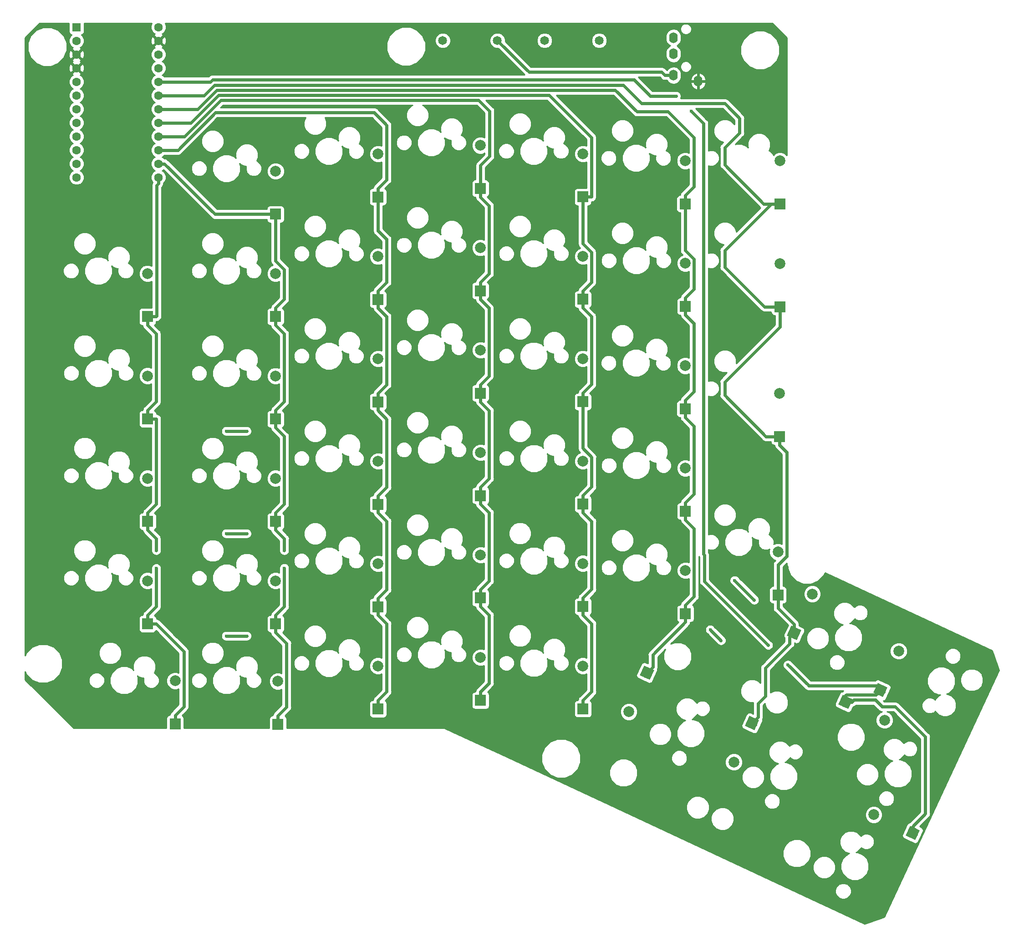
<source format=gbr>
G04 #@! TF.GenerationSoftware,KiCad,Pcbnew,(5.0.1)-3*
G04 #@! TF.CreationDate,2018-11-22T23:11:07-08:00*
G04 #@! TF.ProjectId,ErgoMaxRight,4572676F4D617852696768742E6B6963,rev?*
G04 #@! TF.SameCoordinates,Original*
G04 #@! TF.FileFunction,Copper,L2,Bot,Signal*
G04 #@! TF.FilePolarity,Positive*
%FSLAX46Y46*%
G04 Gerber Fmt 4.6, Leading zero omitted, Abs format (unit mm)*
G04 Created by KiCad (PCBNEW (5.0.1)-3) date 22/11/2018 23:11:07*
%MOMM*%
%LPD*%
G01*
G04 APERTURE LIST*
G04 #@! TA.AperFunction,ComponentPad*
%ADD10R,2.000000X2.000000*%
G04 #@! TD*
G04 #@! TA.AperFunction,ComponentPad*
%ADD11C,2.000000*%
G04 #@! TD*
G04 #@! TA.AperFunction,Conductor*
%ADD12C,0.100000*%
G04 #@! TD*
G04 #@! TA.AperFunction,ComponentPad*
%ADD13C,1.651000*%
G04 #@! TD*
G04 #@! TA.AperFunction,ComponentPad*
%ADD14C,1.600000*%
G04 #@! TD*
G04 #@! TA.AperFunction,ComponentPad*
%ADD15R,1.600000X1.600000*%
G04 #@! TD*
G04 #@! TA.AperFunction,ComponentPad*
%ADD16O,1.600000X2.000000*%
G04 #@! TD*
G04 #@! TA.AperFunction,ViaPad*
%ADD17C,0.609600*%
G04 #@! TD*
G04 #@! TA.AperFunction,Conductor*
%ADD18C,0.600000*%
G04 #@! TD*
G04 #@! TA.AperFunction,Conductor*
%ADD19C,0.254000*%
G04 #@! TD*
G04 APERTURE END LIST*
D10*
G04 #@! TO.P,D1,1*
G04 #@! TO.N,/Col1*
X157744161Y-72172966D03*
D11*
G04 #@! TO.P,D1,2*
G04 #@! TO.N,Net-(D1-Pad2)*
X157744161Y-64172966D03*
G04 #@! TD*
D10*
G04 #@! TO.P,D11,1*
G04 #@! TO.N,/Col4*
X214878761Y-88006746D03*
D11*
G04 #@! TO.P,D11,2*
G04 #@! TO.N,Net-(D11-Pad2)*
X214878761Y-80006746D03*
G04 #@! TD*
D10*
G04 #@! TO.P,D21,1*
G04 #@! TO.N,/Col0*
X133949561Y-129293166D03*
D11*
G04 #@! TO.P,D21,2*
G04 #@! TO.N,Net-(D21-Pad2)*
X133949561Y-121293166D03*
G04 #@! TD*
D10*
G04 #@! TO.P,D20,1*
G04 #@! TO.N,/Col6*
X251472700Y-113501940D03*
D11*
G04 #@! TO.P,D20,2*
G04 #@! TO.N,Net-(D20-Pad2)*
X251472700Y-105501940D03*
G04 #@! TD*
D10*
G04 #@! TO.P,D19,1*
G04 #@! TO.N,/Col5*
X233911761Y-108355366D03*
D11*
G04 #@! TO.P,D19,2*
G04 #@! TO.N,Net-(D19-Pad2)*
X233911761Y-100355366D03*
G04 #@! TD*
D10*
G04 #@! TO.P,D18,1*
G04 #@! TO.N,/Col4*
X214878601Y-107044586D03*
D11*
G04 #@! TO.P,D18,2*
G04 #@! TO.N,Net-(D18-Pad2)*
X214878601Y-99044586D03*
G04 #@! TD*
D10*
G04 #@! TO.P,D17,1*
G04 #@! TO.N,/Col3*
X195833201Y-105458866D03*
D11*
G04 #@! TO.P,D17,2*
G04 #@! TO.N,Net-(D17-Pad2)*
X195833201Y-97458866D03*
G04 #@! TD*
D10*
G04 #@! TO.P,D16,1*
G04 #@! TO.N,/Col2*
X176788761Y-107061946D03*
D11*
G04 #@! TO.P,D16,2*
G04 #@! TO.N,Net-(D16-Pad2)*
X176788761Y-99061946D03*
G04 #@! TD*
D10*
G04 #@! TO.P,D15,1*
G04 #@! TO.N,/Col1*
X157740021Y-110262666D03*
D11*
G04 #@! TO.P,D15,2*
G04 #@! TO.N,Net-(D15-Pad2)*
X157740021Y-102262666D03*
G04 #@! TD*
D10*
G04 #@! TO.P,D14,1*
G04 #@! TO.N,/Col0*
X133939241Y-110253066D03*
D11*
G04 #@! TO.P,D14,2*
G04 #@! TO.N,Net-(D14-Pad2)*
X133939241Y-102253066D03*
G04 #@! TD*
D10*
G04 #@! TO.P,D13,1*
G04 #@! TO.N,/Col6*
X251513340Y-89379560D03*
D11*
G04 #@! TO.P,D13,2*
G04 #@! TO.N,Net-(D13-Pad2)*
X251513340Y-81379560D03*
G04 #@! TD*
D10*
G04 #@! TO.P,D24,1*
G04 #@! TO.N,/Col3*
X195854161Y-124506566D03*
D11*
G04 #@! TO.P,D24,2*
G04 #@! TO.N,Net-(D24-Pad2)*
X195854161Y-116506566D03*
G04 #@! TD*
D10*
G04 #@! TO.P,D23,1*
G04 #@! TO.N,/Col2*
X176804161Y-126109566D03*
D11*
G04 #@! TO.P,D23,2*
G04 #@! TO.N,Net-(D23-Pad2)*
X176804161Y-118109566D03*
G04 #@! TD*
D10*
G04 #@! TO.P,D10,1*
G04 #@! TO.N,/Col3*
X195836861Y-86414406D03*
D11*
G04 #@! TO.P,D10,2*
G04 #@! TO.N,Net-(D10-Pad2)*
X195836861Y-78414406D03*
G04 #@! TD*
D10*
G04 #@! TO.P,D9,1*
G04 #@! TO.N,/Col2*
X176791261Y-88019966D03*
D11*
G04 #@! TO.P,D9,2*
G04 #@! TO.N,Net-(D9-Pad2)*
X176791261Y-80019966D03*
G04 #@! TD*
D10*
G04 #@! TO.P,D8,1*
G04 #@! TO.N,/Col1*
X157741261Y-91209966D03*
D11*
G04 #@! TO.P,D8,2*
G04 #@! TO.N,Net-(D8-Pad2)*
X157741261Y-83209966D03*
G04 #@! TD*
D10*
G04 #@! TO.P,D7,1*
G04 #@! TO.N,/Col0*
X133935841Y-91209966D03*
D11*
G04 #@! TO.P,D7,2*
G04 #@! TO.N,Net-(D7-Pad2)*
X133935841Y-83209966D03*
G04 #@! TD*
D10*
G04 #@! TO.P,D6,1*
G04 #@! TO.N,/Col6*
X251559060Y-70235580D03*
D11*
G04 #@! TO.P,D6,2*
G04 #@! TO.N,Net-(D6-Pad2)*
X251559060Y-62235580D03*
G04 #@! TD*
D10*
G04 #@! TO.P,D5,1*
G04 #@! TO.N,/Col5*
X233911912Y-70252966D03*
D11*
G04 #@! TO.P,D5,2*
G04 #@! TO.N,Net-(D5-Pad2)*
X233911912Y-62252966D03*
G04 #@! TD*
D10*
G04 #@! TO.P,D4,1*
G04 #@! TO.N,/Col4*
X214874161Y-68952966D03*
D11*
G04 #@! TO.P,D4,2*
G04 #@! TO.N,Net-(D4-Pad2)*
X214874161Y-60952966D03*
G04 #@! TD*
D10*
G04 #@! TO.P,D3,1*
G04 #@! TO.N,/Col3*
X195834161Y-67368966D03*
D11*
G04 #@! TO.P,D3,2*
G04 #@! TO.N,Net-(D3-Pad2)*
X195834161Y-59368966D03*
G04 #@! TD*
D10*
G04 #@! TO.P,D2,1*
G04 #@! TO.N,/Col2*
X176794161Y-68966366D03*
D11*
G04 #@! TO.P,D2,2*
G04 #@! TO.N,Net-(D2-Pad2)*
X176794161Y-60966366D03*
G04 #@! TD*
D10*
G04 #@! TO.P,D35,1*
G04 #@! TO.N,/Col6*
X251180000Y-142990000D03*
D11*
G04 #@! TO.P,D35,2*
G04 #@! TO.N,Net-(D35-Pad2)*
X251180000Y-134990000D03*
G04 #@! TD*
D10*
G04 #@! TO.P,D22,1*
G04 #@! TO.N,/Col1*
X157745761Y-129301366D03*
D11*
G04 #@! TO.P,D22,2*
G04 #@! TO.N,Net-(D22-Pad2)*
X157745761Y-121301366D03*
G04 #@! TD*
G04 #@! TO.P,D44,1*
G04 #@! TO.N,/Col7*
X276223111Y-187229853D03*
D12*
G04 #@! TD*
G04 #@! TO.N,/Col7*
G04 #@! TO.C,D44*
G36*
X274894185Y-187713543D02*
X275739421Y-185900927D01*
X277552037Y-186746163D01*
X276706801Y-188558779D01*
X274894185Y-187713543D01*
X274894185Y-187713543D01*
G37*
D11*
G04 #@! TO.P,D44,2*
G04 #@! TO.N,Net-(D44-Pad2)*
X268972649Y-183848907D03*
G04 #@! TD*
G04 #@! TO.P,D43,1*
G04 #@! TO.N,/Col6*
X246343273Y-166798609D03*
D12*
G04 #@! TD*
G04 #@! TO.N,/Col6*
G04 #@! TO.C,D43*
G36*
X246826963Y-168127535D02*
X245014347Y-167282299D01*
X245859583Y-165469683D01*
X247672199Y-166314919D01*
X246826963Y-168127535D01*
X246826963Y-168127535D01*
G37*
D11*
G04 #@! TO.P,D43,2*
G04 #@! TO.N,Net-(D43-Pad2)*
X242962327Y-174049071D03*
G04 #@! TD*
G04 #@! TO.P,D42,1*
G04 #@! TO.N,/Col5*
X226797973Y-157443789D03*
D12*
G04 #@! TD*
G04 #@! TO.N,/Col5*
G04 #@! TO.C,D42*
G36*
X227281663Y-158772715D02*
X225469047Y-157927479D01*
X226314283Y-156114863D01*
X228126899Y-156960099D01*
X227281663Y-158772715D01*
X227281663Y-158772715D01*
G37*
D11*
G04 #@! TO.P,D42,2*
G04 #@! TO.N,Net-(D42-Pad2)*
X223417027Y-164694251D03*
G04 #@! TD*
D10*
G04 #@! TO.P,D41,1*
G04 #@! TO.N,/Col4*
X214904161Y-164169326D03*
D11*
G04 #@! TO.P,D41,2*
G04 #@! TO.N,Net-(D41-Pad2)*
X214904161Y-156169326D03*
G04 #@! TD*
D10*
G04 #@! TO.P,D40,1*
G04 #@! TO.N,/Col3*
X195854161Y-162589326D03*
D11*
G04 #@! TO.P,D40,2*
G04 #@! TO.N,Net-(D40-Pad2)*
X195854161Y-154589326D03*
G04 #@! TD*
D10*
G04 #@! TO.P,D39,1*
G04 #@! TO.N,/Col2*
X176804161Y-164189326D03*
D11*
G04 #@! TO.P,D39,2*
G04 #@! TO.N,Net-(D39-Pad2)*
X176804161Y-156189326D03*
G04 #@! TD*
D10*
G04 #@! TO.P,D38,1*
G04 #@! TO.N,/Col1*
X158180000Y-167030000D03*
D11*
G04 #@! TO.P,D38,2*
G04 #@! TO.N,Net-(D38-Pad2)*
X158180000Y-159030000D03*
G04 #@! TD*
D10*
G04 #@! TO.P,D37,1*
G04 #@! TO.N,/Col0*
X139060000Y-166950000D03*
D11*
G04 #@! TO.P,D37,2*
G04 #@! TO.N,Net-(D37-Pad2)*
X139060000Y-158950000D03*
G04 #@! TD*
G04 #@! TO.P,D36,1*
G04 #@! TO.N,/Col7*
X263725009Y-162871047D03*
D12*
G04 #@! TD*
G04 #@! TO.N,/Col7*
G04 #@! TO.C,D36*
G36*
X265053935Y-162387357D02*
X264208699Y-164199973D01*
X262396083Y-163354737D01*
X263241319Y-161542121D01*
X265053935Y-162387357D01*
X265053935Y-162387357D01*
G37*
D11*
G04 #@! TO.P,D36,2*
G04 #@! TO.N,Net-(D36-Pad2)*
X270975471Y-166251993D03*
G04 #@! TD*
D10*
G04 #@! TO.P,D12,1*
G04 #@! TO.N,/Col5*
X233954161Y-89302846D03*
D11*
G04 #@! TO.P,D12,2*
G04 #@! TO.N,Net-(D12-Pad2)*
X233954161Y-81302846D03*
G04 #@! TD*
D10*
G04 #@! TO.P,D34,1*
G04 #@! TO.N,/Col5*
X233954161Y-146429326D03*
D11*
G04 #@! TO.P,D34,2*
G04 #@! TO.N,Net-(D34-Pad2)*
X233954161Y-138429326D03*
G04 #@! TD*
D10*
G04 #@! TO.P,D33,1*
G04 #@! TO.N,/Col4*
X214904161Y-145129326D03*
D11*
G04 #@! TO.P,D33,2*
G04 #@! TO.N,Net-(D33-Pad2)*
X214904161Y-137129326D03*
G04 #@! TD*
D10*
G04 #@! TO.P,D32,1*
G04 #@! TO.N,/Col3*
X195854161Y-143549326D03*
D11*
G04 #@! TO.P,D32,2*
G04 #@! TO.N,Net-(D32-Pad2)*
X195854161Y-135549326D03*
G04 #@! TD*
D10*
G04 #@! TO.P,D31,1*
G04 #@! TO.N,/Col2*
X176804161Y-145159326D03*
D11*
G04 #@! TO.P,D31,2*
G04 #@! TO.N,Net-(D31-Pad2)*
X176804161Y-137159326D03*
G04 #@! TD*
D10*
G04 #@! TO.P,D30,1*
G04 #@! TO.N,/Col1*
X157754161Y-148339326D03*
D11*
G04 #@! TO.P,D30,2*
G04 #@! TO.N,Net-(D30-Pad2)*
X157754161Y-140339326D03*
G04 #@! TD*
D10*
G04 #@! TO.P,D29,1*
G04 #@! TO.N,/Col0*
X133944161Y-148339326D03*
D11*
G04 #@! TO.P,D29,2*
G04 #@! TO.N,Net-(D29-Pad2)*
X133944161Y-140339326D03*
G04 #@! TD*
G04 #@! TO.P,D28,1*
G04 #@! TO.N,/Col7*
X270226687Y-160670891D03*
D12*
G04 #@! TD*
G04 #@! TO.N,/Col7*
G04 #@! TO.C,D28*
G36*
X269742997Y-159341965D02*
X271555613Y-160187201D01*
X270710377Y-161999817D01*
X268897761Y-161154581D01*
X269742997Y-159341965D01*
X269742997Y-159341965D01*
G37*
D11*
G04 #@! TO.P,D28,2*
G04 #@! TO.N,Net-(D28-Pad2)*
X273607633Y-153420429D03*
G04 #@! TD*
G04 #@! TO.P,D27,1*
G04 #@! TO.N,/Col6*
X254161187Y-150040991D03*
D12*
G04 #@! TD*
G04 #@! TO.N,/Col6*
G04 #@! TO.C,D27*
G36*
X253677497Y-148712065D02*
X255490113Y-149557301D01*
X254644877Y-151369917D01*
X252832261Y-150524681D01*
X253677497Y-148712065D01*
X253677497Y-148712065D01*
G37*
D11*
G04 #@! TO.P,D27,2*
G04 #@! TO.N,Net-(D27-Pad2)*
X257542133Y-142790529D03*
G04 #@! TD*
D10*
G04 #@! TO.P,D26,1*
G04 #@! TO.N,/Col5*
X233954161Y-127400166D03*
D11*
G04 #@! TO.P,D26,2*
G04 #@! TO.N,Net-(D26-Pad2)*
X233954161Y-119400166D03*
G04 #@! TD*
D10*
G04 #@! TO.P,D25,1*
G04 #@! TO.N,/Col4*
X214904161Y-126089326D03*
D11*
G04 #@! TO.P,D25,2*
G04 #@! TO.N,Net-(D25-Pad2)*
X214904161Y-118089326D03*
G04 #@! TD*
D13*
G04 #@! TO.P,R2,2*
G04 #@! TO.N,VCC*
X188827680Y-39875460D03*
G04 #@! TO.P,R2,1*
G04 #@! TO.N,SDA*
X198987680Y-39875460D03*
G04 #@! TD*
G04 #@! TO.P,R1,2*
G04 #@! TO.N,VCC*
X207765920Y-39875460D03*
G04 #@! TO.P,R1,1*
G04 #@! TO.N,SCL*
X217925920Y-39875460D03*
G04 #@! TD*
D14*
G04 #@! TO.P,U1,24*
G04 #@! TO.N,Net-(U1-Pad24)*
X135969660Y-37378640D03*
G04 #@! TO.P,U1,23*
G04 #@! TO.N,GND*
X135969660Y-39918640D03*
G04 #@! TO.P,U1,22*
G04 #@! TO.N,Net-(U1-Pad22)*
X135969660Y-42458640D03*
G04 #@! TO.P,U1,21*
G04 #@! TO.N,VCC*
X135969660Y-44998640D03*
G04 #@! TO.P,U1,20*
G04 #@! TO.N,/Col7*
X135969660Y-47538640D03*
G04 #@! TO.P,U1,19*
G04 #@! TO.N,/Col6*
X135969660Y-50078640D03*
G04 #@! TO.P,U1,18*
G04 #@! TO.N,/Col5*
X135969660Y-52618640D03*
G04 #@! TO.P,U1,17*
G04 #@! TO.N,/Col4*
X135969660Y-55158640D03*
G04 #@! TO.P,U1,16*
G04 #@! TO.N,/Col3*
X135969660Y-57698640D03*
G04 #@! TO.P,U1,15*
G04 #@! TO.N,/Col2*
X135969660Y-60238640D03*
G04 #@! TO.P,U1,14*
G04 #@! TO.N,/Col1*
X135969660Y-62778640D03*
G04 #@! TO.P,U1,13*
G04 #@! TO.N,/Col0*
X135969660Y-65318640D03*
G04 #@! TO.P,U1,12*
G04 #@! TO.N,/Row0*
X120729660Y-65318640D03*
G04 #@! TO.P,U1,11*
G04 #@! TO.N,/Row1*
X120729660Y-62778640D03*
G04 #@! TO.P,U1,10*
G04 #@! TO.N,/Row2*
X120729660Y-60238640D03*
G04 #@! TO.P,U1,9*
G04 #@! TO.N,/Row3*
X120729660Y-57698640D03*
G04 #@! TO.P,U1,8*
G04 #@! TO.N,/Row4*
X120729660Y-55158640D03*
G04 #@! TO.P,U1,7*
G04 #@! TO.N,/Row5*
X120729660Y-52618640D03*
G04 #@! TO.P,U1,6*
G04 #@! TO.N,SCL*
X120729660Y-50078640D03*
G04 #@! TO.P,U1,5*
G04 #@! TO.N,SDA*
X120729660Y-47538640D03*
G04 #@! TO.P,U1,4*
G04 #@! TO.N,GND*
X120729660Y-44998640D03*
G04 #@! TO.P,U1,3*
X120729660Y-42458640D03*
G04 #@! TO.P,U1,2*
G04 #@! TO.N,Net-(U1-Pad2)*
X120729660Y-39918640D03*
D15*
G04 #@! TO.P,U1,1*
G04 #@! TO.N,Net-(U1-Pad1)*
X120729660Y-37378640D03*
G04 #@! TD*
D16*
G04 #@! TO.P,J1,1*
G04 #@! TO.N,GND*
X236333060Y-47446740D03*
G04 #@! TO.P,J1,2*
G04 #@! TO.N,SDA*
X231733060Y-46346740D03*
G04 #@! TO.P,J1,4*
G04 #@! TO.N,VCC*
X231733060Y-39346740D03*
G04 #@! TO.P,J1,3*
G04 #@! TO.N,SCL*
X231733060Y-42346740D03*
G04 #@! TD*
D17*
G04 #@! TO.N,/Col1*
X159358962Y-134670800D03*
X159358962Y-137988040D03*
G04 #@! TO.N,/Col0*
X135548962Y-134680960D03*
X135548962Y-138000740D03*
G04 #@! TO.N,/Col7*
X235033072Y-53002180D03*
X232213672Y-50182780D03*
X249344180Y-152318720D03*
X253011940Y-155986480D03*
G04 #@! TO.N,/Row3*
X148562060Y-112510240D03*
X152364440Y-112510240D03*
X243094615Y-140266420D03*
X246742055Y-143913860D03*
G04 #@! TO.N,/Row4*
X148549360Y-131560000D03*
X152361900Y-131560000D03*
X238564420Y-149423120D03*
X240568480Y-151427180D03*
G04 #@! TO.N,/Row5*
X148559520Y-150590000D03*
X152382220Y-150590000D03*
G04 #@! TD*
D18*
G04 #@! TO.N,/Col1*
X158080000Y-128930000D02*
X158080000Y-130097433D01*
X157741261Y-89609966D02*
X157741261Y-91209966D01*
X159346062Y-88005165D02*
X157741261Y-89609966D01*
X159346062Y-82439661D02*
X159346062Y-88005165D01*
X157744161Y-80837760D02*
X159346062Y-82439661D01*
X157744161Y-72172966D02*
X157744161Y-80837760D01*
X157740021Y-108662666D02*
X157740021Y-110262666D01*
X159344822Y-107057865D02*
X157740021Y-108662666D01*
X159344822Y-94413527D02*
X159344822Y-107057865D01*
X157741261Y-92809966D02*
X159344822Y-94413527D01*
X157741261Y-91209966D02*
X157741261Y-92809966D01*
X157754161Y-146739326D02*
X157754161Y-148339326D01*
X159358962Y-145134525D02*
X157754161Y-146739326D01*
X159358962Y-132514567D02*
X159358962Y-134670800D01*
X157745761Y-130901366D02*
X159358962Y-132514567D01*
X157745761Y-129301366D02*
X157745761Y-130901366D01*
X157745761Y-127701366D02*
X157745761Y-129301366D01*
X159350562Y-126096565D02*
X157745761Y-127701366D01*
X159350562Y-113473207D02*
X159350562Y-126096565D01*
X157740021Y-111862666D02*
X159350562Y-113473207D01*
X157740021Y-110262666D02*
X157740021Y-111862666D01*
X158180000Y-165430000D02*
X158180000Y-167030000D01*
X159784801Y-163825199D02*
X158180000Y-165430000D01*
X159784801Y-151969966D02*
X159784801Y-163825199D01*
X157754161Y-149939326D02*
X159784801Y-151969966D01*
X157754161Y-148339326D02*
X157754161Y-149939326D01*
X159358962Y-137988040D02*
X159358962Y-145134525D01*
X156144161Y-72172966D02*
X157744161Y-72172966D01*
X146495356Y-72172966D02*
X156144161Y-72172966D01*
X137101030Y-62778640D02*
X146495356Y-72172966D01*
X135969660Y-62778640D02*
X137101030Y-62778640D01*
G04 #@! TO.N,/Col2*
X176791261Y-86419966D02*
X176791261Y-88019966D01*
X178396062Y-84815165D02*
X176791261Y-86419966D01*
X178396062Y-76831548D02*
X178396062Y-84815165D01*
X176794161Y-75229647D02*
X178396062Y-76831548D01*
X176794161Y-68966366D02*
X176794161Y-75229647D01*
X176788761Y-105461946D02*
X176788761Y-107061946D01*
X178393562Y-103857145D02*
X176788761Y-105461946D01*
X178393562Y-91222267D02*
X178393562Y-103857145D01*
X176791261Y-89619966D02*
X178393562Y-91222267D01*
X176791261Y-88019966D02*
X176791261Y-89619966D01*
X176804161Y-124509566D02*
X176804161Y-126109566D01*
X178408962Y-122904765D02*
X176804161Y-124509566D01*
X178408962Y-110282147D02*
X178408962Y-122904765D01*
X176788761Y-108661946D02*
X178408962Y-110282147D01*
X176788761Y-107061946D02*
X176788761Y-108661946D01*
X176804161Y-143559326D02*
X176804161Y-145159326D01*
X178408962Y-141954525D02*
X176804161Y-143559326D01*
X178408962Y-129314367D02*
X178408962Y-141954525D01*
X176804161Y-127709566D02*
X178408962Y-129314367D01*
X176804161Y-126109566D02*
X176804161Y-127709566D01*
X176804161Y-162589326D02*
X176804161Y-164189326D01*
X178408962Y-160984525D02*
X176804161Y-162589326D01*
X178408962Y-148364127D02*
X178408962Y-160984525D01*
X176804161Y-146759326D02*
X178408962Y-148364127D01*
X176804161Y-145159326D02*
X176804161Y-146759326D01*
X176794161Y-68966366D02*
X176794161Y-67366366D01*
X178398962Y-65761565D02*
X178398962Y-55618380D01*
X176794161Y-67366366D02*
X178398962Y-65761565D01*
X176067821Y-53287239D02*
X146526941Y-53287239D01*
X178398962Y-55618380D02*
X176067821Y-53287239D01*
X146526941Y-53287239D02*
X139575540Y-60238640D01*
X139575540Y-60238640D02*
X135969660Y-60238640D01*
G04 #@! TO.N,/Col3*
X195854161Y-145149326D02*
X195854161Y-143549326D01*
X197458962Y-146754127D02*
X195854161Y-145149326D01*
X197458962Y-159384525D02*
X197458962Y-146754127D01*
X195854161Y-160989326D02*
X197458962Y-159384525D01*
X195854161Y-162589326D02*
X195854161Y-160989326D01*
X195854161Y-126106566D02*
X195854161Y-124506566D01*
X197458962Y-127711367D02*
X195854161Y-126106566D01*
X197458962Y-140344525D02*
X197458962Y-127711367D01*
X195854161Y-141949326D02*
X197458962Y-140344525D01*
X195854161Y-143549326D02*
X195854161Y-141949326D01*
X195833201Y-107058866D02*
X195833201Y-105458866D01*
X197458962Y-108684627D02*
X195833201Y-107058866D01*
X197458962Y-121301765D02*
X197458962Y-108684627D01*
X195854161Y-122906566D02*
X197458962Y-121301765D01*
X195854161Y-124506566D02*
X195854161Y-122906566D01*
X195836861Y-88014406D02*
X195836861Y-86414406D01*
X197438002Y-89615547D02*
X195836861Y-88014406D01*
X197438002Y-102254065D02*
X197438002Y-89615547D01*
X195833201Y-103858866D02*
X197438002Y-102254065D01*
X195833201Y-105458866D02*
X195833201Y-103858866D01*
X195834161Y-68968966D02*
X195834161Y-67368966D01*
X197441662Y-70576467D02*
X195834161Y-68968966D01*
X197441662Y-83209605D02*
X197441662Y-70576467D01*
X195836861Y-84814406D02*
X197441662Y-83209605D01*
X195836861Y-86414406D02*
X195836861Y-84814406D01*
X140792200Y-57698640D02*
X135969660Y-57698640D01*
X195834161Y-63096373D02*
X197528180Y-61402354D01*
X195834161Y-67368966D02*
X195834161Y-63096373D01*
X197528180Y-61402354D02*
X197528180Y-52959000D01*
X197528180Y-52959000D02*
X195498720Y-50929540D01*
X195498720Y-50929540D02*
X147561300Y-50929540D01*
X147561300Y-50929540D02*
X140792200Y-57698640D01*
G04 #@! TO.N,/Col4*
X214878761Y-86406746D02*
X214878761Y-88006746D01*
X216483562Y-84801945D02*
X214878761Y-86406746D01*
X216483562Y-79236441D02*
X216483562Y-84801945D01*
X214874161Y-77627040D02*
X216483562Y-79236441D01*
X214874161Y-68952966D02*
X214874161Y-77627040D01*
X214878601Y-105444586D02*
X214878601Y-107044586D01*
X216483402Y-103839785D02*
X214878601Y-105444586D01*
X216483402Y-91211387D02*
X216483402Y-103839785D01*
X214878761Y-89606746D02*
X216483402Y-91211387D01*
X214878761Y-88006746D02*
X214878761Y-89606746D01*
X214904161Y-124489326D02*
X214904161Y-126089326D01*
X216508962Y-122884525D02*
X214904161Y-124489326D01*
X216508962Y-117319021D02*
X216508962Y-122884525D01*
X214878601Y-115688660D02*
X216508962Y-117319021D01*
X214878601Y-107044586D02*
X214878601Y-115688660D01*
X214904161Y-143529326D02*
X214904161Y-145129326D01*
X216508962Y-141924525D02*
X214904161Y-143529326D01*
X216508962Y-129294127D02*
X216508962Y-141924525D01*
X214904161Y-127689326D02*
X216508962Y-129294127D01*
X214904161Y-126089326D02*
X214904161Y-127689326D01*
X214904161Y-162569326D02*
X214904161Y-164169326D01*
X216508962Y-160964525D02*
X214904161Y-162569326D01*
X216508962Y-148334127D02*
X216508962Y-160964525D01*
X214904161Y-146729326D02*
X216508962Y-148334127D01*
X214904161Y-145129326D02*
X214904161Y-146729326D01*
X214874161Y-68952966D02*
X216474161Y-68952966D01*
X216474161Y-68952966D02*
X216478962Y-68948165D01*
X208587182Y-49997360D02*
X216478962Y-57889140D01*
X147172680Y-49997360D02*
X208587182Y-49997360D01*
X142011400Y-55158640D02*
X147172680Y-49997360D01*
X216478962Y-68948165D02*
X216478962Y-57889140D01*
X142011400Y-55158640D02*
X135969660Y-55158640D01*
G04 #@! TO.N,/Col5*
X233954161Y-87702846D02*
X233954161Y-89302846D01*
X235558962Y-86098045D02*
X233954161Y-87702846D01*
X235558962Y-80532541D02*
X235558962Y-86098045D01*
X233911912Y-78885491D02*
X235558962Y-80532541D01*
X233911912Y-70252966D02*
X233911912Y-78885491D01*
X233911761Y-106755366D02*
X233911761Y-108355366D01*
X235516562Y-105150565D02*
X233911761Y-106755366D01*
X235516562Y-92465247D02*
X235516562Y-105150565D01*
X233954161Y-90902846D02*
X235516562Y-92465247D01*
X233954161Y-89302846D02*
X233954161Y-90902846D01*
X233954161Y-125800166D02*
X233954161Y-127400166D01*
X235558962Y-124195365D02*
X233954161Y-125800166D01*
X235558962Y-111602567D02*
X235558962Y-124195365D01*
X233911761Y-109955366D02*
X235558962Y-111602567D01*
X233911761Y-108355366D02*
X233911761Y-109955366D01*
X233954161Y-144829326D02*
X233954161Y-146429326D01*
X235558962Y-143224525D02*
X233954161Y-144829326D01*
X235558962Y-130604967D02*
X235558962Y-143224525D01*
X233954161Y-129000166D02*
X235558962Y-130604967D01*
X233954161Y-127400166D02*
X233954161Y-129000166D01*
X146786600Y-49075340D02*
X143243300Y-52618640D01*
X143243300Y-52618640D02*
X135969660Y-52618640D01*
X233954161Y-148029326D02*
X227888800Y-154094687D01*
X233954161Y-146429326D02*
X233954161Y-148029326D01*
X227888800Y-156352962D02*
X226797973Y-157443789D01*
X227888800Y-154094687D02*
X227888800Y-156352962D01*
X224934780Y-53093620D02*
X220916500Y-49075340D01*
X230715820Y-53093620D02*
X224934780Y-53093620D01*
X220916500Y-49075340D02*
X146786600Y-49075340D01*
X233911912Y-68652966D02*
X235516713Y-67048165D01*
X233911912Y-70252966D02*
X233911912Y-68652966D01*
X235516713Y-67048165D02*
X235516713Y-57894513D01*
X235516713Y-57894513D02*
X230715820Y-53093620D01*
G04 #@! TO.N,/Col6*
X251180000Y-143300604D02*
X251180000Y-142990000D01*
X249913340Y-89379560D02*
X251513340Y-89379560D01*
X248623180Y-89379560D02*
X249913340Y-89379560D01*
X241265109Y-82021489D02*
X248623180Y-89379560D01*
X241265109Y-78929531D02*
X241265109Y-82021489D01*
X249959060Y-70235580D02*
X241265109Y-78929531D01*
X251559060Y-70235580D02*
X249959060Y-70235580D01*
X241265109Y-103350091D02*
X241265109Y-105847549D01*
X251513340Y-89379560D02*
X251513340Y-93101860D01*
X251513340Y-93101860D02*
X241265109Y-103350091D01*
X248919500Y-113501940D02*
X251472700Y-113501940D01*
X241265109Y-105847549D02*
X248919500Y-113501940D01*
X251472700Y-115101940D02*
X251472700Y-113501940D01*
X252784801Y-116414041D02*
X251472700Y-115101940D01*
X252784801Y-135760305D02*
X252784801Y-116414041D01*
X251180000Y-137365106D02*
X252784801Y-135760305D01*
X251180000Y-142990000D02*
X251180000Y-137365106D01*
X248519500Y-70235580D02*
X241265109Y-62981189D01*
X251559060Y-70235580D02*
X248519500Y-70235580D01*
X241265109Y-62981189D02*
X241265109Y-59788637D01*
X241265109Y-59788637D02*
X244022880Y-57030866D01*
X244022880Y-57030866D02*
X244022880Y-54312820D01*
X254161187Y-148837614D02*
X254157480Y-148833907D01*
X254161187Y-150040991D02*
X254161187Y-148837614D01*
X254157480Y-148833907D02*
X254157480Y-148394420D01*
X251180000Y-145416940D02*
X251180000Y-142990000D01*
X254157480Y-148394420D02*
X251180000Y-145416940D01*
X241853720Y-52143660D02*
X244022880Y-54312820D01*
X144457420Y-50078640D02*
X135969660Y-50078640D01*
X241279680Y-51569620D02*
X241853720Y-52143660D01*
X241279680Y-51569620D02*
X225811080Y-51569620D01*
X225811080Y-51569620D02*
X222382080Y-48140620D01*
X222382080Y-48140620D02*
X146395440Y-48140620D01*
X146395440Y-48140620D02*
X144457420Y-50078640D01*
X253337990Y-150864188D02*
X253337990Y-152039320D01*
X254161187Y-150040991D02*
X253337990Y-150864188D01*
X248808936Y-156568374D02*
X248808936Y-161797304D01*
X247469660Y-165672222D02*
X246343273Y-166798609D01*
X248808936Y-161797304D02*
X247469660Y-163136580D01*
X247469660Y-163136580D02*
X247469660Y-165672222D01*
X253337990Y-152039320D02*
X248808936Y-156568374D01*
G04 #@! TO.N,/Col0*
X133949561Y-127693166D02*
X133949561Y-129293166D01*
X135554362Y-126088365D02*
X133949561Y-127693166D01*
X135554362Y-110268187D02*
X135554362Y-126088365D01*
X135539241Y-110253066D02*
X135554362Y-110268187D01*
X133939241Y-110253066D02*
X135539241Y-110253066D01*
X133944161Y-146739326D02*
X133944161Y-148339326D01*
X135548962Y-145134525D02*
X133944161Y-146739326D01*
X135548962Y-132492567D02*
X135548962Y-134680960D01*
X133949561Y-130893166D02*
X135548962Y-132492567D01*
X133949561Y-129293166D02*
X133949561Y-130893166D01*
X139060000Y-165350000D02*
X139060000Y-166950000D01*
X140664801Y-163745199D02*
X139060000Y-165350000D01*
X140664801Y-153459966D02*
X140664801Y-163745199D01*
X135544161Y-148339326D02*
X140664801Y-153459966D01*
X133944161Y-148339326D02*
X135544161Y-148339326D01*
X133935841Y-92809966D02*
X133935841Y-91209966D01*
X135544042Y-94418167D02*
X133935841Y-92809966D01*
X135544042Y-107048265D02*
X135544042Y-94418167D01*
X133939241Y-108653066D02*
X135544042Y-107048265D01*
X133939241Y-110253066D02*
X133939241Y-108653066D01*
X133935841Y-91209966D02*
X135535841Y-91209966D01*
X135535841Y-91209966D02*
X135641080Y-91104727D01*
X135548962Y-138000740D02*
X135548962Y-145134525D01*
X135641080Y-66778590D02*
X135641080Y-69486780D01*
X135969660Y-66450010D02*
X135641080Y-66778590D01*
X135969660Y-65318640D02*
X135969660Y-66450010D01*
X135641080Y-91104727D02*
X135641080Y-69486780D01*
X135641080Y-69486780D02*
X135641080Y-67790060D01*
G04 #@! TO.N,/Col7*
X145999200Y-47190660D02*
X145651220Y-47538640D01*
X235033072Y-53002180D02*
X235033072Y-53002180D01*
X145651220Y-47538640D02*
X135969660Y-47538640D01*
X263725009Y-161667670D02*
X263874079Y-161518600D01*
X263725009Y-162871047D02*
X263725009Y-161667670D01*
X269378978Y-161518600D02*
X270226687Y-160670891D01*
X263874079Y-161518600D02*
X269378978Y-161518600D01*
X276223111Y-186026476D02*
X276223111Y-187229853D01*
X278577040Y-169346880D02*
X278577040Y-183672547D01*
X278577040Y-183672547D02*
X276223111Y-186026476D01*
X264928386Y-162871047D02*
X265287693Y-162511740D01*
X263725009Y-162871047D02*
X264928386Y-162871047D01*
X265287693Y-162511740D02*
X269303500Y-162511740D01*
X269303500Y-162511740D02*
X270527780Y-163736020D01*
X270527780Y-163736020D02*
X272966180Y-163736020D01*
X272966180Y-163736020D02*
X278577040Y-169346880D01*
X227418900Y-50182780D02*
X224426780Y-47190660D01*
X232213672Y-50182780D02*
X227418900Y-50182780D01*
X224426780Y-47190660D02*
X145999200Y-47190660D01*
X237325199Y-55294307D02*
X235033072Y-53002180D01*
X237325199Y-135402619D02*
X237325199Y-55294307D01*
X237462060Y-135539480D02*
X237325199Y-135402619D01*
X237462060Y-140436600D02*
X237462060Y-139567920D01*
X237462060Y-139567920D02*
X237462060Y-135539480D01*
X256873154Y-159847694D02*
X256743200Y-159717740D01*
X269403490Y-159847694D02*
X256873154Y-159847694D01*
X270226687Y-160670891D02*
X269403490Y-159847694D01*
X256743200Y-159717740D02*
X253011940Y-155986480D01*
X249344180Y-152318720D02*
X237462060Y-140436600D01*
G04 #@! TO.N,/Row3*
X152364440Y-112510240D02*
X148562060Y-112510240D01*
X246742055Y-143913860D02*
X243094615Y-140266420D01*
G04 #@! TO.N,/Row4*
X152361900Y-131560000D02*
X148549360Y-131560000D01*
X238564420Y-149423120D02*
X240568480Y-151427180D01*
G04 #@! TO.N,/Row5*
X152382220Y-150590000D02*
X148559520Y-150590000D01*
G04 #@! TO.N,SDA*
X198987680Y-39875460D02*
X199813179Y-40700959D01*
X199813179Y-40700959D02*
X199813179Y-40706100D01*
X199813179Y-40706100D02*
X204858620Y-45751541D01*
X230132459Y-46346740D02*
X231733060Y-46346740D01*
X229537260Y-45751541D02*
X230132459Y-46346740D01*
X204858620Y-45751541D02*
X229537260Y-45751541D01*
G04 #@! TD*
D19*
G04 #@! TO.N,GND*
G36*
X119282220Y-38178640D02*
X119331503Y-38426405D01*
X119471851Y-38636449D01*
X119681895Y-38776797D01*
X119815526Y-38803378D01*
X119513126Y-39105778D01*
X119294660Y-39633201D01*
X119294660Y-40204079D01*
X119513126Y-40731502D01*
X119916798Y-41135174D01*
X120030243Y-41182165D01*
X119975655Y-41204776D01*
X119901521Y-41450895D01*
X120729660Y-42279035D01*
X121557799Y-41450895D01*
X121483665Y-41204776D01*
X121425212Y-41183766D01*
X121542522Y-41135174D01*
X121946194Y-40731502D01*
X122164660Y-40204079D01*
X122164660Y-39701863D01*
X134522695Y-39701863D01*
X134549882Y-40272094D01*
X134715796Y-40672645D01*
X134961915Y-40746779D01*
X135790055Y-39918640D01*
X136149265Y-39918640D01*
X136977405Y-40746779D01*
X137223524Y-40672645D01*
X137374061Y-40253834D01*
X178367380Y-40253834D01*
X178367380Y-41699926D01*
X178920776Y-43035942D01*
X179943318Y-44058484D01*
X181279334Y-44611880D01*
X182725426Y-44611880D01*
X184061442Y-44058484D01*
X185083984Y-43035942D01*
X185637380Y-41699926D01*
X185637380Y-40253834D01*
X185360319Y-39584948D01*
X187367180Y-39584948D01*
X187367180Y-40165972D01*
X187589528Y-40702767D01*
X188000373Y-41113612D01*
X188537168Y-41335960D01*
X189118192Y-41335960D01*
X189654987Y-41113612D01*
X190065832Y-40702767D01*
X190288180Y-40165972D01*
X190288180Y-39584948D01*
X190065832Y-39048153D01*
X189654987Y-38637308D01*
X189118192Y-38414960D01*
X188537168Y-38414960D01*
X188000373Y-38637308D01*
X187589528Y-39048153D01*
X187367180Y-39584948D01*
X185360319Y-39584948D01*
X185083984Y-38917818D01*
X184061442Y-37895276D01*
X183205821Y-37540866D01*
X232998060Y-37540866D01*
X232998060Y-37952614D01*
X233155629Y-38333020D01*
X233446780Y-38624171D01*
X233827186Y-38781740D01*
X234238934Y-38781740D01*
X234619340Y-38624171D01*
X234910491Y-38333020D01*
X235068060Y-37952614D01*
X235068060Y-37540866D01*
X234910491Y-37160460D01*
X234619340Y-36869309D01*
X234238934Y-36711740D01*
X233827186Y-36711740D01*
X233446780Y-36869309D01*
X233155629Y-37160460D01*
X232998060Y-37540866D01*
X183205821Y-37540866D01*
X182725426Y-37341880D01*
X181279334Y-37341880D01*
X179943318Y-37895276D01*
X178920776Y-38917818D01*
X178367380Y-40253834D01*
X137374061Y-40253834D01*
X137416625Y-40135417D01*
X137389438Y-39565186D01*
X137223524Y-39164635D01*
X136977405Y-39090501D01*
X136149265Y-39918640D01*
X135790055Y-39918640D01*
X134961915Y-39090501D01*
X134715796Y-39164635D01*
X134522695Y-39701863D01*
X122164660Y-39701863D01*
X122164660Y-39633201D01*
X121946194Y-39105778D01*
X121643794Y-38803378D01*
X121777425Y-38776797D01*
X121987469Y-38636449D01*
X122127817Y-38426405D01*
X122177100Y-38178640D01*
X122177100Y-36675500D01*
X134707678Y-36675500D01*
X134534660Y-37093201D01*
X134534660Y-37664079D01*
X134753126Y-38191502D01*
X135156798Y-38595174D01*
X135270243Y-38642165D01*
X135215655Y-38664776D01*
X135141521Y-38910895D01*
X135969660Y-39739035D01*
X136797799Y-38910895D01*
X136723665Y-38664776D01*
X136665212Y-38643766D01*
X136782522Y-38595174D01*
X137186194Y-38191502D01*
X137404660Y-37664079D01*
X137404660Y-37093201D01*
X137231642Y-36675500D01*
X250137680Y-36675500D01*
X252823982Y-39366108D01*
X252824098Y-61188379D01*
X252485213Y-60849494D01*
X251884282Y-60600580D01*
X251233838Y-60600580D01*
X250632907Y-60849494D01*
X250312865Y-61169536D01*
X250198922Y-60894455D01*
X249781185Y-60476718D01*
X249475632Y-60350154D01*
X249780000Y-59615345D01*
X249780000Y-58775935D01*
X249458771Y-58000421D01*
X248865219Y-57406869D01*
X248089705Y-57085640D01*
X247250295Y-57085640D01*
X246474781Y-57406869D01*
X245881229Y-58000421D01*
X245560000Y-58775935D01*
X245560000Y-59615345D01*
X245636267Y-59799469D01*
X245346994Y-59510196D01*
X244382163Y-59110550D01*
X243337837Y-59110550D01*
X243214325Y-59161710D01*
X244618911Y-57757125D01*
X244696977Y-57704963D01*
X244903630Y-57395685D01*
X244957880Y-57122952D01*
X244957880Y-57122951D01*
X244976197Y-57030867D01*
X244957880Y-56938781D01*
X244957880Y-54404900D01*
X244976196Y-54312819D01*
X244957880Y-54220738D01*
X244957880Y-54220734D01*
X244903630Y-53948001D01*
X244696977Y-53638723D01*
X244618911Y-53586561D01*
X242449750Y-51417401D01*
X242005941Y-50973592D01*
X241953777Y-50895523D01*
X241644499Y-50688870D01*
X241371766Y-50634620D01*
X241279680Y-50616303D01*
X241187594Y-50634620D01*
X233043746Y-50634620D01*
X233055929Y-50605208D01*
X233094422Y-50547599D01*
X233107939Y-50479644D01*
X233153472Y-50369718D01*
X233153472Y-50250735D01*
X233166989Y-50182780D01*
X233153472Y-50114825D01*
X233153472Y-49995842D01*
X233107939Y-49885916D01*
X233094422Y-49817961D01*
X233055929Y-49760352D01*
X233010396Y-49650426D01*
X232926262Y-49566292D01*
X232887769Y-49508683D01*
X232830160Y-49470190D01*
X232746026Y-49386056D01*
X232636100Y-49340523D01*
X232578491Y-49302030D01*
X232510536Y-49288513D01*
X232400610Y-49242980D01*
X232026734Y-49242980D01*
X232015146Y-49247780D01*
X227806189Y-49247780D01*
X225244950Y-46686541D01*
X229149971Y-46686541D01*
X229406198Y-46942768D01*
X229458362Y-47020837D01*
X229767640Y-47227490D01*
X230040373Y-47281740D01*
X230040377Y-47281740D01*
X230132458Y-47300056D01*
X230224539Y-47281740D01*
X230498313Y-47281740D01*
X230698483Y-47581316D01*
X231173151Y-47898480D01*
X231733060Y-48009853D01*
X232292968Y-47898480D01*
X232440913Y-47799626D01*
X234901126Y-47799626D01*
X235068632Y-48335966D01*
X235428636Y-48767377D01*
X235926330Y-49028182D01*
X235984021Y-49038644D01*
X236206060Y-48916655D01*
X236206060Y-47573740D01*
X236460060Y-47573740D01*
X236460060Y-48916655D01*
X236682099Y-49038644D01*
X236739790Y-49028182D01*
X237237484Y-48767377D01*
X237597488Y-48335966D01*
X237764994Y-47799626D01*
X237612531Y-47573740D01*
X236460060Y-47573740D01*
X236206060Y-47573740D01*
X235053589Y-47573740D01*
X234901126Y-47799626D01*
X232440913Y-47799626D01*
X232767636Y-47581317D01*
X233084800Y-47106649D01*
X233087345Y-47093854D01*
X234901126Y-47093854D01*
X235053589Y-47319740D01*
X236206060Y-47319740D01*
X236206060Y-45976825D01*
X236460060Y-45976825D01*
X236460060Y-47319740D01*
X237612531Y-47319740D01*
X237764994Y-47093854D01*
X237597488Y-46557514D01*
X237237484Y-46126103D01*
X236739790Y-45865298D01*
X236682099Y-45854836D01*
X236460060Y-45976825D01*
X236206060Y-45976825D01*
X235984021Y-45854836D01*
X235926330Y-45865298D01*
X235428636Y-46126103D01*
X235068632Y-46557514D01*
X234901126Y-47093854D01*
X233087345Y-47093854D01*
X233168060Y-46688073D01*
X233168060Y-46005408D01*
X233084800Y-45586832D01*
X232767637Y-45112163D01*
X232292969Y-44795000D01*
X231733060Y-44683627D01*
X231173152Y-44795000D01*
X230698484Y-45112163D01*
X230506898Y-45398890D01*
X230263521Y-45155513D01*
X230211357Y-45077444D01*
X229902079Y-44870791D01*
X229629346Y-44816541D01*
X229537260Y-44798224D01*
X229445174Y-44816541D01*
X205245910Y-44816541D01*
X204970235Y-44540866D01*
X232998060Y-44540866D01*
X232998060Y-44952614D01*
X233155629Y-45333020D01*
X233446780Y-45624171D01*
X233827186Y-45781740D01*
X234238934Y-45781740D01*
X234619340Y-45624171D01*
X234910491Y-45333020D01*
X235068060Y-44952614D01*
X235068060Y-44540866D01*
X234910491Y-44160460D01*
X234619340Y-43869309D01*
X234238934Y-43711740D01*
X233827186Y-43711740D01*
X233446780Y-43869309D01*
X233155629Y-44160460D01*
X232998060Y-44540866D01*
X204970235Y-44540866D01*
X200549792Y-40120424D01*
X200539438Y-40104928D01*
X200487276Y-40026862D01*
X200448180Y-40000739D01*
X200448180Y-39584948D01*
X206305420Y-39584948D01*
X206305420Y-40165972D01*
X206527768Y-40702767D01*
X206938613Y-41113612D01*
X207475408Y-41335960D01*
X208056432Y-41335960D01*
X208593227Y-41113612D01*
X209004072Y-40702767D01*
X209226420Y-40165972D01*
X209226420Y-39584948D01*
X216465420Y-39584948D01*
X216465420Y-40165972D01*
X216687768Y-40702767D01*
X217098613Y-41113612D01*
X217635408Y-41335960D01*
X218216432Y-41335960D01*
X218753227Y-41113612D01*
X219164072Y-40702767D01*
X219386420Y-40165972D01*
X219386420Y-39584948D01*
X219164072Y-39048153D01*
X219121326Y-39005407D01*
X230298060Y-39005407D01*
X230298060Y-39688072D01*
X230381320Y-40106648D01*
X230698483Y-40581316D01*
X231095717Y-40846740D01*
X230698484Y-41112163D01*
X230381320Y-41586831D01*
X230298060Y-42005407D01*
X230298060Y-42688072D01*
X230381320Y-43106648D01*
X230698483Y-43581316D01*
X231173151Y-43898480D01*
X231733060Y-44009853D01*
X232292968Y-43898480D01*
X232767636Y-43581317D01*
X233084800Y-43106649D01*
X233168060Y-42688073D01*
X233168060Y-42005408D01*
X233084800Y-41586832D01*
X232767637Y-41112163D01*
X232491829Y-40927874D01*
X244210580Y-40927874D01*
X244210580Y-42373966D01*
X244763976Y-43709982D01*
X245786518Y-44732524D01*
X247122534Y-45285920D01*
X248568626Y-45285920D01*
X249904642Y-44732524D01*
X250927184Y-43709982D01*
X251480580Y-42373966D01*
X251480580Y-40927874D01*
X250927184Y-39591858D01*
X249904642Y-38569316D01*
X248568626Y-38015920D01*
X247122534Y-38015920D01*
X245786518Y-38569316D01*
X244763976Y-39591858D01*
X244210580Y-40927874D01*
X232491829Y-40927874D01*
X232370403Y-40846740D01*
X232767636Y-40581317D01*
X233084800Y-40106649D01*
X233168060Y-39688073D01*
X233168060Y-39005408D01*
X233084800Y-38586832D01*
X232767637Y-38112163D01*
X232292969Y-37795000D01*
X231733060Y-37683627D01*
X231173152Y-37795000D01*
X230698484Y-38112163D01*
X230381320Y-38586831D01*
X230298060Y-39005407D01*
X219121326Y-39005407D01*
X218753227Y-38637308D01*
X218216432Y-38414960D01*
X217635408Y-38414960D01*
X217098613Y-38637308D01*
X216687768Y-39048153D01*
X216465420Y-39584948D01*
X209226420Y-39584948D01*
X209004072Y-39048153D01*
X208593227Y-38637308D01*
X208056432Y-38414960D01*
X207475408Y-38414960D01*
X206938613Y-38637308D01*
X206527768Y-39048153D01*
X206305420Y-39584948D01*
X200448180Y-39584948D01*
X200225832Y-39048153D01*
X199814987Y-38637308D01*
X199278192Y-38414960D01*
X198697168Y-38414960D01*
X198160373Y-38637308D01*
X197749528Y-39048153D01*
X197527180Y-39584948D01*
X197527180Y-40165972D01*
X197749528Y-40702767D01*
X198160373Y-41113612D01*
X198697168Y-41335960D01*
X199109524Y-41335960D01*
X199139082Y-41380197D01*
X199217151Y-41432361D01*
X204040449Y-46255660D01*
X146091285Y-46255660D01*
X145999199Y-46237343D01*
X145907114Y-46255660D01*
X145634381Y-46309910D01*
X145325103Y-46516563D01*
X145272939Y-46594632D01*
X145263931Y-46603640D01*
X137064056Y-46603640D01*
X136782522Y-46322106D01*
X136653444Y-46268640D01*
X136782522Y-46215174D01*
X137186194Y-45811502D01*
X137404660Y-45284079D01*
X137404660Y-44713201D01*
X137186194Y-44185778D01*
X136782522Y-43782106D01*
X136653444Y-43728640D01*
X136782522Y-43675174D01*
X137186194Y-43271502D01*
X137404660Y-42744079D01*
X137404660Y-42173201D01*
X137186194Y-41645778D01*
X136782522Y-41242106D01*
X136669077Y-41195115D01*
X136723665Y-41172504D01*
X136797799Y-40926385D01*
X135969660Y-40098245D01*
X135141521Y-40926385D01*
X135215655Y-41172504D01*
X135274108Y-41193514D01*
X135156798Y-41242106D01*
X134753126Y-41645778D01*
X134534660Y-42173201D01*
X134534660Y-42744079D01*
X134753126Y-43271502D01*
X135156798Y-43675174D01*
X135285876Y-43728640D01*
X135156798Y-43782106D01*
X134753126Y-44185778D01*
X134534660Y-44713201D01*
X134534660Y-45284079D01*
X134753126Y-45811502D01*
X135156798Y-46215174D01*
X135285876Y-46268640D01*
X135156798Y-46322106D01*
X134753126Y-46725778D01*
X134534660Y-47253201D01*
X134534660Y-47824079D01*
X134753126Y-48351502D01*
X135156798Y-48755174D01*
X135285876Y-48808640D01*
X135156798Y-48862106D01*
X134753126Y-49265778D01*
X134534660Y-49793201D01*
X134534660Y-50364079D01*
X134753126Y-50891502D01*
X135156798Y-51295174D01*
X135285876Y-51348640D01*
X135156798Y-51402106D01*
X134753126Y-51805778D01*
X134534660Y-52333201D01*
X134534660Y-52904079D01*
X134753126Y-53431502D01*
X135156798Y-53835174D01*
X135285876Y-53888640D01*
X135156798Y-53942106D01*
X134753126Y-54345778D01*
X134534660Y-54873201D01*
X134534660Y-55444079D01*
X134753126Y-55971502D01*
X135156798Y-56375174D01*
X135285876Y-56428640D01*
X135156798Y-56482106D01*
X134753126Y-56885778D01*
X134534660Y-57413201D01*
X134534660Y-57984079D01*
X134753126Y-58511502D01*
X135156798Y-58915174D01*
X135285876Y-58968640D01*
X135156798Y-59022106D01*
X134753126Y-59425778D01*
X134534660Y-59953201D01*
X134534660Y-60524079D01*
X134753126Y-61051502D01*
X135156798Y-61455174D01*
X135285876Y-61508640D01*
X135156798Y-61562106D01*
X134753126Y-61965778D01*
X134534660Y-62493201D01*
X134534660Y-63064079D01*
X134753126Y-63591502D01*
X135156798Y-63995174D01*
X135285876Y-64048640D01*
X135156798Y-64102106D01*
X134753126Y-64505778D01*
X134534660Y-65033201D01*
X134534660Y-65604079D01*
X134753126Y-66131502D01*
X134870506Y-66248882D01*
X134790268Y-66368966D01*
X134760330Y-66413772D01*
X134687763Y-66778590D01*
X134706080Y-66870676D01*
X134706081Y-68221906D01*
X134706080Y-69578865D01*
X134706081Y-69578869D01*
X134706080Y-81759298D01*
X134261063Y-81574966D01*
X133610619Y-81574966D01*
X133009688Y-81823880D01*
X132549755Y-82283813D01*
X132300841Y-82884744D01*
X132300841Y-83535188D01*
X132549755Y-84136119D01*
X133009688Y-84596052D01*
X133610619Y-84844966D01*
X134261063Y-84844966D01*
X134706080Y-84660634D01*
X134706080Y-89562526D01*
X132935841Y-89562526D01*
X132688076Y-89611809D01*
X132478032Y-89752157D01*
X132337684Y-89962201D01*
X132288401Y-90209966D01*
X132288401Y-92209966D01*
X132337684Y-92457731D01*
X132478032Y-92667775D01*
X132688076Y-92808123D01*
X132935841Y-92857406D01*
X132991960Y-92857406D01*
X133040586Y-93101861D01*
X133055091Y-93174784D01*
X133261744Y-93484063D01*
X133339813Y-93536227D01*
X134609043Y-94805457D01*
X134609042Y-100760796D01*
X134264463Y-100618066D01*
X133614019Y-100618066D01*
X133013088Y-100866980D01*
X132553155Y-101326913D01*
X132304241Y-101927844D01*
X132304241Y-102578288D01*
X132553155Y-103179219D01*
X133013088Y-103639152D01*
X133614019Y-103888066D01*
X134264463Y-103888066D01*
X134609042Y-103745336D01*
X134609042Y-106660975D01*
X133343211Y-107926807D01*
X133265145Y-107978969D01*
X133212983Y-108057035D01*
X133212982Y-108057036D01*
X133058491Y-108288248D01*
X132995360Y-108605626D01*
X132939241Y-108605626D01*
X132691476Y-108654909D01*
X132481432Y-108795257D01*
X132341084Y-109005301D01*
X132291801Y-109253066D01*
X132291801Y-111253066D01*
X132341084Y-111500831D01*
X132481432Y-111710875D01*
X132691476Y-111851223D01*
X132939241Y-111900506D01*
X134619362Y-111900506D01*
X134619363Y-119800896D01*
X134274783Y-119658166D01*
X133624339Y-119658166D01*
X133023408Y-119907080D01*
X132563475Y-120367013D01*
X132314561Y-120967944D01*
X132314561Y-121618388D01*
X132563475Y-122219319D01*
X133023408Y-122679252D01*
X133624339Y-122928166D01*
X134274783Y-122928166D01*
X134619363Y-122785436D01*
X134619363Y-125701074D01*
X133353533Y-126966905D01*
X133275464Y-127019069D01*
X133211141Y-127115336D01*
X133068811Y-127328348D01*
X133005680Y-127645726D01*
X132949561Y-127645726D01*
X132701796Y-127695009D01*
X132491752Y-127835357D01*
X132351404Y-128045401D01*
X132302121Y-128293166D01*
X132302121Y-130293166D01*
X132351404Y-130540931D01*
X132491752Y-130750975D01*
X132701796Y-130891323D01*
X132949561Y-130940606D01*
X133005680Y-130940606D01*
X133068811Y-131257984D01*
X133223302Y-131489196D01*
X133275465Y-131567263D01*
X133353531Y-131619425D01*
X134613962Y-132879856D01*
X134613963Y-134482432D01*
X134609162Y-134494022D01*
X134609162Y-134867898D01*
X134654697Y-134977829D01*
X134668213Y-135045779D01*
X134706704Y-135103384D01*
X134752238Y-135213314D01*
X134836375Y-135297451D01*
X134874866Y-135355057D01*
X134932472Y-135393548D01*
X135016608Y-135477684D01*
X135126536Y-135523218D01*
X135184144Y-135561710D01*
X135252097Y-135575227D01*
X135362024Y-135620760D01*
X135481008Y-135620760D01*
X135548962Y-135634277D01*
X135616917Y-135620760D01*
X135735900Y-135620760D01*
X135845826Y-135575227D01*
X135913781Y-135561710D01*
X135971390Y-135523217D01*
X136081316Y-135477684D01*
X136165450Y-135393550D01*
X136223059Y-135355057D01*
X136261552Y-135297448D01*
X136345686Y-135213314D01*
X136391219Y-135103388D01*
X136429712Y-135045779D01*
X136443229Y-134977824D01*
X136488762Y-134867898D01*
X136488762Y-134494022D01*
X136483962Y-134482434D01*
X136483962Y-134320295D01*
X143960000Y-134320295D01*
X143960000Y-135159705D01*
X144281229Y-135935219D01*
X144874781Y-136528771D01*
X145650295Y-136850000D01*
X146489705Y-136850000D01*
X147265219Y-136528771D01*
X147858771Y-135935219D01*
X148180000Y-135159705D01*
X148180000Y-134320295D01*
X147858771Y-133544781D01*
X147265219Y-132951229D01*
X146489705Y-132630000D01*
X145650295Y-132630000D01*
X144874781Y-132951229D01*
X144281229Y-133544781D01*
X143960000Y-134320295D01*
X136483962Y-134320295D01*
X136483962Y-132584653D01*
X136502279Y-132492567D01*
X136429712Y-132127748D01*
X136384444Y-132060000D01*
X136223059Y-131818470D01*
X136144990Y-131766306D01*
X135938684Y-131560000D01*
X147596043Y-131560000D01*
X147609560Y-131627955D01*
X147609560Y-131746938D01*
X147655093Y-131856864D01*
X147668610Y-131924819D01*
X147707103Y-131982428D01*
X147752636Y-132092354D01*
X147836770Y-132176488D01*
X147875263Y-132234097D01*
X147932872Y-132272590D01*
X148017006Y-132356724D01*
X148126932Y-132402257D01*
X148184541Y-132440750D01*
X148252496Y-132454267D01*
X148362422Y-132499800D01*
X148736298Y-132499800D01*
X148747886Y-132495000D01*
X152163374Y-132495000D01*
X152174962Y-132499800D01*
X152548838Y-132499800D01*
X152658764Y-132454267D01*
X152726719Y-132440750D01*
X152784328Y-132402257D01*
X152894254Y-132356724D01*
X152978388Y-132272590D01*
X153035997Y-132234097D01*
X153074490Y-132176488D01*
X153158624Y-132092354D01*
X153204157Y-131982428D01*
X153242650Y-131924819D01*
X153256167Y-131856864D01*
X153301700Y-131746938D01*
X153301700Y-131627955D01*
X153315217Y-131560000D01*
X153301700Y-131492045D01*
X153301700Y-131373062D01*
X153256167Y-131263136D01*
X153242650Y-131195181D01*
X153204157Y-131137572D01*
X153158624Y-131027646D01*
X153074490Y-130943512D01*
X153035997Y-130885903D01*
X152978388Y-130847410D01*
X152894254Y-130763276D01*
X152784328Y-130717743D01*
X152726719Y-130679250D01*
X152658764Y-130665733D01*
X152548838Y-130620200D01*
X152174962Y-130620200D01*
X152163374Y-130625000D01*
X148747886Y-130625000D01*
X148736298Y-130620200D01*
X148362422Y-130620200D01*
X148252496Y-130665733D01*
X148184541Y-130679250D01*
X148126932Y-130717743D01*
X148017006Y-130763276D01*
X147932872Y-130847410D01*
X147875263Y-130885903D01*
X147836770Y-130943512D01*
X147752636Y-131027646D01*
X147707103Y-131137572D01*
X147668610Y-131195181D01*
X147655093Y-131263136D01*
X147609560Y-131373062D01*
X147609560Y-131492045D01*
X147596043Y-131560000D01*
X135938684Y-131560000D01*
X135240895Y-130862211D01*
X135407370Y-130750975D01*
X135547718Y-130540931D01*
X135597001Y-130293166D01*
X135597001Y-128293166D01*
X135547718Y-128045401D01*
X135407370Y-127835357D01*
X135240895Y-127724121D01*
X136150393Y-126814624D01*
X136228459Y-126762462D01*
X136435112Y-126453184D01*
X136489362Y-126180451D01*
X136489362Y-126180448D01*
X136507678Y-126088366D01*
X136489362Y-125996284D01*
X136489362Y-120486655D01*
X142036600Y-120486655D01*
X142036600Y-121077425D01*
X142262678Y-121623225D01*
X142680415Y-122040962D01*
X143226215Y-122267040D01*
X143816985Y-122267040D01*
X144362785Y-122040962D01*
X144780522Y-121623225D01*
X145006600Y-121077425D01*
X145006600Y-120486655D01*
X144912666Y-120259877D01*
X145976510Y-120259877D01*
X145976510Y-121304203D01*
X146376156Y-122269034D01*
X147114606Y-123007484D01*
X148079437Y-123407130D01*
X149123763Y-123407130D01*
X150088594Y-123007484D01*
X150827044Y-122269034D01*
X151226690Y-121304203D01*
X151226690Y-120259877D01*
X151072005Y-119886435D01*
X151216381Y-120030811D01*
X151991895Y-120352040D01*
X152252359Y-120352040D01*
X152196600Y-120486655D01*
X152196600Y-121077425D01*
X152422678Y-121623225D01*
X152840415Y-122040962D01*
X153386215Y-122267040D01*
X153976985Y-122267040D01*
X154522785Y-122040962D01*
X154940522Y-121623225D01*
X155166600Y-121077425D01*
X155166600Y-120486655D01*
X154940522Y-119940855D01*
X154522785Y-119523118D01*
X154217232Y-119396554D01*
X154521600Y-118661745D01*
X154521600Y-117822335D01*
X154200371Y-117046821D01*
X153606819Y-116453269D01*
X152831305Y-116132040D01*
X151991895Y-116132040D01*
X151216381Y-116453269D01*
X150622829Y-117046821D01*
X150301600Y-117822335D01*
X150301600Y-118661745D01*
X150377867Y-118845869D01*
X150088594Y-118556596D01*
X149123763Y-118156950D01*
X148079437Y-118156950D01*
X147114606Y-118556596D01*
X146376156Y-119295046D01*
X145976510Y-120259877D01*
X144912666Y-120259877D01*
X144780522Y-119940855D01*
X144362785Y-119523118D01*
X143816985Y-119297040D01*
X143226215Y-119297040D01*
X142680415Y-119523118D01*
X142262678Y-119940855D01*
X142036600Y-120486655D01*
X136489362Y-120486655D01*
X136489362Y-115282335D01*
X143951600Y-115282335D01*
X143951600Y-116121745D01*
X144272829Y-116897259D01*
X144866381Y-117490811D01*
X145641895Y-117812040D01*
X146481305Y-117812040D01*
X147256819Y-117490811D01*
X147850371Y-116897259D01*
X148171600Y-116121745D01*
X148171600Y-115282335D01*
X147850371Y-114506821D01*
X147256819Y-113913269D01*
X146481305Y-113592040D01*
X145641895Y-113592040D01*
X144866381Y-113913269D01*
X144272829Y-114506821D01*
X143951600Y-115282335D01*
X136489362Y-115282335D01*
X136489362Y-112510240D01*
X147608743Y-112510240D01*
X147622260Y-112578195D01*
X147622260Y-112697178D01*
X147667793Y-112807104D01*
X147681310Y-112875059D01*
X147719803Y-112932668D01*
X147765336Y-113042594D01*
X147849470Y-113126728D01*
X147887963Y-113184337D01*
X147945572Y-113222830D01*
X148029706Y-113306964D01*
X148139632Y-113352497D01*
X148197241Y-113390990D01*
X148265196Y-113404507D01*
X148375122Y-113450040D01*
X148748998Y-113450040D01*
X148760586Y-113445240D01*
X152165914Y-113445240D01*
X152177502Y-113450040D01*
X152551378Y-113450040D01*
X152661304Y-113404507D01*
X152729259Y-113390990D01*
X152786868Y-113352497D01*
X152896794Y-113306964D01*
X152980928Y-113222830D01*
X153038537Y-113184337D01*
X153077030Y-113126728D01*
X153161164Y-113042594D01*
X153206697Y-112932668D01*
X153245190Y-112875059D01*
X153258707Y-112807104D01*
X153304240Y-112697178D01*
X153304240Y-112578195D01*
X153317757Y-112510240D01*
X153304240Y-112442285D01*
X153304240Y-112323302D01*
X153258707Y-112213376D01*
X153245190Y-112145421D01*
X153206697Y-112087812D01*
X153161164Y-111977886D01*
X153077030Y-111893752D01*
X153038537Y-111836143D01*
X152980928Y-111797650D01*
X152896794Y-111713516D01*
X152786868Y-111667983D01*
X152729259Y-111629490D01*
X152661304Y-111615973D01*
X152551378Y-111570440D01*
X152177502Y-111570440D01*
X152165914Y-111575240D01*
X148760586Y-111575240D01*
X148748998Y-111570440D01*
X148375122Y-111570440D01*
X148265196Y-111615973D01*
X148197241Y-111629490D01*
X148139632Y-111667983D01*
X148029706Y-111713516D01*
X147945572Y-111797650D01*
X147887963Y-111836143D01*
X147849470Y-111893752D01*
X147765336Y-111977886D01*
X147719803Y-112087812D01*
X147681310Y-112145421D01*
X147667793Y-112213376D01*
X147622260Y-112323302D01*
X147622260Y-112442285D01*
X147608743Y-112510240D01*
X136489362Y-112510240D01*
X136489362Y-110360268D01*
X136507678Y-110268186D01*
X136489362Y-110176102D01*
X136489362Y-110176101D01*
X136435112Y-109903368D01*
X136228459Y-109594090D01*
X136219395Y-109588033D01*
X136213338Y-109578969D01*
X135904060Y-109372316D01*
X135631327Y-109318066D01*
X135586681Y-109309185D01*
X135586681Y-109253066D01*
X135537398Y-109005301D01*
X135397050Y-108795257D01*
X135230575Y-108684021D01*
X136140073Y-107774524D01*
X136218139Y-107722362D01*
X136424792Y-107413084D01*
X136479042Y-107140351D01*
X136479042Y-107140348D01*
X136497358Y-107048266D01*
X136479042Y-106956184D01*
X136479042Y-101447955D01*
X142030860Y-101447955D01*
X142030860Y-102038725D01*
X142256938Y-102584525D01*
X142674675Y-103002262D01*
X143220475Y-103228340D01*
X143811245Y-103228340D01*
X144357045Y-103002262D01*
X144774782Y-102584525D01*
X145000860Y-102038725D01*
X145000860Y-101447955D01*
X144906926Y-101221177D01*
X145970770Y-101221177D01*
X145970770Y-102265503D01*
X146370416Y-103230334D01*
X147108866Y-103968784D01*
X148073697Y-104368430D01*
X149118023Y-104368430D01*
X150082854Y-103968784D01*
X150821304Y-103230334D01*
X151220950Y-102265503D01*
X151220950Y-101221177D01*
X151066265Y-100847735D01*
X151210641Y-100992111D01*
X151986155Y-101313340D01*
X152246619Y-101313340D01*
X152190860Y-101447955D01*
X152190860Y-102038725D01*
X152416938Y-102584525D01*
X152834675Y-103002262D01*
X153380475Y-103228340D01*
X153971245Y-103228340D01*
X154517045Y-103002262D01*
X154934782Y-102584525D01*
X155160860Y-102038725D01*
X155160860Y-101447955D01*
X154934782Y-100902155D01*
X154517045Y-100484418D01*
X154211492Y-100357854D01*
X154515860Y-99623045D01*
X154515860Y-98783635D01*
X154194631Y-98008121D01*
X153601079Y-97414569D01*
X152825565Y-97093340D01*
X151986155Y-97093340D01*
X151210641Y-97414569D01*
X150617089Y-98008121D01*
X150295860Y-98783635D01*
X150295860Y-99623045D01*
X150372127Y-99807169D01*
X150082854Y-99517896D01*
X149118023Y-99118250D01*
X148073697Y-99118250D01*
X147108866Y-99517896D01*
X146370416Y-100256346D01*
X145970770Y-101221177D01*
X144906926Y-101221177D01*
X144774782Y-100902155D01*
X144357045Y-100484418D01*
X143811245Y-100258340D01*
X143220475Y-100258340D01*
X142674675Y-100484418D01*
X142256938Y-100902155D01*
X142030860Y-101447955D01*
X136479042Y-101447955D01*
X136479042Y-96243635D01*
X143945860Y-96243635D01*
X143945860Y-97083045D01*
X144267089Y-97858559D01*
X144860641Y-98452111D01*
X145636155Y-98773340D01*
X146475565Y-98773340D01*
X147251079Y-98452111D01*
X147844631Y-97858559D01*
X148165860Y-97083045D01*
X148165860Y-96243635D01*
X147844631Y-95468121D01*
X147251079Y-94874569D01*
X146475565Y-94553340D01*
X145636155Y-94553340D01*
X144860641Y-94874569D01*
X144267089Y-95468121D01*
X143945860Y-96243635D01*
X136479042Y-96243635D01*
X136479042Y-94510253D01*
X136497359Y-94418167D01*
X136424792Y-94053348D01*
X136368793Y-93969540D01*
X136218139Y-93744070D01*
X136140070Y-93691906D01*
X135227175Y-92779011D01*
X135393650Y-92667775D01*
X135533998Y-92457731D01*
X135583281Y-92209966D01*
X135583281Y-92153847D01*
X135627927Y-92144966D01*
X135900660Y-92090716D01*
X136209938Y-91884063D01*
X136252091Y-91820977D01*
X136315177Y-91778824D01*
X136521830Y-91469546D01*
X136576080Y-91196813D01*
X136576080Y-91196808D01*
X136594396Y-91104728D01*
X136576080Y-91012647D01*
X136576080Y-82395255D01*
X142032100Y-82395255D01*
X142032100Y-82986025D01*
X142258178Y-83531825D01*
X142675915Y-83949562D01*
X143221715Y-84175640D01*
X143812485Y-84175640D01*
X144358285Y-83949562D01*
X144776022Y-83531825D01*
X145002100Y-82986025D01*
X145002100Y-82395255D01*
X144908166Y-82168477D01*
X145972010Y-82168477D01*
X145972010Y-83212803D01*
X146371656Y-84177634D01*
X147110106Y-84916084D01*
X148074937Y-85315730D01*
X149119263Y-85315730D01*
X150084094Y-84916084D01*
X150822544Y-84177634D01*
X151222190Y-83212803D01*
X151222190Y-82168477D01*
X151067505Y-81795035D01*
X151211881Y-81939411D01*
X151987395Y-82260640D01*
X152247859Y-82260640D01*
X152192100Y-82395255D01*
X152192100Y-82986025D01*
X152418178Y-83531825D01*
X152835915Y-83949562D01*
X153381715Y-84175640D01*
X153972485Y-84175640D01*
X154518285Y-83949562D01*
X154936022Y-83531825D01*
X155162100Y-82986025D01*
X155162100Y-82395255D01*
X154936022Y-81849455D01*
X154518285Y-81431718D01*
X154212732Y-81305154D01*
X154517100Y-80570345D01*
X154517100Y-79730935D01*
X154195871Y-78955421D01*
X153602319Y-78361869D01*
X152826805Y-78040640D01*
X151987395Y-78040640D01*
X151211881Y-78361869D01*
X150618329Y-78955421D01*
X150297100Y-79730935D01*
X150297100Y-80570345D01*
X150373367Y-80754469D01*
X150084094Y-80465196D01*
X149119263Y-80065550D01*
X148074937Y-80065550D01*
X147110106Y-80465196D01*
X146371656Y-81203646D01*
X145972010Y-82168477D01*
X144908166Y-82168477D01*
X144776022Y-81849455D01*
X144358285Y-81431718D01*
X143812485Y-81205640D01*
X143221715Y-81205640D01*
X142675915Y-81431718D01*
X142258178Y-81849455D01*
X142032100Y-82395255D01*
X136576080Y-82395255D01*
X136576080Y-77190935D01*
X143947100Y-77190935D01*
X143947100Y-78030345D01*
X144268329Y-78805859D01*
X144861881Y-79399411D01*
X145637395Y-79720640D01*
X146476805Y-79720640D01*
X147252319Y-79399411D01*
X147845871Y-78805859D01*
X148167100Y-78030345D01*
X148167100Y-77190935D01*
X147845871Y-76415421D01*
X147252319Y-75821869D01*
X146476805Y-75500640D01*
X145637395Y-75500640D01*
X144861881Y-75821869D01*
X144268329Y-76415421D01*
X143947100Y-77190935D01*
X136576080Y-77190935D01*
X136576080Y-67169327D01*
X136643757Y-67124107D01*
X136850410Y-66814829D01*
X136904660Y-66542096D01*
X136904660Y-66542093D01*
X136922976Y-66450011D01*
X136913803Y-66403893D01*
X137186194Y-66131502D01*
X137404660Y-65604079D01*
X137404660Y-65033201D01*
X137186194Y-64505778D01*
X136782522Y-64102106D01*
X136653444Y-64048640D01*
X136782522Y-63995174D01*
X136888898Y-63888798D01*
X145769097Y-72768997D01*
X145821259Y-72847063D01*
X146130537Y-73053716D01*
X146403270Y-73107966D01*
X146403273Y-73107966D01*
X146495355Y-73126282D01*
X146587437Y-73107966D01*
X156096721Y-73107966D01*
X156096721Y-73172966D01*
X156146004Y-73420731D01*
X156286352Y-73630775D01*
X156496396Y-73771123D01*
X156744161Y-73820406D01*
X156809161Y-73820406D01*
X156809162Y-80745670D01*
X156790844Y-80837760D01*
X156863411Y-81202578D01*
X157016518Y-81431718D01*
X157070065Y-81511857D01*
X157148131Y-81564019D01*
X157234340Y-81650228D01*
X156815108Y-81823880D01*
X156355175Y-82283813D01*
X156106261Y-82884744D01*
X156106261Y-83535188D01*
X156355175Y-84136119D01*
X156815108Y-84596052D01*
X157416039Y-84844966D01*
X158066483Y-84844966D01*
X158411062Y-84702236D01*
X158411063Y-87617874D01*
X157145233Y-88883705D01*
X157067164Y-88935869D01*
X156883488Y-89210760D01*
X156860511Y-89245148D01*
X156797380Y-89562526D01*
X156741261Y-89562526D01*
X156493496Y-89611809D01*
X156283452Y-89752157D01*
X156143104Y-89962201D01*
X156093821Y-90209966D01*
X156093821Y-92209966D01*
X156143104Y-92457731D01*
X156283452Y-92667775D01*
X156493496Y-92808123D01*
X156741261Y-92857406D01*
X156797380Y-92857406D01*
X156860511Y-93174784D01*
X156873315Y-93193946D01*
X157067165Y-93484063D01*
X157145231Y-93536225D01*
X158409822Y-94800817D01*
X158409823Y-100770396D01*
X158065243Y-100627666D01*
X157414799Y-100627666D01*
X156813868Y-100876580D01*
X156353935Y-101336513D01*
X156105021Y-101937444D01*
X156105021Y-102587888D01*
X156353935Y-103188819D01*
X156813868Y-103648752D01*
X157414799Y-103897666D01*
X158065243Y-103897666D01*
X158409823Y-103754936D01*
X158409823Y-106670574D01*
X157143993Y-107936405D01*
X157065924Y-107988569D01*
X156862944Y-108292351D01*
X156859271Y-108297848D01*
X156796140Y-108615226D01*
X156740021Y-108615226D01*
X156492256Y-108664509D01*
X156282212Y-108804857D01*
X156141864Y-109014901D01*
X156092581Y-109262666D01*
X156092581Y-111262666D01*
X156141864Y-111510431D01*
X156282212Y-111720475D01*
X156492256Y-111860823D01*
X156740021Y-111910106D01*
X156796140Y-111910106D01*
X156859271Y-112227484D01*
X156923295Y-112323302D01*
X157065925Y-112536763D01*
X157143991Y-112588925D01*
X158415562Y-113860497D01*
X158415563Y-119809096D01*
X158070983Y-119666366D01*
X157420539Y-119666366D01*
X156819608Y-119915280D01*
X156359675Y-120375213D01*
X156110761Y-120976144D01*
X156110761Y-121626588D01*
X156359675Y-122227519D01*
X156819608Y-122687452D01*
X157420539Y-122936366D01*
X158070983Y-122936366D01*
X158415563Y-122793636D01*
X158415563Y-125709274D01*
X157149733Y-126975105D01*
X157071664Y-127027269D01*
X157012820Y-127115336D01*
X156865011Y-127336548D01*
X156801880Y-127653926D01*
X156745761Y-127653926D01*
X156497996Y-127703209D01*
X156287952Y-127843557D01*
X156147604Y-128053601D01*
X156098321Y-128301366D01*
X156098321Y-130301366D01*
X156147604Y-130549131D01*
X156287952Y-130759175D01*
X156497996Y-130899523D01*
X156745761Y-130948806D01*
X156801880Y-130948806D01*
X156865011Y-131266184D01*
X157014023Y-131489196D01*
X157071665Y-131575463D01*
X157149731Y-131627625D01*
X158423962Y-132901857D01*
X158423963Y-134472272D01*
X158419162Y-134483862D01*
X158419162Y-134857738D01*
X158464697Y-134967669D01*
X158478213Y-135035619D01*
X158516704Y-135093224D01*
X158562238Y-135203154D01*
X158646375Y-135287291D01*
X158684866Y-135344897D01*
X158742472Y-135383388D01*
X158826608Y-135467524D01*
X158936536Y-135513058D01*
X158994144Y-135551550D01*
X159062097Y-135565067D01*
X159172024Y-135610600D01*
X159291008Y-135610600D01*
X159358962Y-135624117D01*
X159426917Y-135610600D01*
X159545900Y-135610600D01*
X159655826Y-135565067D01*
X159723781Y-135551550D01*
X159781390Y-135513057D01*
X159891316Y-135467524D01*
X159975450Y-135383390D01*
X160033059Y-135344897D01*
X160071552Y-135287288D01*
X160155686Y-135203154D01*
X160201219Y-135093228D01*
X160239712Y-135035619D01*
X160253229Y-134967664D01*
X160298762Y-134857738D01*
X160298762Y-134483862D01*
X160293962Y-134472274D01*
X160293962Y-132606653D01*
X160312279Y-132514567D01*
X160239712Y-132149748D01*
X160112926Y-131960000D01*
X160033059Y-131840470D01*
X159954993Y-131788308D01*
X159306980Y-131140295D01*
X163010000Y-131140295D01*
X163010000Y-131979705D01*
X163331229Y-132755219D01*
X163924781Y-133348771D01*
X164700295Y-133670000D01*
X165539705Y-133670000D01*
X166315219Y-133348771D01*
X166908771Y-132755219D01*
X167230000Y-131979705D01*
X167230000Y-131140295D01*
X166908771Y-130364781D01*
X166315219Y-129771229D01*
X165539705Y-129450000D01*
X164700295Y-129450000D01*
X163924781Y-129771229D01*
X163331229Y-130364781D01*
X163010000Y-131140295D01*
X159306980Y-131140295D01*
X159037095Y-130870411D01*
X159203570Y-130759175D01*
X159343918Y-130549131D01*
X159393201Y-130301366D01*
X159393201Y-128301366D01*
X159343918Y-128053601D01*
X159203570Y-127843557D01*
X159037095Y-127732321D01*
X159946593Y-126822824D01*
X160024659Y-126770662D01*
X160231312Y-126461384D01*
X160285562Y-126188651D01*
X160285562Y-126188648D01*
X160303878Y-126096566D01*
X160285562Y-126004484D01*
X160285562Y-117294855D01*
X161095000Y-117294855D01*
X161095000Y-117885625D01*
X161321078Y-118431425D01*
X161738815Y-118849162D01*
X162284615Y-119075240D01*
X162875385Y-119075240D01*
X163421185Y-118849162D01*
X163838922Y-118431425D01*
X164065000Y-117885625D01*
X164065000Y-117294855D01*
X163971066Y-117068077D01*
X165034910Y-117068077D01*
X165034910Y-118112403D01*
X165434556Y-119077234D01*
X166173006Y-119815684D01*
X167137837Y-120215330D01*
X168182163Y-120215330D01*
X169146994Y-119815684D01*
X169885444Y-119077234D01*
X170285090Y-118112403D01*
X170285090Y-117068077D01*
X170130405Y-116694635D01*
X170274781Y-116839011D01*
X171050295Y-117160240D01*
X171310759Y-117160240D01*
X171255000Y-117294855D01*
X171255000Y-117885625D01*
X171481078Y-118431425D01*
X171898815Y-118849162D01*
X172444615Y-119075240D01*
X173035385Y-119075240D01*
X173581185Y-118849162D01*
X173998922Y-118431425D01*
X174225000Y-117885625D01*
X174225000Y-117294855D01*
X173998922Y-116749055D01*
X173581185Y-116331318D01*
X173275632Y-116204754D01*
X173580000Y-115469945D01*
X173580000Y-114630535D01*
X173258771Y-113855021D01*
X172665219Y-113261469D01*
X171889705Y-112940240D01*
X171050295Y-112940240D01*
X170274781Y-113261469D01*
X169681229Y-113855021D01*
X169360000Y-114630535D01*
X169360000Y-115469945D01*
X169436267Y-115654069D01*
X169146994Y-115364796D01*
X168182163Y-114965150D01*
X167137837Y-114965150D01*
X166173006Y-115364796D01*
X165434556Y-116103246D01*
X165034910Y-117068077D01*
X163971066Y-117068077D01*
X163838922Y-116749055D01*
X163421185Y-116331318D01*
X162875385Y-116105240D01*
X162284615Y-116105240D01*
X161738815Y-116331318D01*
X161321078Y-116749055D01*
X161095000Y-117294855D01*
X160285562Y-117294855D01*
X160285562Y-113565293D01*
X160303879Y-113473207D01*
X160231312Y-113108388D01*
X160076821Y-112877176D01*
X160024659Y-112799110D01*
X159946593Y-112746948D01*
X159290180Y-112090535D01*
X163010000Y-112090535D01*
X163010000Y-112929945D01*
X163331229Y-113705459D01*
X163924781Y-114299011D01*
X164700295Y-114620240D01*
X165539705Y-114620240D01*
X166315219Y-114299011D01*
X166908771Y-113705459D01*
X167230000Y-112929945D01*
X167230000Y-112090535D01*
X166908771Y-111315021D01*
X166315219Y-110721469D01*
X165539705Y-110400240D01*
X164700295Y-110400240D01*
X163924781Y-110721469D01*
X163331229Y-111315021D01*
X163010000Y-112090535D01*
X159290180Y-112090535D01*
X159031355Y-111831711D01*
X159197830Y-111720475D01*
X159338178Y-111510431D01*
X159387461Y-111262666D01*
X159387461Y-109262666D01*
X159338178Y-109014901D01*
X159197830Y-108804857D01*
X159031355Y-108693621D01*
X159940853Y-107784124D01*
X160018919Y-107731962D01*
X160225572Y-107422684D01*
X160279822Y-107149951D01*
X160279822Y-107149948D01*
X160298138Y-107057866D01*
X160279822Y-106965784D01*
X160279822Y-98247235D01*
X161079600Y-98247235D01*
X161079600Y-98838005D01*
X161305678Y-99383805D01*
X161723415Y-99801542D01*
X162269215Y-100027620D01*
X162859985Y-100027620D01*
X163405785Y-99801542D01*
X163823522Y-99383805D01*
X164049600Y-98838005D01*
X164049600Y-98247235D01*
X163955666Y-98020457D01*
X165019510Y-98020457D01*
X165019510Y-99064783D01*
X165419156Y-100029614D01*
X166157606Y-100768064D01*
X167122437Y-101167710D01*
X168166763Y-101167710D01*
X169131594Y-100768064D01*
X169870044Y-100029614D01*
X170269690Y-99064783D01*
X170269690Y-98020457D01*
X170115005Y-97647015D01*
X170259381Y-97791391D01*
X171034895Y-98112620D01*
X171295359Y-98112620D01*
X171239600Y-98247235D01*
X171239600Y-98838005D01*
X171465678Y-99383805D01*
X171883415Y-99801542D01*
X172429215Y-100027620D01*
X173019985Y-100027620D01*
X173565785Y-99801542D01*
X173983522Y-99383805D01*
X174209600Y-98838005D01*
X174209600Y-98247235D01*
X173983522Y-97701435D01*
X173565785Y-97283698D01*
X173260232Y-97157134D01*
X173564600Y-96422325D01*
X173564600Y-95582915D01*
X173243371Y-94807401D01*
X172649819Y-94213849D01*
X171874305Y-93892620D01*
X171034895Y-93892620D01*
X170259381Y-94213849D01*
X169665829Y-94807401D01*
X169344600Y-95582915D01*
X169344600Y-96422325D01*
X169420867Y-96606449D01*
X169131594Y-96317176D01*
X168166763Y-95917530D01*
X167122437Y-95917530D01*
X166157606Y-96317176D01*
X165419156Y-97055626D01*
X165019510Y-98020457D01*
X163955666Y-98020457D01*
X163823522Y-97701435D01*
X163405785Y-97283698D01*
X162859985Y-97057620D01*
X162269215Y-97057620D01*
X161723415Y-97283698D01*
X161305678Y-97701435D01*
X161079600Y-98247235D01*
X160279822Y-98247235D01*
X160279822Y-94505613D01*
X160298139Y-94413527D01*
X160225572Y-94048708D01*
X160071081Y-93817496D01*
X160018919Y-93739430D01*
X159940853Y-93687268D01*
X159296500Y-93042915D01*
X162994600Y-93042915D01*
X162994600Y-93882325D01*
X163315829Y-94657839D01*
X163909381Y-95251391D01*
X164684895Y-95572620D01*
X165524305Y-95572620D01*
X166299819Y-95251391D01*
X166893371Y-94657839D01*
X167214600Y-93882325D01*
X167214600Y-93042915D01*
X166893371Y-92267401D01*
X166299819Y-91673849D01*
X165524305Y-91352620D01*
X164684895Y-91352620D01*
X163909381Y-91673849D01*
X163315829Y-92267401D01*
X162994600Y-93042915D01*
X159296500Y-93042915D01*
X159032595Y-92779011D01*
X159199070Y-92667775D01*
X159339418Y-92457731D01*
X159388701Y-92209966D01*
X159388701Y-90209966D01*
X159339418Y-89962201D01*
X159199070Y-89752157D01*
X159032595Y-89640921D01*
X159942093Y-88731424D01*
X160020159Y-88679262D01*
X160226812Y-88369984D01*
X160281062Y-88097251D01*
X160281062Y-88097248D01*
X160299378Y-88005166D01*
X160281062Y-87913084D01*
X160281062Y-82531746D01*
X160299379Y-82439660D01*
X160226812Y-82074842D01*
X160072321Y-81843630D01*
X160020159Y-81765564D01*
X159942093Y-81713402D01*
X158679161Y-80450471D01*
X158679161Y-79205255D01*
X161082100Y-79205255D01*
X161082100Y-79796025D01*
X161308178Y-80341825D01*
X161725915Y-80759562D01*
X162271715Y-80985640D01*
X162862485Y-80985640D01*
X163408285Y-80759562D01*
X163826022Y-80341825D01*
X164052100Y-79796025D01*
X164052100Y-79205255D01*
X163958166Y-78978477D01*
X165022010Y-78978477D01*
X165022010Y-80022803D01*
X165421656Y-80987634D01*
X166160106Y-81726084D01*
X167124937Y-82125730D01*
X168169263Y-82125730D01*
X169134094Y-81726084D01*
X169872544Y-80987634D01*
X170272190Y-80022803D01*
X170272190Y-78978477D01*
X170117505Y-78605035D01*
X170261881Y-78749411D01*
X171037395Y-79070640D01*
X171297859Y-79070640D01*
X171242100Y-79205255D01*
X171242100Y-79796025D01*
X171468178Y-80341825D01*
X171885915Y-80759562D01*
X172431715Y-80985640D01*
X173022485Y-80985640D01*
X173568285Y-80759562D01*
X173986022Y-80341825D01*
X174212100Y-79796025D01*
X174212100Y-79205255D01*
X173986022Y-78659455D01*
X173568285Y-78241718D01*
X173262732Y-78115154D01*
X173567100Y-77380345D01*
X173567100Y-76540935D01*
X173245871Y-75765421D01*
X172652319Y-75171869D01*
X171876805Y-74850640D01*
X171037395Y-74850640D01*
X170261881Y-75171869D01*
X169668329Y-75765421D01*
X169347100Y-76540935D01*
X169347100Y-77380345D01*
X169423367Y-77564469D01*
X169134094Y-77275196D01*
X168169263Y-76875550D01*
X167124937Y-76875550D01*
X166160106Y-77275196D01*
X165421656Y-78013646D01*
X165022010Y-78978477D01*
X163958166Y-78978477D01*
X163826022Y-78659455D01*
X163408285Y-78241718D01*
X162862485Y-78015640D01*
X162271715Y-78015640D01*
X161725915Y-78241718D01*
X161308178Y-78659455D01*
X161082100Y-79205255D01*
X158679161Y-79205255D01*
X158679161Y-74000935D01*
X162997100Y-74000935D01*
X162997100Y-74840345D01*
X163318329Y-75615859D01*
X163911881Y-76209411D01*
X164687395Y-76530640D01*
X165526805Y-76530640D01*
X166302319Y-76209411D01*
X166895871Y-75615859D01*
X167217100Y-74840345D01*
X167217100Y-74000935D01*
X166895871Y-73225421D01*
X166302319Y-72631869D01*
X165526805Y-72310640D01*
X164687395Y-72310640D01*
X163911881Y-72631869D01*
X163318329Y-73225421D01*
X162997100Y-74000935D01*
X158679161Y-74000935D01*
X158679161Y-73820406D01*
X158744161Y-73820406D01*
X158991926Y-73771123D01*
X159201970Y-73630775D01*
X159342318Y-73420731D01*
X159391601Y-73172966D01*
X159391601Y-71172966D01*
X159342318Y-70925201D01*
X159201970Y-70715157D01*
X158991926Y-70574809D01*
X158744161Y-70525526D01*
X156744161Y-70525526D01*
X156496396Y-70574809D01*
X156286352Y-70715157D01*
X156146004Y-70925201D01*
X156096721Y-71172966D01*
X156096721Y-71237966D01*
X146882646Y-71237966D01*
X139002935Y-63358255D01*
X142035000Y-63358255D01*
X142035000Y-63949025D01*
X142261078Y-64494825D01*
X142678815Y-64912562D01*
X143224615Y-65138640D01*
X143815385Y-65138640D01*
X144361185Y-64912562D01*
X144778922Y-64494825D01*
X145005000Y-63949025D01*
X145005000Y-63358255D01*
X144911066Y-63131477D01*
X145974910Y-63131477D01*
X145974910Y-64175803D01*
X146374556Y-65140634D01*
X147113006Y-65879084D01*
X148077837Y-66278730D01*
X149122163Y-66278730D01*
X150086994Y-65879084D01*
X150825444Y-65140634D01*
X151225090Y-64175803D01*
X151225090Y-63131477D01*
X151070405Y-62758035D01*
X151214781Y-62902411D01*
X151990295Y-63223640D01*
X152250759Y-63223640D01*
X152195000Y-63358255D01*
X152195000Y-63949025D01*
X152421078Y-64494825D01*
X152838815Y-64912562D01*
X153384615Y-65138640D01*
X153975385Y-65138640D01*
X154521185Y-64912562D01*
X154938922Y-64494825D01*
X155165000Y-63949025D01*
X155165000Y-63847744D01*
X156109161Y-63847744D01*
X156109161Y-64498188D01*
X156358075Y-65099119D01*
X156818008Y-65559052D01*
X157418939Y-65807966D01*
X158069383Y-65807966D01*
X158670314Y-65559052D01*
X159130247Y-65099119D01*
X159379161Y-64498188D01*
X159379161Y-63847744D01*
X159130247Y-63246813D01*
X158670314Y-62786880D01*
X158069383Y-62537966D01*
X157418939Y-62537966D01*
X156818008Y-62786880D01*
X156358075Y-63246813D01*
X156109161Y-63847744D01*
X155165000Y-63847744D01*
X155165000Y-63358255D01*
X154938922Y-62812455D01*
X154521185Y-62394718D01*
X154215632Y-62268154D01*
X154520000Y-61533345D01*
X154520000Y-60693935D01*
X154295380Y-60151655D01*
X161085000Y-60151655D01*
X161085000Y-60742425D01*
X161311078Y-61288225D01*
X161728815Y-61705962D01*
X162274615Y-61932040D01*
X162865385Y-61932040D01*
X163411185Y-61705962D01*
X163828922Y-61288225D01*
X164055000Y-60742425D01*
X164055000Y-60151655D01*
X163961066Y-59924877D01*
X165024910Y-59924877D01*
X165024910Y-60969203D01*
X165424556Y-61934034D01*
X166163006Y-62672484D01*
X167127837Y-63072130D01*
X168172163Y-63072130D01*
X169136994Y-62672484D01*
X169875444Y-61934034D01*
X170275090Y-60969203D01*
X170275090Y-59924877D01*
X170120405Y-59551435D01*
X170264781Y-59695811D01*
X171040295Y-60017040D01*
X171300759Y-60017040D01*
X171245000Y-60151655D01*
X171245000Y-60742425D01*
X171471078Y-61288225D01*
X171888815Y-61705962D01*
X172434615Y-61932040D01*
X173025385Y-61932040D01*
X173571185Y-61705962D01*
X173988922Y-61288225D01*
X174215000Y-60742425D01*
X174215000Y-60151655D01*
X173988922Y-59605855D01*
X173571185Y-59188118D01*
X173265632Y-59061554D01*
X173570000Y-58326745D01*
X173570000Y-57487335D01*
X173248771Y-56711821D01*
X172655219Y-56118269D01*
X171879705Y-55797040D01*
X171040295Y-55797040D01*
X170264781Y-56118269D01*
X169671229Y-56711821D01*
X169350000Y-57487335D01*
X169350000Y-58326745D01*
X169426267Y-58510869D01*
X169136994Y-58221596D01*
X168172163Y-57821950D01*
X167127837Y-57821950D01*
X166163006Y-58221596D01*
X165424556Y-58960046D01*
X165024910Y-59924877D01*
X163961066Y-59924877D01*
X163828922Y-59605855D01*
X163411185Y-59188118D01*
X162865385Y-58962040D01*
X162274615Y-58962040D01*
X161728815Y-59188118D01*
X161311078Y-59605855D01*
X161085000Y-60151655D01*
X154295380Y-60151655D01*
X154198771Y-59918421D01*
X153605219Y-59324869D01*
X152829705Y-59003640D01*
X151990295Y-59003640D01*
X151214781Y-59324869D01*
X150621229Y-59918421D01*
X150300000Y-60693935D01*
X150300000Y-61533345D01*
X150376267Y-61717469D01*
X150086994Y-61428196D01*
X149122163Y-61028550D01*
X148077837Y-61028550D01*
X147113006Y-61428196D01*
X146374556Y-62166646D01*
X145974910Y-63131477D01*
X144911066Y-63131477D01*
X144778922Y-62812455D01*
X144361185Y-62394718D01*
X143815385Y-62168640D01*
X143224615Y-62168640D01*
X142678815Y-62394718D01*
X142261078Y-62812455D01*
X142035000Y-63358255D01*
X139002935Y-63358255D01*
X137827291Y-62182612D01*
X137775127Y-62104543D01*
X137465849Y-61897890D01*
X137193116Y-61843640D01*
X137101030Y-61825323D01*
X137054912Y-61834496D01*
X136782522Y-61562106D01*
X136653444Y-61508640D01*
X136782522Y-61455174D01*
X137064056Y-61173640D01*
X139483454Y-61173640D01*
X139575540Y-61191957D01*
X139667626Y-61173640D01*
X139940359Y-61119390D01*
X140249637Y-60912737D01*
X140301801Y-60834668D01*
X142982534Y-58153935D01*
X143950000Y-58153935D01*
X143950000Y-58993345D01*
X144271229Y-59768859D01*
X144864781Y-60362411D01*
X145640295Y-60683640D01*
X146479705Y-60683640D01*
X147255219Y-60362411D01*
X147848771Y-59768859D01*
X148170000Y-58993345D01*
X148170000Y-58153935D01*
X147848771Y-57378421D01*
X147255219Y-56784869D01*
X146479705Y-56463640D01*
X145640295Y-56463640D01*
X144864781Y-56784869D01*
X144271229Y-57378421D01*
X143950000Y-58153935D01*
X142982534Y-58153935D01*
X146914230Y-54222239D01*
X163300345Y-54222239D01*
X163000000Y-54947335D01*
X163000000Y-55786745D01*
X163321229Y-56562259D01*
X163914781Y-57155811D01*
X164690295Y-57477040D01*
X165529705Y-57477040D01*
X166305219Y-57155811D01*
X166898771Y-56562259D01*
X167220000Y-55786745D01*
X167220000Y-54947335D01*
X166919655Y-54222239D01*
X175680532Y-54222239D01*
X177463963Y-56005671D01*
X177463963Y-59474096D01*
X177119383Y-59331366D01*
X176468939Y-59331366D01*
X175868008Y-59580280D01*
X175408075Y-60040213D01*
X175159161Y-60641144D01*
X175159161Y-61291588D01*
X175408075Y-61892519D01*
X175868008Y-62352452D01*
X176468939Y-62601366D01*
X177119383Y-62601366D01*
X177463962Y-62458636D01*
X177463962Y-65374275D01*
X176198131Y-66640107D01*
X176120065Y-66692269D01*
X176067903Y-66770335D01*
X176067902Y-66770336D01*
X175913411Y-67001548D01*
X175850280Y-67318926D01*
X175794161Y-67318926D01*
X175546396Y-67368209D01*
X175336352Y-67508557D01*
X175196004Y-67718601D01*
X175146721Y-67966366D01*
X175146721Y-69966366D01*
X175196004Y-70214131D01*
X175336352Y-70424175D01*
X175546396Y-70564523D01*
X175794161Y-70613806D01*
X175859161Y-70613806D01*
X175859162Y-75137557D01*
X175840844Y-75229647D01*
X175913411Y-75594465D01*
X176033897Y-75774785D01*
X176120065Y-75903744D01*
X176198131Y-75955906D01*
X177461062Y-77218838D01*
X177461062Y-78527696D01*
X177116483Y-78384966D01*
X176466039Y-78384966D01*
X175865108Y-78633880D01*
X175405175Y-79093813D01*
X175156261Y-79694744D01*
X175156261Y-80345188D01*
X175405175Y-80946119D01*
X175865108Y-81406052D01*
X176466039Y-81654966D01*
X177116483Y-81654966D01*
X177461063Y-81512236D01*
X177461063Y-84427874D01*
X176195233Y-85693705D01*
X176117164Y-85745869D01*
X175919345Y-86041927D01*
X175910511Y-86055148D01*
X175847380Y-86372526D01*
X175791261Y-86372526D01*
X175543496Y-86421809D01*
X175333452Y-86562157D01*
X175193104Y-86772201D01*
X175143821Y-87019966D01*
X175143821Y-89019966D01*
X175193104Y-89267731D01*
X175333452Y-89477775D01*
X175543496Y-89618123D01*
X175791261Y-89667406D01*
X175847380Y-89667406D01*
X175910511Y-89984784D01*
X175991384Y-90105819D01*
X176117165Y-90294063D01*
X176195231Y-90346225D01*
X177458562Y-91609557D01*
X177458563Y-97569676D01*
X177113983Y-97426946D01*
X176463539Y-97426946D01*
X175862608Y-97675860D01*
X175402675Y-98135793D01*
X175153761Y-98736724D01*
X175153761Y-99387168D01*
X175402675Y-99988099D01*
X175862608Y-100448032D01*
X176463539Y-100696946D01*
X177113983Y-100696946D01*
X177458563Y-100554216D01*
X177458563Y-103469854D01*
X176192733Y-104735685D01*
X176114664Y-104787849D01*
X175995094Y-104966799D01*
X175908011Y-105097128D01*
X175844880Y-105414506D01*
X175788761Y-105414506D01*
X175540996Y-105463789D01*
X175330952Y-105604137D01*
X175190604Y-105814181D01*
X175141321Y-106061946D01*
X175141321Y-108061946D01*
X175190604Y-108309711D01*
X175330952Y-108519755D01*
X175540996Y-108660103D01*
X175788761Y-108709386D01*
X175844880Y-108709386D01*
X175908011Y-109026764D01*
X176062502Y-109257976D01*
X176114665Y-109336043D01*
X176192731Y-109388205D01*
X177473962Y-110669437D01*
X177473963Y-116617296D01*
X177129383Y-116474566D01*
X176478939Y-116474566D01*
X175878008Y-116723480D01*
X175418075Y-117183413D01*
X175169161Y-117784344D01*
X175169161Y-118434788D01*
X175418075Y-119035719D01*
X175878008Y-119495652D01*
X176478939Y-119744566D01*
X177129383Y-119744566D01*
X177473963Y-119601836D01*
X177473963Y-122517474D01*
X176208133Y-123783305D01*
X176130064Y-123835469D01*
X175936936Y-124124507D01*
X175923411Y-124144748D01*
X175860280Y-124462126D01*
X175804161Y-124462126D01*
X175556396Y-124511409D01*
X175346352Y-124651757D01*
X175206004Y-124861801D01*
X175156721Y-125109566D01*
X175156721Y-127109566D01*
X175206004Y-127357331D01*
X175346352Y-127567375D01*
X175556396Y-127707723D01*
X175804161Y-127757006D01*
X175860280Y-127757006D01*
X175923411Y-128074384D01*
X176064378Y-128285356D01*
X176130065Y-128383663D01*
X176208131Y-128435825D01*
X177473962Y-129701657D01*
X177473963Y-135667056D01*
X177129383Y-135524326D01*
X176478939Y-135524326D01*
X175878008Y-135773240D01*
X175418075Y-136233173D01*
X175169161Y-136834104D01*
X175169161Y-137484548D01*
X175418075Y-138085479D01*
X175878008Y-138545412D01*
X176478939Y-138794326D01*
X177129383Y-138794326D01*
X177473963Y-138651596D01*
X177473963Y-141567234D01*
X176208133Y-142833065D01*
X176130064Y-142885229D01*
X175998529Y-143082086D01*
X175923411Y-143194508D01*
X175860280Y-143511886D01*
X175804161Y-143511886D01*
X175556396Y-143561169D01*
X175346352Y-143701517D01*
X175206004Y-143911561D01*
X175156721Y-144159326D01*
X175156721Y-146159326D01*
X175206004Y-146407091D01*
X175346352Y-146617135D01*
X175556396Y-146757483D01*
X175804161Y-146806766D01*
X175860280Y-146806766D01*
X175923411Y-147124144D01*
X175939736Y-147148576D01*
X176130065Y-147433423D01*
X176208131Y-147485585D01*
X177473962Y-148751417D01*
X177473963Y-154697056D01*
X177129383Y-154554326D01*
X176478939Y-154554326D01*
X175878008Y-154803240D01*
X175418075Y-155263173D01*
X175169161Y-155864104D01*
X175169161Y-156514548D01*
X175418075Y-157115479D01*
X175878008Y-157575412D01*
X176478939Y-157824326D01*
X177129383Y-157824326D01*
X177473963Y-157681596D01*
X177473963Y-160597234D01*
X176208133Y-161863065D01*
X176130064Y-161915229D01*
X175996829Y-162114630D01*
X175923411Y-162224508D01*
X175860280Y-162541886D01*
X175804161Y-162541886D01*
X175556396Y-162591169D01*
X175346352Y-162731517D01*
X175206004Y-162941561D01*
X175156721Y-163189326D01*
X175156721Y-165189326D01*
X175206004Y-165437091D01*
X175346352Y-165647135D01*
X175556396Y-165787483D01*
X175804161Y-165836766D01*
X177804161Y-165836766D01*
X178051926Y-165787483D01*
X178261970Y-165647135D01*
X178402318Y-165437091D01*
X178451601Y-165189326D01*
X178451601Y-163189326D01*
X178402318Y-162941561D01*
X178261970Y-162731517D01*
X178095495Y-162620281D01*
X179004993Y-161710784D01*
X179083059Y-161658622D01*
X179289712Y-161349344D01*
X179343962Y-161076611D01*
X179343962Y-161076608D01*
X179362278Y-160984526D01*
X179343962Y-160892444D01*
X179343962Y-153774615D01*
X180145000Y-153774615D01*
X180145000Y-154365385D01*
X180371078Y-154911185D01*
X180788815Y-155328922D01*
X181334615Y-155555000D01*
X181925385Y-155555000D01*
X182471185Y-155328922D01*
X182888922Y-154911185D01*
X183115000Y-154365385D01*
X183115000Y-153774615D01*
X183021066Y-153547837D01*
X184084910Y-153547837D01*
X184084910Y-154592163D01*
X184484556Y-155556994D01*
X185223006Y-156295444D01*
X186187837Y-156695090D01*
X187232163Y-156695090D01*
X188196994Y-156295444D01*
X188935444Y-155556994D01*
X189335090Y-154592163D01*
X189335090Y-153547837D01*
X189180405Y-153174395D01*
X189324781Y-153318771D01*
X190100295Y-153640000D01*
X190360759Y-153640000D01*
X190305000Y-153774615D01*
X190305000Y-154365385D01*
X190531078Y-154911185D01*
X190948815Y-155328922D01*
X191494615Y-155555000D01*
X192085385Y-155555000D01*
X192631185Y-155328922D01*
X193048922Y-154911185D01*
X193275000Y-154365385D01*
X193275000Y-153774615D01*
X193048922Y-153228815D01*
X192631185Y-152811078D01*
X192325632Y-152684514D01*
X192630000Y-151949705D01*
X192630000Y-151110295D01*
X192308771Y-150334781D01*
X191715219Y-149741229D01*
X190939705Y-149420000D01*
X190100295Y-149420000D01*
X189324781Y-149741229D01*
X188731229Y-150334781D01*
X188410000Y-151110295D01*
X188410000Y-151949705D01*
X188486267Y-152133829D01*
X188196994Y-151844556D01*
X187232163Y-151444910D01*
X186187837Y-151444910D01*
X185223006Y-151844556D01*
X184484556Y-152583006D01*
X184084910Y-153547837D01*
X183021066Y-153547837D01*
X182888922Y-153228815D01*
X182471185Y-152811078D01*
X181925385Y-152585000D01*
X181334615Y-152585000D01*
X180788815Y-152811078D01*
X180371078Y-153228815D01*
X180145000Y-153774615D01*
X179343962Y-153774615D01*
X179343962Y-148570295D01*
X182060000Y-148570295D01*
X182060000Y-149409705D01*
X182381229Y-150185219D01*
X182974781Y-150778771D01*
X183750295Y-151100000D01*
X184589705Y-151100000D01*
X185365219Y-150778771D01*
X185958771Y-150185219D01*
X186280000Y-149409705D01*
X186280000Y-148570295D01*
X185958771Y-147794781D01*
X185365219Y-147201229D01*
X184589705Y-146880000D01*
X183750295Y-146880000D01*
X182974781Y-147201229D01*
X182381229Y-147794781D01*
X182060000Y-148570295D01*
X179343962Y-148570295D01*
X179343962Y-148456208D01*
X179362278Y-148364126D01*
X179343962Y-148272042D01*
X179343962Y-148272041D01*
X179289712Y-147999308D01*
X179083059Y-147690030D01*
X179004993Y-147637868D01*
X178095495Y-146728371D01*
X178261970Y-146617135D01*
X178402318Y-146407091D01*
X178451601Y-146159326D01*
X178451601Y-144159326D01*
X178402318Y-143911561D01*
X178261970Y-143701517D01*
X178095495Y-143590281D01*
X179004993Y-142680784D01*
X179083059Y-142628622D01*
X179289712Y-142319344D01*
X179343962Y-142046611D01*
X179343962Y-142046608D01*
X179362278Y-141954526D01*
X179343962Y-141862444D01*
X179343962Y-134734615D01*
X180145000Y-134734615D01*
X180145000Y-135325385D01*
X180371078Y-135871185D01*
X180788815Y-136288922D01*
X181334615Y-136515000D01*
X181925385Y-136515000D01*
X182471185Y-136288922D01*
X182888922Y-135871185D01*
X183115000Y-135325385D01*
X183115000Y-134734615D01*
X183021066Y-134507837D01*
X184084910Y-134507837D01*
X184084910Y-135552163D01*
X184484556Y-136516994D01*
X185223006Y-137255444D01*
X186187837Y-137655090D01*
X187232163Y-137655090D01*
X188196994Y-137255444D01*
X188935444Y-136516994D01*
X189335090Y-135552163D01*
X189335090Y-134507837D01*
X189180405Y-134134395D01*
X189324781Y-134278771D01*
X190100295Y-134600000D01*
X190360759Y-134600000D01*
X190305000Y-134734615D01*
X190305000Y-135325385D01*
X190531078Y-135871185D01*
X190948815Y-136288922D01*
X191494615Y-136515000D01*
X192085385Y-136515000D01*
X192631185Y-136288922D01*
X193048922Y-135871185D01*
X193275000Y-135325385D01*
X193275000Y-134734615D01*
X193048922Y-134188815D01*
X192631185Y-133771078D01*
X192325632Y-133644514D01*
X192630000Y-132909705D01*
X192630000Y-132070295D01*
X192308771Y-131294781D01*
X191715219Y-130701229D01*
X190939705Y-130380000D01*
X190100295Y-130380000D01*
X189324781Y-130701229D01*
X188731229Y-131294781D01*
X188410000Y-132070295D01*
X188410000Y-132909705D01*
X188486267Y-133093829D01*
X188196994Y-132804556D01*
X187232163Y-132404910D01*
X186187837Y-132404910D01*
X185223006Y-132804556D01*
X184484556Y-133543006D01*
X184084910Y-134507837D01*
X183021066Y-134507837D01*
X182888922Y-134188815D01*
X182471185Y-133771078D01*
X181925385Y-133545000D01*
X181334615Y-133545000D01*
X180788815Y-133771078D01*
X180371078Y-134188815D01*
X180145000Y-134734615D01*
X179343962Y-134734615D01*
X179343962Y-129530295D01*
X182060000Y-129530295D01*
X182060000Y-130369705D01*
X182381229Y-131145219D01*
X182974781Y-131738771D01*
X183750295Y-132060000D01*
X184589705Y-132060000D01*
X185365219Y-131738771D01*
X185958771Y-131145219D01*
X186280000Y-130369705D01*
X186280000Y-129530295D01*
X185958771Y-128754781D01*
X185365219Y-128161229D01*
X184589705Y-127840000D01*
X183750295Y-127840000D01*
X182974781Y-128161229D01*
X182381229Y-128754781D01*
X182060000Y-129530295D01*
X179343962Y-129530295D01*
X179343962Y-129406448D01*
X179362278Y-129314366D01*
X179343962Y-129222282D01*
X179343962Y-129222281D01*
X179289712Y-128949548D01*
X179083059Y-128640270D01*
X179004993Y-128588108D01*
X178095495Y-127678611D01*
X178261970Y-127567375D01*
X178402318Y-127357331D01*
X178451601Y-127109566D01*
X178451601Y-125109566D01*
X178402318Y-124861801D01*
X178261970Y-124651757D01*
X178095495Y-124540521D01*
X179004993Y-123631024D01*
X179083059Y-123578862D01*
X179289712Y-123269584D01*
X179343962Y-122996851D01*
X179343962Y-122996848D01*
X179362278Y-122904766D01*
X179343962Y-122812684D01*
X179343962Y-115691855D01*
X180145000Y-115691855D01*
X180145000Y-116282625D01*
X180371078Y-116828425D01*
X180788815Y-117246162D01*
X181334615Y-117472240D01*
X181925385Y-117472240D01*
X182471185Y-117246162D01*
X182888922Y-116828425D01*
X183115000Y-116282625D01*
X183115000Y-115691855D01*
X183021066Y-115465077D01*
X184084910Y-115465077D01*
X184084910Y-116509403D01*
X184484556Y-117474234D01*
X185223006Y-118212684D01*
X186187837Y-118612330D01*
X187232163Y-118612330D01*
X188196994Y-118212684D01*
X188935444Y-117474234D01*
X189335090Y-116509403D01*
X189335090Y-115465077D01*
X189180405Y-115091635D01*
X189324781Y-115236011D01*
X190100295Y-115557240D01*
X190360759Y-115557240D01*
X190305000Y-115691855D01*
X190305000Y-116282625D01*
X190531078Y-116828425D01*
X190948815Y-117246162D01*
X191494615Y-117472240D01*
X192085385Y-117472240D01*
X192631185Y-117246162D01*
X193048922Y-116828425D01*
X193275000Y-116282625D01*
X193275000Y-115691855D01*
X193048922Y-115146055D01*
X192631185Y-114728318D01*
X192325632Y-114601754D01*
X192630000Y-113866945D01*
X192630000Y-113027535D01*
X192308771Y-112252021D01*
X191715219Y-111658469D01*
X190939705Y-111337240D01*
X190100295Y-111337240D01*
X189324781Y-111658469D01*
X188731229Y-112252021D01*
X188410000Y-113027535D01*
X188410000Y-113866945D01*
X188486267Y-114051069D01*
X188196994Y-113761796D01*
X187232163Y-113362150D01*
X186187837Y-113362150D01*
X185223006Y-113761796D01*
X184484556Y-114500246D01*
X184084910Y-115465077D01*
X183021066Y-115465077D01*
X182888922Y-115146055D01*
X182471185Y-114728318D01*
X181925385Y-114502240D01*
X181334615Y-114502240D01*
X180788815Y-114728318D01*
X180371078Y-115146055D01*
X180145000Y-115691855D01*
X179343962Y-115691855D01*
X179343962Y-110487535D01*
X182060000Y-110487535D01*
X182060000Y-111326945D01*
X182381229Y-112102459D01*
X182974781Y-112696011D01*
X183750295Y-113017240D01*
X184589705Y-113017240D01*
X185365219Y-112696011D01*
X185958771Y-112102459D01*
X186280000Y-111326945D01*
X186280000Y-110487535D01*
X185958771Y-109712021D01*
X185365219Y-109118469D01*
X184589705Y-108797240D01*
X183750295Y-108797240D01*
X182974781Y-109118469D01*
X182381229Y-109712021D01*
X182060000Y-110487535D01*
X179343962Y-110487535D01*
X179343962Y-110374228D01*
X179362278Y-110282146D01*
X179343962Y-110190062D01*
X179343962Y-110190061D01*
X179289712Y-109917328D01*
X179083059Y-109608050D01*
X179004993Y-109555888D01*
X178080095Y-108630991D01*
X178246570Y-108519755D01*
X178386918Y-108309711D01*
X178436201Y-108061946D01*
X178436201Y-106061946D01*
X178386918Y-105814181D01*
X178246570Y-105604137D01*
X178080095Y-105492901D01*
X178989593Y-104583404D01*
X179067659Y-104531242D01*
X179274312Y-104221964D01*
X179328562Y-103949231D01*
X179328562Y-103949228D01*
X179346878Y-103857146D01*
X179328562Y-103765064D01*
X179328562Y-96644155D01*
X180124040Y-96644155D01*
X180124040Y-97234925D01*
X180350118Y-97780725D01*
X180767855Y-98198462D01*
X181313655Y-98424540D01*
X181904425Y-98424540D01*
X182450225Y-98198462D01*
X182867962Y-97780725D01*
X183094040Y-97234925D01*
X183094040Y-96644155D01*
X183000106Y-96417377D01*
X184063950Y-96417377D01*
X184063950Y-97461703D01*
X184463596Y-98426534D01*
X185202046Y-99164984D01*
X186166877Y-99564630D01*
X187211203Y-99564630D01*
X188176034Y-99164984D01*
X188914484Y-98426534D01*
X189314130Y-97461703D01*
X189314130Y-96417377D01*
X189159445Y-96043935D01*
X189303821Y-96188311D01*
X190079335Y-96509540D01*
X190339799Y-96509540D01*
X190284040Y-96644155D01*
X190284040Y-97234925D01*
X190510118Y-97780725D01*
X190927855Y-98198462D01*
X191473655Y-98424540D01*
X192064425Y-98424540D01*
X192610225Y-98198462D01*
X193027962Y-97780725D01*
X193254040Y-97234925D01*
X193254040Y-96644155D01*
X193027962Y-96098355D01*
X192610225Y-95680618D01*
X192304672Y-95554054D01*
X192609040Y-94819245D01*
X192609040Y-93979835D01*
X192287811Y-93204321D01*
X191694259Y-92610769D01*
X190918745Y-92289540D01*
X190079335Y-92289540D01*
X189303821Y-92610769D01*
X188710269Y-93204321D01*
X188389040Y-93979835D01*
X188389040Y-94819245D01*
X188465307Y-95003369D01*
X188176034Y-94714096D01*
X187211203Y-94314450D01*
X186166877Y-94314450D01*
X185202046Y-94714096D01*
X184463596Y-95452546D01*
X184063950Y-96417377D01*
X183000106Y-96417377D01*
X182867962Y-96098355D01*
X182450225Y-95680618D01*
X181904425Y-95454540D01*
X181313655Y-95454540D01*
X180767855Y-95680618D01*
X180350118Y-96098355D01*
X180124040Y-96644155D01*
X179328562Y-96644155D01*
X179328562Y-91439835D01*
X182039040Y-91439835D01*
X182039040Y-92279245D01*
X182360269Y-93054759D01*
X182953821Y-93648311D01*
X183729335Y-93969540D01*
X184568745Y-93969540D01*
X185344259Y-93648311D01*
X185937811Y-93054759D01*
X186259040Y-92279245D01*
X186259040Y-91439835D01*
X185937811Y-90664321D01*
X185344259Y-90070769D01*
X184568745Y-89749540D01*
X183729335Y-89749540D01*
X182953821Y-90070769D01*
X182360269Y-90664321D01*
X182039040Y-91439835D01*
X179328562Y-91439835D01*
X179328562Y-91314353D01*
X179346879Y-91222267D01*
X179274312Y-90857448D01*
X179119821Y-90626236D01*
X179067659Y-90548170D01*
X178989593Y-90496008D01*
X178082595Y-89589011D01*
X178249070Y-89477775D01*
X178389418Y-89267731D01*
X178438701Y-89019966D01*
X178438701Y-87019966D01*
X178389418Y-86772201D01*
X178249070Y-86562157D01*
X178082595Y-86450921D01*
X178992093Y-85541424D01*
X179070159Y-85489262D01*
X179276812Y-85179984D01*
X179331062Y-84907251D01*
X179331062Y-84907248D01*
X179349378Y-84815166D01*
X179331062Y-84723084D01*
X179331062Y-77599695D01*
X180127700Y-77599695D01*
X180127700Y-78190465D01*
X180353778Y-78736265D01*
X180771515Y-79154002D01*
X181317315Y-79380080D01*
X181908085Y-79380080D01*
X182453885Y-79154002D01*
X182871622Y-78736265D01*
X183097700Y-78190465D01*
X183097700Y-77599695D01*
X183003766Y-77372917D01*
X184067610Y-77372917D01*
X184067610Y-78417243D01*
X184467256Y-79382074D01*
X185205706Y-80120524D01*
X186170537Y-80520170D01*
X187214863Y-80520170D01*
X188179694Y-80120524D01*
X188918144Y-79382074D01*
X189317790Y-78417243D01*
X189317790Y-77372917D01*
X189163105Y-76999475D01*
X189307481Y-77143851D01*
X190082995Y-77465080D01*
X190343459Y-77465080D01*
X190287700Y-77599695D01*
X190287700Y-78190465D01*
X190513778Y-78736265D01*
X190931515Y-79154002D01*
X191477315Y-79380080D01*
X192068085Y-79380080D01*
X192613885Y-79154002D01*
X193031622Y-78736265D01*
X193257700Y-78190465D01*
X193257700Y-77599695D01*
X193031622Y-77053895D01*
X192613885Y-76636158D01*
X192308332Y-76509594D01*
X192612700Y-75774785D01*
X192612700Y-74935375D01*
X192291471Y-74159861D01*
X191697919Y-73566309D01*
X190922405Y-73245080D01*
X190082995Y-73245080D01*
X189307481Y-73566309D01*
X188713929Y-74159861D01*
X188392700Y-74935375D01*
X188392700Y-75774785D01*
X188468967Y-75958909D01*
X188179694Y-75669636D01*
X187214863Y-75269990D01*
X186170537Y-75269990D01*
X185205706Y-75669636D01*
X184467256Y-76408086D01*
X184067610Y-77372917D01*
X183003766Y-77372917D01*
X182871622Y-77053895D01*
X182453885Y-76636158D01*
X181908085Y-76410080D01*
X181317315Y-76410080D01*
X180771515Y-76636158D01*
X180353778Y-77053895D01*
X180127700Y-77599695D01*
X179331062Y-77599695D01*
X179331062Y-76923633D01*
X179349379Y-76831547D01*
X179276812Y-76466729D01*
X179122321Y-76235517D01*
X179070159Y-76157451D01*
X178992093Y-76105289D01*
X177729161Y-74842358D01*
X177729161Y-72395375D01*
X182042700Y-72395375D01*
X182042700Y-73234785D01*
X182363929Y-74010299D01*
X182957481Y-74603851D01*
X183732995Y-74925080D01*
X184572405Y-74925080D01*
X185347919Y-74603851D01*
X185941471Y-74010299D01*
X186262700Y-73234785D01*
X186262700Y-72395375D01*
X185941471Y-71619861D01*
X185347919Y-71026309D01*
X184572405Y-70705080D01*
X183732995Y-70705080D01*
X182957481Y-71026309D01*
X182363929Y-71619861D01*
X182042700Y-72395375D01*
X177729161Y-72395375D01*
X177729161Y-70613806D01*
X177794161Y-70613806D01*
X178041926Y-70564523D01*
X178251970Y-70424175D01*
X178392318Y-70214131D01*
X178441601Y-69966366D01*
X178441601Y-67966366D01*
X178392318Y-67718601D01*
X178251970Y-67508557D01*
X178085495Y-67397321D01*
X178994993Y-66487824D01*
X179073059Y-66435662D01*
X179279712Y-66126384D01*
X179333962Y-65853651D01*
X179333962Y-65853648D01*
X179352278Y-65761566D01*
X179333962Y-65669484D01*
X179333962Y-58554255D01*
X180125000Y-58554255D01*
X180125000Y-59145025D01*
X180351078Y-59690825D01*
X180768815Y-60108562D01*
X181314615Y-60334640D01*
X181905385Y-60334640D01*
X182451185Y-60108562D01*
X182868922Y-59690825D01*
X183095000Y-59145025D01*
X183095000Y-58554255D01*
X183001066Y-58327477D01*
X184064910Y-58327477D01*
X184064910Y-59371803D01*
X184464556Y-60336634D01*
X185203006Y-61075084D01*
X186167837Y-61474730D01*
X187212163Y-61474730D01*
X188176994Y-61075084D01*
X188915444Y-60336634D01*
X189315090Y-59371803D01*
X189315090Y-58327477D01*
X189160405Y-57954035D01*
X189304781Y-58098411D01*
X190080295Y-58419640D01*
X190340759Y-58419640D01*
X190285000Y-58554255D01*
X190285000Y-59145025D01*
X190511078Y-59690825D01*
X190928815Y-60108562D01*
X191474615Y-60334640D01*
X192065385Y-60334640D01*
X192611185Y-60108562D01*
X193028922Y-59690825D01*
X193255000Y-59145025D01*
X193255000Y-58554255D01*
X193028922Y-58008455D01*
X192611185Y-57590718D01*
X192305632Y-57464154D01*
X192610000Y-56729345D01*
X192610000Y-55889935D01*
X192288771Y-55114421D01*
X191695219Y-54520869D01*
X190919705Y-54199640D01*
X190080295Y-54199640D01*
X189304781Y-54520869D01*
X188711229Y-55114421D01*
X188390000Y-55889935D01*
X188390000Y-56729345D01*
X188466267Y-56913469D01*
X188176994Y-56624196D01*
X187212163Y-56224550D01*
X186167837Y-56224550D01*
X185203006Y-56624196D01*
X184464556Y-57362646D01*
X184064910Y-58327477D01*
X183001066Y-58327477D01*
X182868922Y-58008455D01*
X182451185Y-57590718D01*
X181905385Y-57364640D01*
X181314615Y-57364640D01*
X180768815Y-57590718D01*
X180351078Y-58008455D01*
X180125000Y-58554255D01*
X179333962Y-58554255D01*
X179333962Y-55710461D01*
X179352278Y-55618379D01*
X179333962Y-55526297D01*
X179333962Y-55526294D01*
X179279712Y-55253561D01*
X179073059Y-54944283D01*
X178994993Y-54892121D01*
X176794082Y-52691211D01*
X176741918Y-52613142D01*
X176432640Y-52406489D01*
X176159907Y-52352239D01*
X176067821Y-52333922D01*
X175975735Y-52352239D01*
X147460891Y-52352239D01*
X147948590Y-51864540D01*
X183235624Y-51864540D01*
X182954781Y-51980869D01*
X182361229Y-52574421D01*
X182040000Y-53349935D01*
X182040000Y-54189345D01*
X182361229Y-54964859D01*
X182954781Y-55558411D01*
X183730295Y-55879640D01*
X184569705Y-55879640D01*
X185345219Y-55558411D01*
X185938771Y-54964859D01*
X186260000Y-54189345D01*
X186260000Y-53349935D01*
X185938771Y-52574421D01*
X185345219Y-51980869D01*
X185064376Y-51864540D01*
X195111431Y-51864540D01*
X196593181Y-53346291D01*
X196593180Y-57913651D01*
X196159383Y-57733966D01*
X195508939Y-57733966D01*
X194908008Y-57982880D01*
X194448075Y-58442813D01*
X194199161Y-59043744D01*
X194199161Y-59694188D01*
X194448075Y-60295119D01*
X194908008Y-60755052D01*
X195508939Y-61003966D01*
X196159383Y-61003966D01*
X196593180Y-60824281D01*
X196593180Y-61015065D01*
X195238131Y-62370114D01*
X195160065Y-62422276D01*
X195107903Y-62500342D01*
X195107902Y-62500343D01*
X194953411Y-62731555D01*
X194880844Y-63096373D01*
X194899162Y-63188463D01*
X194899161Y-65721526D01*
X194834161Y-65721526D01*
X194586396Y-65770809D01*
X194376352Y-65911157D01*
X194236004Y-66121201D01*
X194186721Y-66368966D01*
X194186721Y-68368966D01*
X194236004Y-68616731D01*
X194376352Y-68826775D01*
X194586396Y-68967123D01*
X194834161Y-69016406D01*
X194890280Y-69016406D01*
X194899161Y-69061051D01*
X194953411Y-69333784D01*
X195160064Y-69643063D01*
X195238133Y-69695227D01*
X196506663Y-70963758D01*
X196506662Y-76922136D01*
X196162083Y-76779406D01*
X195511639Y-76779406D01*
X194910708Y-77028320D01*
X194450775Y-77488253D01*
X194201861Y-78089184D01*
X194201861Y-78739628D01*
X194450775Y-79340559D01*
X194910708Y-79800492D01*
X195511639Y-80049406D01*
X196162083Y-80049406D01*
X196506662Y-79906676D01*
X196506662Y-82822315D01*
X195240831Y-84088147D01*
X195162765Y-84140309D01*
X195110603Y-84218375D01*
X195110602Y-84218376D01*
X194956111Y-84449588D01*
X194892980Y-84766966D01*
X194836861Y-84766966D01*
X194589096Y-84816249D01*
X194379052Y-84956597D01*
X194238704Y-85166641D01*
X194189421Y-85414406D01*
X194189421Y-87414406D01*
X194238704Y-87662171D01*
X194379052Y-87872215D01*
X194589096Y-88012563D01*
X194836861Y-88061846D01*
X194892980Y-88061846D01*
X194901861Y-88106491D01*
X194956111Y-88379224D01*
X195162764Y-88688503D01*
X195240833Y-88740667D01*
X196503003Y-90002838D01*
X196503002Y-95966596D01*
X196158423Y-95823866D01*
X195507979Y-95823866D01*
X194907048Y-96072780D01*
X194447115Y-96532713D01*
X194198201Y-97133644D01*
X194198201Y-97784088D01*
X194447115Y-98385019D01*
X194907048Y-98844952D01*
X195507979Y-99093866D01*
X196158423Y-99093866D01*
X196503002Y-98951136D01*
X196503002Y-101866775D01*
X195237171Y-103132607D01*
X195159105Y-103184769D01*
X195106943Y-103262835D01*
X195106942Y-103262836D01*
X194952451Y-103494048D01*
X194889320Y-103811426D01*
X194833201Y-103811426D01*
X194585436Y-103860709D01*
X194375392Y-104001057D01*
X194235044Y-104211101D01*
X194185761Y-104458866D01*
X194185761Y-106458866D01*
X194235044Y-106706631D01*
X194375392Y-106916675D01*
X194585436Y-107057023D01*
X194833201Y-107106306D01*
X194889320Y-107106306D01*
X194898201Y-107150951D01*
X194952451Y-107423684D01*
X195159104Y-107732963D01*
X195237173Y-107785127D01*
X196523963Y-109071918D01*
X196523962Y-115014296D01*
X196179383Y-114871566D01*
X195528939Y-114871566D01*
X194928008Y-115120480D01*
X194468075Y-115580413D01*
X194219161Y-116181344D01*
X194219161Y-116831788D01*
X194468075Y-117432719D01*
X194928008Y-117892652D01*
X195528939Y-118141566D01*
X196179383Y-118141566D01*
X196523962Y-117998836D01*
X196523962Y-120914475D01*
X195258131Y-122180307D01*
X195180065Y-122232469D01*
X195127903Y-122310535D01*
X195127902Y-122310536D01*
X194973411Y-122541748D01*
X194910280Y-122859126D01*
X194854161Y-122859126D01*
X194606396Y-122908409D01*
X194396352Y-123048757D01*
X194256004Y-123258801D01*
X194206721Y-123506566D01*
X194206721Y-125506566D01*
X194256004Y-125754331D01*
X194396352Y-125964375D01*
X194606396Y-126104723D01*
X194854161Y-126154006D01*
X194910280Y-126154006D01*
X194919161Y-126198651D01*
X194973411Y-126471384D01*
X195180064Y-126780663D01*
X195258133Y-126832827D01*
X196523963Y-128098658D01*
X196523962Y-134057056D01*
X196179383Y-133914326D01*
X195528939Y-133914326D01*
X194928008Y-134163240D01*
X194468075Y-134623173D01*
X194219161Y-135224104D01*
X194219161Y-135874548D01*
X194468075Y-136475479D01*
X194928008Y-136935412D01*
X195528939Y-137184326D01*
X196179383Y-137184326D01*
X196523962Y-137041596D01*
X196523962Y-139957235D01*
X195258131Y-141223067D01*
X195180065Y-141275229D01*
X195127903Y-141353295D01*
X195127902Y-141353296D01*
X194973411Y-141584508D01*
X194910280Y-141901886D01*
X194854161Y-141901886D01*
X194606396Y-141951169D01*
X194396352Y-142091517D01*
X194256004Y-142301561D01*
X194206721Y-142549326D01*
X194206721Y-144549326D01*
X194256004Y-144797091D01*
X194396352Y-145007135D01*
X194606396Y-145147483D01*
X194854161Y-145196766D01*
X194910280Y-145196766D01*
X194919161Y-145241411D01*
X194973411Y-145514144D01*
X195180064Y-145823423D01*
X195258133Y-145875587D01*
X196523963Y-147141418D01*
X196523962Y-153097056D01*
X196179383Y-152954326D01*
X195528939Y-152954326D01*
X194928008Y-153203240D01*
X194468075Y-153663173D01*
X194219161Y-154264104D01*
X194219161Y-154914548D01*
X194468075Y-155515479D01*
X194928008Y-155975412D01*
X195528939Y-156224326D01*
X196179383Y-156224326D01*
X196523962Y-156081596D01*
X196523962Y-158997235D01*
X195258131Y-160263067D01*
X195180065Y-160315229D01*
X195127903Y-160393295D01*
X195127902Y-160393296D01*
X194973411Y-160624508D01*
X194910280Y-160941886D01*
X194854161Y-160941886D01*
X194606396Y-160991169D01*
X194396352Y-161131517D01*
X194256004Y-161341561D01*
X194206721Y-161589326D01*
X194206721Y-163589326D01*
X194256004Y-163837091D01*
X194396352Y-164047135D01*
X194606396Y-164187483D01*
X194854161Y-164236766D01*
X196854161Y-164236766D01*
X197101926Y-164187483D01*
X197311970Y-164047135D01*
X197452318Y-163837091D01*
X197501601Y-163589326D01*
X197501601Y-161589326D01*
X197452318Y-161341561D01*
X197311970Y-161131517D01*
X197145495Y-161020281D01*
X198054993Y-160110784D01*
X198133059Y-160058622D01*
X198339712Y-159749344D01*
X198393962Y-159476611D01*
X198393962Y-159476608D01*
X198412278Y-159384526D01*
X198393962Y-159292444D01*
X198393962Y-155354615D01*
X199195000Y-155354615D01*
X199195000Y-155945385D01*
X199421078Y-156491185D01*
X199838815Y-156908922D01*
X200384615Y-157135000D01*
X200975385Y-157135000D01*
X201521185Y-156908922D01*
X201938922Y-156491185D01*
X202165000Y-155945385D01*
X202165000Y-155354615D01*
X202071066Y-155127837D01*
X203134910Y-155127837D01*
X203134910Y-156172163D01*
X203534556Y-157136994D01*
X204273006Y-157875444D01*
X205237837Y-158275090D01*
X206282163Y-158275090D01*
X207246994Y-157875444D01*
X207985444Y-157136994D01*
X208385090Y-156172163D01*
X208385090Y-155127837D01*
X208230405Y-154754395D01*
X208374781Y-154898771D01*
X209150295Y-155220000D01*
X209410759Y-155220000D01*
X209355000Y-155354615D01*
X209355000Y-155945385D01*
X209581078Y-156491185D01*
X209998815Y-156908922D01*
X210544615Y-157135000D01*
X211135385Y-157135000D01*
X211681185Y-156908922D01*
X212098922Y-156491185D01*
X212325000Y-155945385D01*
X212325000Y-155354615D01*
X212098922Y-154808815D01*
X211681185Y-154391078D01*
X211375632Y-154264514D01*
X211680000Y-153529705D01*
X211680000Y-152690295D01*
X211358771Y-151914781D01*
X210765219Y-151321229D01*
X209989705Y-151000000D01*
X209150295Y-151000000D01*
X208374781Y-151321229D01*
X207781229Y-151914781D01*
X207460000Y-152690295D01*
X207460000Y-153529705D01*
X207536267Y-153713829D01*
X207246994Y-153424556D01*
X206282163Y-153024910D01*
X205237837Y-153024910D01*
X204273006Y-153424556D01*
X203534556Y-154163006D01*
X203134910Y-155127837D01*
X202071066Y-155127837D01*
X201938922Y-154808815D01*
X201521185Y-154391078D01*
X200975385Y-154165000D01*
X200384615Y-154165000D01*
X199838815Y-154391078D01*
X199421078Y-154808815D01*
X199195000Y-155354615D01*
X198393962Y-155354615D01*
X198393962Y-150150295D01*
X201110000Y-150150295D01*
X201110000Y-150989705D01*
X201431229Y-151765219D01*
X202024781Y-152358771D01*
X202800295Y-152680000D01*
X203639705Y-152680000D01*
X204415219Y-152358771D01*
X205008771Y-151765219D01*
X205330000Y-150989705D01*
X205330000Y-150150295D01*
X205008771Y-149374781D01*
X204415219Y-148781229D01*
X203639705Y-148460000D01*
X202800295Y-148460000D01*
X202024781Y-148781229D01*
X201431229Y-149374781D01*
X201110000Y-150150295D01*
X198393962Y-150150295D01*
X198393962Y-146846208D01*
X198412278Y-146754126D01*
X198393962Y-146662044D01*
X198393962Y-146662041D01*
X198339712Y-146389308D01*
X198133059Y-146080030D01*
X198054993Y-146027868D01*
X197145495Y-145118371D01*
X197311970Y-145007135D01*
X197452318Y-144797091D01*
X197501601Y-144549326D01*
X197501601Y-142549326D01*
X197452318Y-142301561D01*
X197311970Y-142091517D01*
X197145495Y-141980281D01*
X198054993Y-141070784D01*
X198133059Y-141018622D01*
X198339712Y-140709344D01*
X198393962Y-140436611D01*
X198393962Y-140436608D01*
X198412278Y-140344526D01*
X198393962Y-140252444D01*
X198393962Y-136314615D01*
X199195000Y-136314615D01*
X199195000Y-136905385D01*
X199421078Y-137451185D01*
X199838815Y-137868922D01*
X200384615Y-138095000D01*
X200975385Y-138095000D01*
X201521185Y-137868922D01*
X201938922Y-137451185D01*
X202165000Y-136905385D01*
X202165000Y-136314615D01*
X202071066Y-136087837D01*
X203134910Y-136087837D01*
X203134910Y-137132163D01*
X203534556Y-138096994D01*
X204273006Y-138835444D01*
X205237837Y-139235090D01*
X206282163Y-139235090D01*
X207246994Y-138835444D01*
X207985444Y-138096994D01*
X208385090Y-137132163D01*
X208385090Y-136087837D01*
X208230405Y-135714395D01*
X208374781Y-135858771D01*
X209150295Y-136180000D01*
X209410759Y-136180000D01*
X209355000Y-136314615D01*
X209355000Y-136905385D01*
X209581078Y-137451185D01*
X209998815Y-137868922D01*
X210544615Y-138095000D01*
X211135385Y-138095000D01*
X211681185Y-137868922D01*
X212098922Y-137451185D01*
X212325000Y-136905385D01*
X212325000Y-136314615D01*
X212098922Y-135768815D01*
X211681185Y-135351078D01*
X211375632Y-135224514D01*
X211680000Y-134489705D01*
X211680000Y-133650295D01*
X211358771Y-132874781D01*
X210765219Y-132281229D01*
X209989705Y-131960000D01*
X209150295Y-131960000D01*
X208374781Y-132281229D01*
X207781229Y-132874781D01*
X207460000Y-133650295D01*
X207460000Y-134489705D01*
X207536267Y-134673829D01*
X207246994Y-134384556D01*
X206282163Y-133984910D01*
X205237837Y-133984910D01*
X204273006Y-134384556D01*
X203534556Y-135123006D01*
X203134910Y-136087837D01*
X202071066Y-136087837D01*
X201938922Y-135768815D01*
X201521185Y-135351078D01*
X200975385Y-135125000D01*
X200384615Y-135125000D01*
X199838815Y-135351078D01*
X199421078Y-135768815D01*
X199195000Y-136314615D01*
X198393962Y-136314615D01*
X198393962Y-131110295D01*
X201110000Y-131110295D01*
X201110000Y-131949705D01*
X201431229Y-132725219D01*
X202024781Y-133318771D01*
X202800295Y-133640000D01*
X203639705Y-133640000D01*
X204415219Y-133318771D01*
X205008771Y-132725219D01*
X205330000Y-131949705D01*
X205330000Y-131110295D01*
X205008771Y-130334781D01*
X204415219Y-129741229D01*
X203639705Y-129420000D01*
X202800295Y-129420000D01*
X202024781Y-129741229D01*
X201431229Y-130334781D01*
X201110000Y-131110295D01*
X198393962Y-131110295D01*
X198393962Y-127803448D01*
X198412278Y-127711366D01*
X198393962Y-127619284D01*
X198393962Y-127619281D01*
X198339712Y-127346548D01*
X198133059Y-127037270D01*
X198054993Y-126985108D01*
X197145495Y-126075611D01*
X197311970Y-125964375D01*
X197452318Y-125754331D01*
X197501601Y-125506566D01*
X197501601Y-123506566D01*
X197452318Y-123258801D01*
X197311970Y-123048757D01*
X197145495Y-122937521D01*
X198054993Y-122028024D01*
X198133059Y-121975862D01*
X198339712Y-121666584D01*
X198393962Y-121393851D01*
X198393962Y-121393848D01*
X198412278Y-121301766D01*
X198393962Y-121209684D01*
X198393962Y-117274615D01*
X199195000Y-117274615D01*
X199195000Y-117865385D01*
X199421078Y-118411185D01*
X199838815Y-118828922D01*
X200384615Y-119055000D01*
X200975385Y-119055000D01*
X201521185Y-118828922D01*
X201938922Y-118411185D01*
X202165000Y-117865385D01*
X202165000Y-117274615D01*
X202071066Y-117047837D01*
X203134910Y-117047837D01*
X203134910Y-118092163D01*
X203534556Y-119056994D01*
X204273006Y-119795444D01*
X205237837Y-120195090D01*
X206282163Y-120195090D01*
X207246994Y-119795444D01*
X207985444Y-119056994D01*
X208385090Y-118092163D01*
X208385090Y-117047837D01*
X208230405Y-116674395D01*
X208374781Y-116818771D01*
X209150295Y-117140000D01*
X209410759Y-117140000D01*
X209355000Y-117274615D01*
X209355000Y-117865385D01*
X209581078Y-118411185D01*
X209998815Y-118828922D01*
X210544615Y-119055000D01*
X211135385Y-119055000D01*
X211681185Y-118828922D01*
X212098922Y-118411185D01*
X212325000Y-117865385D01*
X212325000Y-117274615D01*
X212098922Y-116728815D01*
X211681185Y-116311078D01*
X211375632Y-116184514D01*
X211680000Y-115449705D01*
X211680000Y-114610295D01*
X211358771Y-113834781D01*
X210765219Y-113241229D01*
X209989705Y-112920000D01*
X209150295Y-112920000D01*
X208374781Y-113241229D01*
X207781229Y-113834781D01*
X207460000Y-114610295D01*
X207460000Y-115449705D01*
X207536267Y-115633829D01*
X207246994Y-115344556D01*
X206282163Y-114944910D01*
X205237837Y-114944910D01*
X204273006Y-115344556D01*
X203534556Y-116083006D01*
X203134910Y-117047837D01*
X202071066Y-117047837D01*
X201938922Y-116728815D01*
X201521185Y-116311078D01*
X200975385Y-116085000D01*
X200384615Y-116085000D01*
X199838815Y-116311078D01*
X199421078Y-116728815D01*
X199195000Y-117274615D01*
X198393962Y-117274615D01*
X198393962Y-112070295D01*
X201110000Y-112070295D01*
X201110000Y-112909705D01*
X201431229Y-113685219D01*
X202024781Y-114278771D01*
X202800295Y-114600000D01*
X203639705Y-114600000D01*
X204415219Y-114278771D01*
X205008771Y-113685219D01*
X205330000Y-112909705D01*
X205330000Y-112070295D01*
X205008771Y-111294781D01*
X204415219Y-110701229D01*
X203639705Y-110380000D01*
X202800295Y-110380000D01*
X202024781Y-110701229D01*
X201431229Y-111294781D01*
X201110000Y-112070295D01*
X198393962Y-112070295D01*
X198393962Y-108776708D01*
X198412278Y-108684626D01*
X198393962Y-108592544D01*
X198393962Y-108592541D01*
X198339712Y-108319808D01*
X198133059Y-108010530D01*
X198054993Y-107958368D01*
X197124535Y-107027911D01*
X197291010Y-106916675D01*
X197431358Y-106706631D01*
X197480641Y-106458866D01*
X197480641Y-104458866D01*
X197431358Y-104211101D01*
X197291010Y-104001057D01*
X197124535Y-103889821D01*
X198034033Y-102980324D01*
X198112099Y-102928162D01*
X198318752Y-102618884D01*
X198373002Y-102346151D01*
X198373002Y-102346148D01*
X198391318Y-102254066D01*
X198373002Y-102161984D01*
X198373002Y-98229875D01*
X199169440Y-98229875D01*
X199169440Y-98820645D01*
X199395518Y-99366445D01*
X199813255Y-99784182D01*
X200359055Y-100010260D01*
X200949825Y-100010260D01*
X201495625Y-99784182D01*
X201913362Y-99366445D01*
X202139440Y-98820645D01*
X202139440Y-98229875D01*
X202045506Y-98003097D01*
X203109350Y-98003097D01*
X203109350Y-99047423D01*
X203508996Y-100012254D01*
X204247446Y-100750704D01*
X205212277Y-101150350D01*
X206256603Y-101150350D01*
X207221434Y-100750704D01*
X207959884Y-100012254D01*
X208359530Y-99047423D01*
X208359530Y-98003097D01*
X208204845Y-97629655D01*
X208349221Y-97774031D01*
X209124735Y-98095260D01*
X209385199Y-98095260D01*
X209329440Y-98229875D01*
X209329440Y-98820645D01*
X209555518Y-99366445D01*
X209973255Y-99784182D01*
X210519055Y-100010260D01*
X211109825Y-100010260D01*
X211655625Y-99784182D01*
X212073362Y-99366445D01*
X212299440Y-98820645D01*
X212299440Y-98229875D01*
X212073362Y-97684075D01*
X211655625Y-97266338D01*
X211350072Y-97139774D01*
X211654440Y-96404965D01*
X211654440Y-95565555D01*
X211333211Y-94790041D01*
X210739659Y-94196489D01*
X209964145Y-93875260D01*
X209124735Y-93875260D01*
X208349221Y-94196489D01*
X207755669Y-94790041D01*
X207434440Y-95565555D01*
X207434440Y-96404965D01*
X207510707Y-96589089D01*
X207221434Y-96299816D01*
X206256603Y-95900170D01*
X205212277Y-95900170D01*
X204247446Y-96299816D01*
X203508996Y-97038266D01*
X203109350Y-98003097D01*
X202045506Y-98003097D01*
X201913362Y-97684075D01*
X201495625Y-97266338D01*
X200949825Y-97040260D01*
X200359055Y-97040260D01*
X199813255Y-97266338D01*
X199395518Y-97684075D01*
X199169440Y-98229875D01*
X198373002Y-98229875D01*
X198373002Y-93025555D01*
X201084440Y-93025555D01*
X201084440Y-93864965D01*
X201405669Y-94640479D01*
X201999221Y-95234031D01*
X202774735Y-95555260D01*
X203614145Y-95555260D01*
X204389659Y-95234031D01*
X204983211Y-94640479D01*
X205304440Y-93864965D01*
X205304440Y-93025555D01*
X204983211Y-92250041D01*
X204389659Y-91656489D01*
X203614145Y-91335260D01*
X202774735Y-91335260D01*
X201999221Y-91656489D01*
X201405669Y-92250041D01*
X201084440Y-93025555D01*
X198373002Y-93025555D01*
X198373002Y-89707628D01*
X198391318Y-89615546D01*
X198373002Y-89523464D01*
X198373002Y-89523461D01*
X198318752Y-89250728D01*
X198112099Y-88941450D01*
X198034033Y-88889288D01*
X197128195Y-87983451D01*
X197294670Y-87872215D01*
X197435018Y-87662171D01*
X197484301Y-87414406D01*
X197484301Y-85414406D01*
X197435018Y-85166641D01*
X197294670Y-84956597D01*
X197128195Y-84845361D01*
X198037693Y-83935864D01*
X198115759Y-83883702D01*
X198322412Y-83574424D01*
X198376662Y-83301691D01*
X198376662Y-83301688D01*
X198394978Y-83209606D01*
X198376662Y-83117524D01*
X198376662Y-79192035D01*
X199169600Y-79192035D01*
X199169600Y-79782805D01*
X199395678Y-80328605D01*
X199813415Y-80746342D01*
X200359215Y-80972420D01*
X200949985Y-80972420D01*
X201495785Y-80746342D01*
X201913522Y-80328605D01*
X202139600Y-79782805D01*
X202139600Y-79192035D01*
X202045666Y-78965257D01*
X203109510Y-78965257D01*
X203109510Y-80009583D01*
X203509156Y-80974414D01*
X204247606Y-81712864D01*
X205212437Y-82112510D01*
X206256763Y-82112510D01*
X207221594Y-81712864D01*
X207960044Y-80974414D01*
X208359690Y-80009583D01*
X208359690Y-78965257D01*
X208205005Y-78591815D01*
X208349381Y-78736191D01*
X209124895Y-79057420D01*
X209385359Y-79057420D01*
X209329600Y-79192035D01*
X209329600Y-79782805D01*
X209555678Y-80328605D01*
X209973415Y-80746342D01*
X210519215Y-80972420D01*
X211109985Y-80972420D01*
X211655785Y-80746342D01*
X212073522Y-80328605D01*
X212299600Y-79782805D01*
X212299600Y-79192035D01*
X212073522Y-78646235D01*
X211655785Y-78228498D01*
X211350232Y-78101934D01*
X211654600Y-77367125D01*
X211654600Y-76527715D01*
X211333371Y-75752201D01*
X210739819Y-75158649D01*
X209964305Y-74837420D01*
X209124895Y-74837420D01*
X208349381Y-75158649D01*
X207755829Y-75752201D01*
X207434600Y-76527715D01*
X207434600Y-77367125D01*
X207510867Y-77551249D01*
X207221594Y-77261976D01*
X206256763Y-76862330D01*
X205212437Y-76862330D01*
X204247606Y-77261976D01*
X203509156Y-78000426D01*
X203109510Y-78965257D01*
X202045666Y-78965257D01*
X201913522Y-78646235D01*
X201495785Y-78228498D01*
X200949985Y-78002420D01*
X200359215Y-78002420D01*
X199813415Y-78228498D01*
X199395678Y-78646235D01*
X199169600Y-79192035D01*
X198376662Y-79192035D01*
X198376662Y-73987715D01*
X201084600Y-73987715D01*
X201084600Y-74827125D01*
X201405829Y-75602639D01*
X201999381Y-76196191D01*
X202774895Y-76517420D01*
X203614305Y-76517420D01*
X204389819Y-76196191D01*
X204983371Y-75602639D01*
X205304600Y-74827125D01*
X205304600Y-73987715D01*
X204983371Y-73212201D01*
X204389819Y-72618649D01*
X203614305Y-72297420D01*
X202774895Y-72297420D01*
X201999381Y-72618649D01*
X201405829Y-73212201D01*
X201084600Y-73987715D01*
X198376662Y-73987715D01*
X198376662Y-70668553D01*
X198394979Y-70576467D01*
X198322412Y-70211648D01*
X198167921Y-69980436D01*
X198115759Y-69902370D01*
X198037693Y-69850208D01*
X197125495Y-68938011D01*
X197291970Y-68826775D01*
X197432318Y-68616731D01*
X197481601Y-68368966D01*
X197481601Y-66368966D01*
X197432318Y-66121201D01*
X197291970Y-65911157D01*
X197081926Y-65770809D01*
X196834161Y-65721526D01*
X196769161Y-65721526D01*
X196769161Y-63483662D01*
X198124208Y-62128615D01*
X198202277Y-62076451D01*
X198408930Y-61767173D01*
X198463180Y-61494440D01*
X198463180Y-61494439D01*
X198481497Y-61402354D01*
X198463180Y-61310268D01*
X198463180Y-60138255D01*
X199165000Y-60138255D01*
X199165000Y-60729025D01*
X199391078Y-61274825D01*
X199808815Y-61692562D01*
X200354615Y-61918640D01*
X200945385Y-61918640D01*
X201491185Y-61692562D01*
X201908922Y-61274825D01*
X202135000Y-60729025D01*
X202135000Y-60138255D01*
X202041066Y-59911477D01*
X203104910Y-59911477D01*
X203104910Y-60955803D01*
X203504556Y-61920634D01*
X204243006Y-62659084D01*
X205207837Y-63058730D01*
X206252163Y-63058730D01*
X207216994Y-62659084D01*
X207955444Y-61920634D01*
X208355090Y-60955803D01*
X208355090Y-59911477D01*
X208200405Y-59538035D01*
X208344781Y-59682411D01*
X209120295Y-60003640D01*
X209380759Y-60003640D01*
X209325000Y-60138255D01*
X209325000Y-60729025D01*
X209551078Y-61274825D01*
X209968815Y-61692562D01*
X210514615Y-61918640D01*
X211105385Y-61918640D01*
X211651185Y-61692562D01*
X212068922Y-61274825D01*
X212295000Y-60729025D01*
X212295000Y-60138255D01*
X212068922Y-59592455D01*
X211651185Y-59174718D01*
X211345632Y-59048154D01*
X211650000Y-58313345D01*
X211650000Y-57473935D01*
X211328771Y-56698421D01*
X210735219Y-56104869D01*
X209959705Y-55783640D01*
X209120295Y-55783640D01*
X208344781Y-56104869D01*
X207751229Y-56698421D01*
X207430000Y-57473935D01*
X207430000Y-58313345D01*
X207506267Y-58497469D01*
X207216994Y-58208196D01*
X206252163Y-57808550D01*
X205207837Y-57808550D01*
X204243006Y-58208196D01*
X203504556Y-58946646D01*
X203104910Y-59911477D01*
X202041066Y-59911477D01*
X201908922Y-59592455D01*
X201491185Y-59174718D01*
X200945385Y-58948640D01*
X200354615Y-58948640D01*
X199808815Y-59174718D01*
X199391078Y-59592455D01*
X199165000Y-60138255D01*
X198463180Y-60138255D01*
X198463180Y-54933935D01*
X201080000Y-54933935D01*
X201080000Y-55773345D01*
X201401229Y-56548859D01*
X201994781Y-57142411D01*
X202770295Y-57463640D01*
X203609705Y-57463640D01*
X204385219Y-57142411D01*
X204978771Y-56548859D01*
X205300000Y-55773345D01*
X205300000Y-54933935D01*
X204978771Y-54158421D01*
X204385219Y-53564869D01*
X203609705Y-53243640D01*
X202770295Y-53243640D01*
X201994781Y-53564869D01*
X201401229Y-54158421D01*
X201080000Y-54933935D01*
X198463180Y-54933935D01*
X198463180Y-53051086D01*
X198481497Y-52959000D01*
X198408930Y-52594181D01*
X198254439Y-52362969D01*
X198202277Y-52284903D01*
X198124211Y-52232741D01*
X196823829Y-50932360D01*
X208199893Y-50932360D01*
X215543963Y-58276431D01*
X215543963Y-59460696D01*
X215199383Y-59317966D01*
X214548939Y-59317966D01*
X213948008Y-59566880D01*
X213488075Y-60026813D01*
X213239161Y-60627744D01*
X213239161Y-61278188D01*
X213488075Y-61879119D01*
X213948008Y-62339052D01*
X214548939Y-62587966D01*
X215199383Y-62587966D01*
X215543963Y-62445236D01*
X215543962Y-67305526D01*
X213874161Y-67305526D01*
X213626396Y-67354809D01*
X213416352Y-67495157D01*
X213276004Y-67705201D01*
X213226721Y-67952966D01*
X213226721Y-69952966D01*
X213276004Y-70200731D01*
X213416352Y-70410775D01*
X213626396Y-70551123D01*
X213874161Y-70600406D01*
X213939161Y-70600406D01*
X213939162Y-77534950D01*
X213920844Y-77627040D01*
X213993411Y-77991858D01*
X214094160Y-78142639D01*
X214200065Y-78301137D01*
X214278131Y-78353299D01*
X214371840Y-78447008D01*
X213952608Y-78620660D01*
X213492675Y-79080593D01*
X213243761Y-79681524D01*
X213243761Y-80331968D01*
X213492675Y-80932899D01*
X213952608Y-81392832D01*
X214553539Y-81641746D01*
X215203983Y-81641746D01*
X215548562Y-81499016D01*
X215548563Y-84414654D01*
X214282733Y-85680485D01*
X214204664Y-85732649D01*
X213998012Y-86041927D01*
X213998011Y-86041928D01*
X213934880Y-86359306D01*
X213878761Y-86359306D01*
X213630996Y-86408589D01*
X213420952Y-86548937D01*
X213280604Y-86758981D01*
X213231321Y-87006746D01*
X213231321Y-89006746D01*
X213280604Y-89254511D01*
X213420952Y-89464555D01*
X213630996Y-89604903D01*
X213878761Y-89654186D01*
X213934880Y-89654186D01*
X213998011Y-89971564D01*
X214152502Y-90202776D01*
X214204665Y-90280843D01*
X214282731Y-90333005D01*
X215548402Y-91598677D01*
X215548403Y-97552316D01*
X215203823Y-97409586D01*
X214553379Y-97409586D01*
X213952448Y-97658500D01*
X213492515Y-98118433D01*
X213243601Y-98719364D01*
X213243601Y-99369808D01*
X213492515Y-99970739D01*
X213952448Y-100430672D01*
X214553379Y-100679586D01*
X215203823Y-100679586D01*
X215548403Y-100536856D01*
X215548403Y-103452494D01*
X214282573Y-104718325D01*
X214204504Y-104770489D01*
X213997852Y-105079767D01*
X213997851Y-105079768D01*
X213934720Y-105397146D01*
X213878601Y-105397146D01*
X213630836Y-105446429D01*
X213420792Y-105586777D01*
X213280444Y-105796821D01*
X213231161Y-106044586D01*
X213231161Y-108044586D01*
X213280444Y-108292351D01*
X213420792Y-108502395D01*
X213630836Y-108642743D01*
X213878601Y-108692026D01*
X213943601Y-108692026D01*
X213943602Y-115596570D01*
X213925284Y-115688660D01*
X213997851Y-116053478D01*
X214112605Y-116225219D01*
X214204505Y-116362757D01*
X214282571Y-116414919D01*
X214397240Y-116529588D01*
X213978008Y-116703240D01*
X213518075Y-117163173D01*
X213269161Y-117764104D01*
X213269161Y-118414548D01*
X213518075Y-119015479D01*
X213978008Y-119475412D01*
X214578939Y-119724326D01*
X215229383Y-119724326D01*
X215573962Y-119581596D01*
X215573963Y-122497234D01*
X214308133Y-123763065D01*
X214230064Y-123815229D01*
X214164378Y-123913536D01*
X214023411Y-124124508D01*
X213960280Y-124441886D01*
X213904161Y-124441886D01*
X213656396Y-124491169D01*
X213446352Y-124631517D01*
X213306004Y-124841561D01*
X213256721Y-125089326D01*
X213256721Y-127089326D01*
X213306004Y-127337091D01*
X213446352Y-127547135D01*
X213656396Y-127687483D01*
X213904161Y-127736766D01*
X213960280Y-127736766D01*
X214023411Y-128054144D01*
X214177902Y-128285356D01*
X214230065Y-128363423D01*
X214308131Y-128415585D01*
X215573962Y-129681417D01*
X215573963Y-135637056D01*
X215229383Y-135494326D01*
X214578939Y-135494326D01*
X213978008Y-135743240D01*
X213518075Y-136203173D01*
X213269161Y-136804104D01*
X213269161Y-137454548D01*
X213518075Y-138055479D01*
X213978008Y-138515412D01*
X214578939Y-138764326D01*
X215229383Y-138764326D01*
X215573963Y-138621596D01*
X215573963Y-141537234D01*
X214308133Y-142803065D01*
X214230064Y-142855229D01*
X214055989Y-143115751D01*
X214023411Y-143164508D01*
X213960280Y-143481886D01*
X213904161Y-143481886D01*
X213656396Y-143531169D01*
X213446352Y-143671517D01*
X213306004Y-143881561D01*
X213256721Y-144129326D01*
X213256721Y-146129326D01*
X213306004Y-146377091D01*
X213446352Y-146587135D01*
X213656396Y-146727483D01*
X213904161Y-146776766D01*
X213960280Y-146776766D01*
X214023411Y-147094144D01*
X214177902Y-147325356D01*
X214230065Y-147403423D01*
X214308131Y-147455585D01*
X215573962Y-148721417D01*
X215573963Y-154677056D01*
X215229383Y-154534326D01*
X214578939Y-154534326D01*
X213978008Y-154783240D01*
X213518075Y-155243173D01*
X213269161Y-155844104D01*
X213269161Y-156494548D01*
X213518075Y-157095479D01*
X213978008Y-157555412D01*
X214578939Y-157804326D01*
X215229383Y-157804326D01*
X215573963Y-157661596D01*
X215573963Y-160577234D01*
X214308133Y-161843065D01*
X214230064Y-161895229D01*
X214061889Y-162146921D01*
X214023411Y-162204508D01*
X213960280Y-162521886D01*
X213904161Y-162521886D01*
X213656396Y-162571169D01*
X213446352Y-162711517D01*
X213306004Y-162921561D01*
X213256721Y-163169326D01*
X213256721Y-165169326D01*
X213306004Y-165417091D01*
X213446352Y-165627135D01*
X213656396Y-165767483D01*
X213904161Y-165816766D01*
X215904161Y-165816766D01*
X216151926Y-165767483D01*
X216361970Y-165627135D01*
X216502318Y-165417091D01*
X216551601Y-165169326D01*
X216551601Y-164369029D01*
X221782027Y-164369029D01*
X221782027Y-165019473D01*
X222030941Y-165620404D01*
X222490874Y-166080337D01*
X223091805Y-166329251D01*
X223742249Y-166329251D01*
X224343180Y-166080337D01*
X224803113Y-165620404D01*
X225052027Y-165019473D01*
X225052027Y-164369029D01*
X224803113Y-163768098D01*
X224797235Y-163762220D01*
X232150590Y-163762220D01*
X232150590Y-164601630D01*
X232471819Y-165377144D01*
X233065371Y-165970696D01*
X233840885Y-166291925D01*
X233926651Y-166291925D01*
X233465442Y-166482964D01*
X232726992Y-167221414D01*
X232327346Y-168186245D01*
X232327346Y-169230571D01*
X232726992Y-170195402D01*
X233465442Y-170933852D01*
X234430273Y-171333498D01*
X235474599Y-171333498D01*
X236439430Y-170933852D01*
X237177880Y-170195402D01*
X237577526Y-169230571D01*
X237577526Y-168872877D01*
X262120968Y-168872877D01*
X262120968Y-169918719D01*
X262521194Y-170884950D01*
X263260716Y-171624472D01*
X264226947Y-172024698D01*
X265272789Y-172024698D01*
X266239020Y-171624472D01*
X266598124Y-171265368D01*
X270681959Y-171265368D01*
X270681959Y-172104778D01*
X271003188Y-172880292D01*
X271596740Y-173473844D01*
X272372254Y-173795073D01*
X272458020Y-173795073D01*
X271996811Y-173986112D01*
X271258361Y-174724562D01*
X270858715Y-175689393D01*
X270858715Y-176733719D01*
X271258361Y-177698550D01*
X271996811Y-178437000D01*
X272961642Y-178836646D01*
X274005968Y-178836646D01*
X274970799Y-178437000D01*
X275709249Y-177698550D01*
X276108895Y-176733719D01*
X276108895Y-175689393D01*
X275709249Y-174724562D01*
X274970799Y-173986112D01*
X274005968Y-173586466D01*
X273715285Y-173586466D01*
X273987178Y-173473844D01*
X274580730Y-172880292D01*
X274645942Y-172722855D01*
X274789521Y-172866434D01*
X275335321Y-173092512D01*
X275926091Y-173092512D01*
X276471891Y-172866434D01*
X276889628Y-172448697D01*
X277115706Y-171902897D01*
X277115706Y-171312127D01*
X276889628Y-170766327D01*
X276471891Y-170348590D01*
X275926091Y-170122512D01*
X275335321Y-170122512D01*
X274789521Y-170348590D01*
X274600508Y-170537603D01*
X274580730Y-170489854D01*
X273987178Y-169896302D01*
X273211664Y-169575073D01*
X272372254Y-169575073D01*
X271596740Y-169896302D01*
X271003188Y-170489854D01*
X270681959Y-171265368D01*
X266598124Y-171265368D01*
X266978542Y-170884950D01*
X267378768Y-169918719D01*
X267378768Y-168872877D01*
X266978542Y-167906646D01*
X266239020Y-167167124D01*
X265272789Y-166766898D01*
X264226947Y-166766898D01*
X263260716Y-167167124D01*
X262521194Y-167906646D01*
X262120968Y-168872877D01*
X237577526Y-168872877D01*
X237577526Y-168186245D01*
X237177880Y-167221414D01*
X236439430Y-166482964D01*
X235474599Y-166083318D01*
X235183916Y-166083318D01*
X235455809Y-165970696D01*
X236049361Y-165377144D01*
X236114573Y-165219707D01*
X236258152Y-165363286D01*
X236803952Y-165589364D01*
X237394722Y-165589364D01*
X237940522Y-165363286D01*
X238358259Y-164945549D01*
X238584337Y-164399749D01*
X238584337Y-163808979D01*
X238358259Y-163263179D01*
X237940522Y-162845442D01*
X237394722Y-162619364D01*
X236803952Y-162619364D01*
X236258152Y-162845442D01*
X236069139Y-163034455D01*
X236049361Y-162986706D01*
X235455809Y-162393154D01*
X234680295Y-162071925D01*
X233840885Y-162071925D01*
X233065371Y-162393154D01*
X232471819Y-162986706D01*
X232150590Y-163762220D01*
X224797235Y-163762220D01*
X224343180Y-163308165D01*
X223742249Y-163059251D01*
X223091805Y-163059251D01*
X222490874Y-163308165D01*
X222030941Y-163768098D01*
X221782027Y-164369029D01*
X216551601Y-164369029D01*
X216551601Y-163169326D01*
X216502318Y-162921561D01*
X216361970Y-162711517D01*
X216195495Y-162600281D01*
X217104993Y-161690784D01*
X217183059Y-161638622D01*
X217389712Y-161329344D01*
X217443962Y-161056611D01*
X217443962Y-161056608D01*
X217462278Y-160964526D01*
X217443962Y-160872444D01*
X217443962Y-148426208D01*
X217462278Y-148334126D01*
X217443962Y-148242042D01*
X217443962Y-148242041D01*
X217389712Y-147969308D01*
X217183059Y-147660030D01*
X217104993Y-147607868D01*
X216195495Y-146698371D01*
X216361970Y-146587135D01*
X216502318Y-146377091D01*
X216551601Y-146129326D01*
X216551601Y-144129326D01*
X216502318Y-143881561D01*
X216361970Y-143671517D01*
X216195495Y-143560281D01*
X217104993Y-142650784D01*
X217183059Y-142598622D01*
X217389712Y-142289344D01*
X217443962Y-142016611D01*
X217443962Y-142016608D01*
X217462278Y-141924526D01*
X217443962Y-141832444D01*
X217443962Y-137614615D01*
X218245000Y-137614615D01*
X218245000Y-138205385D01*
X218471078Y-138751185D01*
X218888815Y-139168922D01*
X219434615Y-139395000D01*
X220025385Y-139395000D01*
X220571185Y-139168922D01*
X220988922Y-138751185D01*
X221215000Y-138205385D01*
X221215000Y-137614615D01*
X221121066Y-137387837D01*
X222184910Y-137387837D01*
X222184910Y-138432163D01*
X222584556Y-139396994D01*
X223323006Y-140135444D01*
X224287837Y-140535090D01*
X225332163Y-140535090D01*
X226296994Y-140135444D01*
X227035444Y-139396994D01*
X227435090Y-138432163D01*
X227435090Y-137387837D01*
X227280405Y-137014395D01*
X227424781Y-137158771D01*
X228200295Y-137480000D01*
X228460759Y-137480000D01*
X228405000Y-137614615D01*
X228405000Y-138205385D01*
X228631078Y-138751185D01*
X229048815Y-139168922D01*
X229594615Y-139395000D01*
X230185385Y-139395000D01*
X230731185Y-139168922D01*
X231148922Y-138751185D01*
X231375000Y-138205385D01*
X231375000Y-137614615D01*
X231148922Y-137068815D01*
X230731185Y-136651078D01*
X230425632Y-136524514D01*
X230730000Y-135789705D01*
X230730000Y-134950295D01*
X230408771Y-134174781D01*
X229815219Y-133581229D01*
X229039705Y-133260000D01*
X228200295Y-133260000D01*
X227424781Y-133581229D01*
X226831229Y-134174781D01*
X226510000Y-134950295D01*
X226510000Y-135789705D01*
X226586267Y-135973829D01*
X226296994Y-135684556D01*
X225332163Y-135284910D01*
X224287837Y-135284910D01*
X223323006Y-135684556D01*
X222584556Y-136423006D01*
X222184910Y-137387837D01*
X221121066Y-137387837D01*
X220988922Y-137068815D01*
X220571185Y-136651078D01*
X220025385Y-136425000D01*
X219434615Y-136425000D01*
X218888815Y-136651078D01*
X218471078Y-137068815D01*
X218245000Y-137614615D01*
X217443962Y-137614615D01*
X217443962Y-132410295D01*
X220160000Y-132410295D01*
X220160000Y-133249705D01*
X220481229Y-134025219D01*
X221074781Y-134618771D01*
X221850295Y-134940000D01*
X222689705Y-134940000D01*
X223465219Y-134618771D01*
X224058771Y-134025219D01*
X224380000Y-133249705D01*
X224380000Y-132410295D01*
X224058771Y-131634781D01*
X223465219Y-131041229D01*
X222689705Y-130720000D01*
X221850295Y-130720000D01*
X221074781Y-131041229D01*
X220481229Y-131634781D01*
X220160000Y-132410295D01*
X217443962Y-132410295D01*
X217443962Y-129386208D01*
X217462278Y-129294126D01*
X217443962Y-129202042D01*
X217443962Y-129202041D01*
X217389712Y-128929308D01*
X217183059Y-128620030D01*
X217104993Y-128567868D01*
X216195495Y-127658371D01*
X216361970Y-127547135D01*
X216502318Y-127337091D01*
X216551601Y-127089326D01*
X216551601Y-125089326D01*
X216502318Y-124841561D01*
X216361970Y-124631517D01*
X216195495Y-124520281D01*
X217104993Y-123610784D01*
X217183059Y-123558622D01*
X217389712Y-123249344D01*
X217443962Y-122976611D01*
X217443962Y-122976608D01*
X217462278Y-122884526D01*
X217443962Y-122792444D01*
X217443962Y-118585455D01*
X218245000Y-118585455D01*
X218245000Y-119176225D01*
X218471078Y-119722025D01*
X218888815Y-120139762D01*
X219434615Y-120365840D01*
X220025385Y-120365840D01*
X220571185Y-120139762D01*
X220988922Y-119722025D01*
X221215000Y-119176225D01*
X221215000Y-118585455D01*
X221121066Y-118358677D01*
X222184910Y-118358677D01*
X222184910Y-119403003D01*
X222584556Y-120367834D01*
X223323006Y-121106284D01*
X224287837Y-121505930D01*
X225332163Y-121505930D01*
X226296994Y-121106284D01*
X227035444Y-120367834D01*
X227435090Y-119403003D01*
X227435090Y-118358677D01*
X227280405Y-117985235D01*
X227424781Y-118129611D01*
X228200295Y-118450840D01*
X228460759Y-118450840D01*
X228405000Y-118585455D01*
X228405000Y-119176225D01*
X228631078Y-119722025D01*
X229048815Y-120139762D01*
X229594615Y-120365840D01*
X230185385Y-120365840D01*
X230731185Y-120139762D01*
X231148922Y-119722025D01*
X231375000Y-119176225D01*
X231375000Y-118585455D01*
X231148922Y-118039655D01*
X230731185Y-117621918D01*
X230425632Y-117495354D01*
X230730000Y-116760545D01*
X230730000Y-115921135D01*
X230408771Y-115145621D01*
X229815219Y-114552069D01*
X229039705Y-114230840D01*
X228200295Y-114230840D01*
X227424781Y-114552069D01*
X226831229Y-115145621D01*
X226510000Y-115921135D01*
X226510000Y-116760545D01*
X226586267Y-116944669D01*
X226296994Y-116655396D01*
X225332163Y-116255750D01*
X224287837Y-116255750D01*
X223323006Y-116655396D01*
X222584556Y-117393846D01*
X222184910Y-118358677D01*
X221121066Y-118358677D01*
X220988922Y-118039655D01*
X220571185Y-117621918D01*
X220025385Y-117395840D01*
X219434615Y-117395840D01*
X218888815Y-117621918D01*
X218471078Y-118039655D01*
X218245000Y-118585455D01*
X217443962Y-118585455D01*
X217443962Y-117411107D01*
X217462279Y-117319021D01*
X217389712Y-116954202D01*
X217346185Y-116889059D01*
X217183059Y-116644924D01*
X217104990Y-116592760D01*
X215813601Y-115301371D01*
X215813601Y-113381135D01*
X220160000Y-113381135D01*
X220160000Y-114220545D01*
X220481229Y-114996059D01*
X221074781Y-115589611D01*
X221850295Y-115910840D01*
X222689705Y-115910840D01*
X223465219Y-115589611D01*
X224058771Y-114996059D01*
X224380000Y-114220545D01*
X224380000Y-113381135D01*
X224058771Y-112605621D01*
X223465219Y-112012069D01*
X222689705Y-111690840D01*
X221850295Y-111690840D01*
X221074781Y-112012069D01*
X220481229Y-112605621D01*
X220160000Y-113381135D01*
X215813601Y-113381135D01*
X215813601Y-108692026D01*
X215878601Y-108692026D01*
X216126366Y-108642743D01*
X216336410Y-108502395D01*
X216476758Y-108292351D01*
X216526041Y-108044586D01*
X216526041Y-106044586D01*
X216476758Y-105796821D01*
X216336410Y-105586777D01*
X216169935Y-105475541D01*
X217079433Y-104566044D01*
X217157499Y-104513882D01*
X217364152Y-104204604D01*
X217418402Y-103931871D01*
X217418402Y-103931868D01*
X217436718Y-103839786D01*
X217418402Y-103747704D01*
X217418402Y-99540655D01*
X218202600Y-99540655D01*
X218202600Y-100131425D01*
X218428678Y-100677225D01*
X218846415Y-101094962D01*
X219392215Y-101321040D01*
X219982985Y-101321040D01*
X220528785Y-101094962D01*
X220946522Y-100677225D01*
X221172600Y-100131425D01*
X221172600Y-99540655D01*
X221078666Y-99313877D01*
X222142510Y-99313877D01*
X222142510Y-100358203D01*
X222542156Y-101323034D01*
X223280606Y-102061484D01*
X224245437Y-102461130D01*
X225289763Y-102461130D01*
X226254594Y-102061484D01*
X226993044Y-101323034D01*
X227392690Y-100358203D01*
X227392690Y-99313877D01*
X227238005Y-98940435D01*
X227382381Y-99084811D01*
X228157895Y-99406040D01*
X228418359Y-99406040D01*
X228362600Y-99540655D01*
X228362600Y-100131425D01*
X228588678Y-100677225D01*
X229006415Y-101094962D01*
X229552215Y-101321040D01*
X230142985Y-101321040D01*
X230688785Y-101094962D01*
X231106522Y-100677225D01*
X231332600Y-100131425D01*
X231332600Y-99540655D01*
X231106522Y-98994855D01*
X230688785Y-98577118D01*
X230383232Y-98450554D01*
X230687600Y-97715745D01*
X230687600Y-96876335D01*
X230366371Y-96100821D01*
X229772819Y-95507269D01*
X228997305Y-95186040D01*
X228157895Y-95186040D01*
X227382381Y-95507269D01*
X226788829Y-96100821D01*
X226467600Y-96876335D01*
X226467600Y-97715745D01*
X226543867Y-97899869D01*
X226254594Y-97610596D01*
X225289763Y-97210950D01*
X224245437Y-97210950D01*
X223280606Y-97610596D01*
X222542156Y-98349046D01*
X222142510Y-99313877D01*
X221078666Y-99313877D01*
X220946522Y-98994855D01*
X220528785Y-98577118D01*
X219982985Y-98351040D01*
X219392215Y-98351040D01*
X218846415Y-98577118D01*
X218428678Y-98994855D01*
X218202600Y-99540655D01*
X217418402Y-99540655D01*
X217418402Y-94336335D01*
X220117600Y-94336335D01*
X220117600Y-95175745D01*
X220438829Y-95951259D01*
X221032381Y-96544811D01*
X221807895Y-96866040D01*
X222647305Y-96866040D01*
X223422819Y-96544811D01*
X224016371Y-95951259D01*
X224337600Y-95175745D01*
X224337600Y-94336335D01*
X224016371Y-93560821D01*
X223422819Y-92967269D01*
X222647305Y-92646040D01*
X221807895Y-92646040D01*
X221032381Y-92967269D01*
X220438829Y-93560821D01*
X220117600Y-94336335D01*
X217418402Y-94336335D01*
X217418402Y-91303472D01*
X217436719Y-91211386D01*
X217364152Y-90846568D01*
X217209661Y-90615356D01*
X217157499Y-90537290D01*
X217079433Y-90485128D01*
X216170095Y-89575791D01*
X216336570Y-89464555D01*
X216476918Y-89254511D01*
X216526201Y-89006746D01*
X216526201Y-87006746D01*
X216476918Y-86758981D01*
X216336570Y-86548937D01*
X216170095Y-86437701D01*
X217079593Y-85528204D01*
X217157659Y-85476042D01*
X217364312Y-85166764D01*
X217418562Y-84894031D01*
X217418562Y-84894028D01*
X217436878Y-84801946D01*
X217418562Y-84709864D01*
X217418562Y-80488135D01*
X218245000Y-80488135D01*
X218245000Y-81078905D01*
X218471078Y-81624705D01*
X218888815Y-82042442D01*
X219434615Y-82268520D01*
X220025385Y-82268520D01*
X220571185Y-82042442D01*
X220988922Y-81624705D01*
X221215000Y-81078905D01*
X221215000Y-80488135D01*
X221121066Y-80261357D01*
X222184910Y-80261357D01*
X222184910Y-81305683D01*
X222584556Y-82270514D01*
X223323006Y-83008964D01*
X224287837Y-83408610D01*
X225332163Y-83408610D01*
X226296994Y-83008964D01*
X227035444Y-82270514D01*
X227435090Y-81305683D01*
X227435090Y-80261357D01*
X227280405Y-79887915D01*
X227424781Y-80032291D01*
X228200295Y-80353520D01*
X228460759Y-80353520D01*
X228405000Y-80488135D01*
X228405000Y-81078905D01*
X228631078Y-81624705D01*
X229048815Y-82042442D01*
X229594615Y-82268520D01*
X230185385Y-82268520D01*
X230731185Y-82042442D01*
X231148922Y-81624705D01*
X231375000Y-81078905D01*
X231375000Y-80488135D01*
X231148922Y-79942335D01*
X230731185Y-79524598D01*
X230425632Y-79398034D01*
X230730000Y-78663225D01*
X230730000Y-77823815D01*
X230408771Y-77048301D01*
X229815219Y-76454749D01*
X229039705Y-76133520D01*
X228200295Y-76133520D01*
X227424781Y-76454749D01*
X226831229Y-77048301D01*
X226510000Y-77823815D01*
X226510000Y-78663225D01*
X226586267Y-78847349D01*
X226296994Y-78558076D01*
X225332163Y-78158430D01*
X224287837Y-78158430D01*
X223323006Y-78558076D01*
X222584556Y-79296526D01*
X222184910Y-80261357D01*
X221121066Y-80261357D01*
X220988922Y-79942335D01*
X220571185Y-79524598D01*
X220025385Y-79298520D01*
X219434615Y-79298520D01*
X218888815Y-79524598D01*
X218471078Y-79942335D01*
X218245000Y-80488135D01*
X217418562Y-80488135D01*
X217418562Y-79328527D01*
X217436879Y-79236441D01*
X217364312Y-78871622D01*
X217225066Y-78663225D01*
X217157659Y-78562344D01*
X217079593Y-78510182D01*
X215809161Y-77239751D01*
X215809161Y-75283815D01*
X220160000Y-75283815D01*
X220160000Y-76123225D01*
X220481229Y-76898739D01*
X221074781Y-77492291D01*
X221850295Y-77813520D01*
X222689705Y-77813520D01*
X223465219Y-77492291D01*
X224058771Y-76898739D01*
X224380000Y-76123225D01*
X224380000Y-75283815D01*
X224058771Y-74508301D01*
X223465219Y-73914749D01*
X222689705Y-73593520D01*
X221850295Y-73593520D01*
X221074781Y-73914749D01*
X220481229Y-74508301D01*
X220160000Y-75283815D01*
X215809161Y-75283815D01*
X215809161Y-70600406D01*
X215874161Y-70600406D01*
X216121926Y-70551123D01*
X216331970Y-70410775D01*
X216472318Y-70200731D01*
X216521601Y-69952966D01*
X216521601Y-69896847D01*
X216566247Y-69887966D01*
X216838980Y-69833716D01*
X217148258Y-69627063D01*
X217150181Y-69624185D01*
X217153059Y-69622262D01*
X217359712Y-69312984D01*
X217413962Y-69040251D01*
X217413962Y-69040250D01*
X217432279Y-68948165D01*
X217413962Y-68856079D01*
X217413962Y-61438255D01*
X218202751Y-61438255D01*
X218202751Y-62029025D01*
X218428829Y-62574825D01*
X218846566Y-62992562D01*
X219392366Y-63218640D01*
X219983136Y-63218640D01*
X220528936Y-62992562D01*
X220946673Y-62574825D01*
X221172751Y-62029025D01*
X221172751Y-61438255D01*
X221078817Y-61211477D01*
X222142661Y-61211477D01*
X222142661Y-62255803D01*
X222542307Y-63220634D01*
X223280757Y-63959084D01*
X224245588Y-64358730D01*
X225289914Y-64358730D01*
X226254745Y-63959084D01*
X226993195Y-63220634D01*
X227392841Y-62255803D01*
X227392841Y-61211477D01*
X227238156Y-60838035D01*
X227382532Y-60982411D01*
X228158046Y-61303640D01*
X228418510Y-61303640D01*
X228362751Y-61438255D01*
X228362751Y-62029025D01*
X228588829Y-62574825D01*
X229006566Y-62992562D01*
X229552366Y-63218640D01*
X230143136Y-63218640D01*
X230688936Y-62992562D01*
X231106673Y-62574825D01*
X231332751Y-62029025D01*
X231332751Y-61438255D01*
X231106673Y-60892455D01*
X230688936Y-60474718D01*
X230383383Y-60348154D01*
X230687751Y-59613345D01*
X230687751Y-58773935D01*
X230366522Y-57998421D01*
X229772970Y-57404869D01*
X228997456Y-57083640D01*
X228158046Y-57083640D01*
X227382532Y-57404869D01*
X226788980Y-57998421D01*
X226467751Y-58773935D01*
X226467751Y-59613345D01*
X226544018Y-59797469D01*
X226254745Y-59508196D01*
X225289914Y-59108550D01*
X224245588Y-59108550D01*
X223280757Y-59508196D01*
X222542307Y-60246646D01*
X222142661Y-61211477D01*
X221078817Y-61211477D01*
X220946673Y-60892455D01*
X220528936Y-60474718D01*
X219983136Y-60248640D01*
X219392366Y-60248640D01*
X218846566Y-60474718D01*
X218428829Y-60892455D01*
X218202751Y-61438255D01*
X217413962Y-61438255D01*
X217413962Y-57981221D01*
X217432278Y-57889139D01*
X217413962Y-57797057D01*
X217413962Y-57797054D01*
X217359712Y-57524321D01*
X217153059Y-57215043D01*
X217074993Y-57162881D01*
X216146047Y-56233935D01*
X220117751Y-56233935D01*
X220117751Y-57073345D01*
X220438980Y-57848859D01*
X221032532Y-58442411D01*
X221808046Y-58763640D01*
X222647456Y-58763640D01*
X223422970Y-58442411D01*
X224016522Y-57848859D01*
X224337751Y-57073345D01*
X224337751Y-56233935D01*
X224016522Y-55458421D01*
X223422970Y-54864869D01*
X222647456Y-54543640D01*
X221808046Y-54543640D01*
X221032532Y-54864869D01*
X220438980Y-55458421D01*
X220117751Y-56233935D01*
X216146047Y-56233935D01*
X209922451Y-50010340D01*
X220529211Y-50010340D01*
X224208520Y-53689650D01*
X224260683Y-53767717D01*
X224338749Y-53819879D01*
X224569961Y-53974370D01*
X224934779Y-54046937D01*
X225026865Y-54028620D01*
X230328531Y-54028620D01*
X234581714Y-58281804D01*
X234581714Y-60760696D01*
X234237134Y-60617966D01*
X233586690Y-60617966D01*
X232985759Y-60866880D01*
X232525826Y-61326813D01*
X232276912Y-61927744D01*
X232276912Y-62578188D01*
X232525826Y-63179119D01*
X232985759Y-63639052D01*
X233586690Y-63887966D01*
X234237134Y-63887966D01*
X234581713Y-63745236D01*
X234581713Y-66660875D01*
X233315882Y-67926707D01*
X233237816Y-67978869D01*
X233185654Y-68056935D01*
X233185653Y-68056936D01*
X233031162Y-68288148D01*
X232968031Y-68605526D01*
X232911912Y-68605526D01*
X232664147Y-68654809D01*
X232454103Y-68795157D01*
X232313755Y-69005201D01*
X232264472Y-69252966D01*
X232264472Y-71252966D01*
X232313755Y-71500731D01*
X232454103Y-71710775D01*
X232664147Y-71851123D01*
X232911912Y-71900406D01*
X232976912Y-71900406D01*
X232976913Y-78793401D01*
X232958595Y-78885491D01*
X233031162Y-79250309D01*
X233119205Y-79382074D01*
X233237816Y-79559588D01*
X233315882Y-79611750D01*
X233447240Y-79743108D01*
X233028008Y-79916760D01*
X232568075Y-80376693D01*
X232319161Y-80977624D01*
X232319161Y-81628068D01*
X232568075Y-82228999D01*
X233028008Y-82688932D01*
X233628939Y-82937846D01*
X234279383Y-82937846D01*
X234623962Y-82795116D01*
X234623963Y-85710754D01*
X233358133Y-86976585D01*
X233280064Y-87028749D01*
X233112915Y-87278906D01*
X233073411Y-87338028D01*
X233010280Y-87655406D01*
X232954161Y-87655406D01*
X232706396Y-87704689D01*
X232496352Y-87845037D01*
X232356004Y-88055081D01*
X232306721Y-88302846D01*
X232306721Y-90302846D01*
X232356004Y-90550611D01*
X232496352Y-90760655D01*
X232706396Y-90901003D01*
X232954161Y-90950286D01*
X233010280Y-90950286D01*
X233073411Y-91267664D01*
X233227902Y-91498876D01*
X233280065Y-91576943D01*
X233358131Y-91629105D01*
X234581562Y-92852536D01*
X234581563Y-98863096D01*
X234236983Y-98720366D01*
X233586539Y-98720366D01*
X232985608Y-98969280D01*
X232525675Y-99429213D01*
X232276761Y-100030144D01*
X232276761Y-100680588D01*
X232525675Y-101281519D01*
X232985608Y-101741452D01*
X233586539Y-101990366D01*
X234236983Y-101990366D01*
X234581563Y-101847636D01*
X234581563Y-104763274D01*
X233315733Y-106029105D01*
X233237664Y-106081269D01*
X233150067Y-106212368D01*
X233031011Y-106390548D01*
X232967880Y-106707926D01*
X232911761Y-106707926D01*
X232663996Y-106757209D01*
X232453952Y-106897557D01*
X232313604Y-107107601D01*
X232264321Y-107355366D01*
X232264321Y-109355366D01*
X232313604Y-109603131D01*
X232453952Y-109813175D01*
X232663996Y-109953523D01*
X232911761Y-110002806D01*
X232967880Y-110002806D01*
X233031011Y-110320184D01*
X233185502Y-110551396D01*
X233237665Y-110629463D01*
X233315731Y-110681625D01*
X234623962Y-111989857D01*
X234623963Y-117907896D01*
X234279383Y-117765166D01*
X233628939Y-117765166D01*
X233028008Y-118014080D01*
X232568075Y-118474013D01*
X232319161Y-119074944D01*
X232319161Y-119725388D01*
X232568075Y-120326319D01*
X233028008Y-120786252D01*
X233628939Y-121035166D01*
X234279383Y-121035166D01*
X234623963Y-120892436D01*
X234623963Y-123808074D01*
X233358133Y-125073905D01*
X233280064Y-125126069D01*
X233086854Y-125415229D01*
X233073411Y-125435348D01*
X233010280Y-125752726D01*
X232954161Y-125752726D01*
X232706396Y-125802009D01*
X232496352Y-125942357D01*
X232356004Y-126152401D01*
X232306721Y-126400166D01*
X232306721Y-128400166D01*
X232356004Y-128647931D01*
X232496352Y-128857975D01*
X232706396Y-128998323D01*
X232954161Y-129047606D01*
X233010280Y-129047606D01*
X233073411Y-129364984D01*
X233227902Y-129596196D01*
X233280065Y-129674263D01*
X233358131Y-129726425D01*
X234623962Y-130992257D01*
X234623963Y-136937056D01*
X234279383Y-136794326D01*
X233628939Y-136794326D01*
X233028008Y-137043240D01*
X232568075Y-137503173D01*
X232319161Y-138104104D01*
X232319161Y-138754548D01*
X232568075Y-139355479D01*
X233028008Y-139815412D01*
X233628939Y-140064326D01*
X234279383Y-140064326D01*
X234623963Y-139921596D01*
X234623963Y-142837234D01*
X233358133Y-144103065D01*
X233280064Y-144155229D01*
X233074002Y-144463623D01*
X233073411Y-144464508D01*
X233010280Y-144781886D01*
X232954161Y-144781886D01*
X232706396Y-144831169D01*
X232496352Y-144971517D01*
X232356004Y-145181561D01*
X232306721Y-145429326D01*
X232306721Y-147429326D01*
X232356004Y-147677091D01*
X232496352Y-147887135D01*
X232662827Y-147998371D01*
X227292772Y-153368426D01*
X227214703Y-153420590D01*
X227052615Y-153663173D01*
X227008050Y-153729869D01*
X226935483Y-154094687D01*
X226953800Y-154186773D01*
X226953801Y-155698704D01*
X226587903Y-155528083D01*
X226342524Y-155468039D01*
X226092845Y-155506468D01*
X225876879Y-155637520D01*
X225727503Y-155841243D01*
X224882267Y-157653859D01*
X224822223Y-157899238D01*
X224860652Y-158148917D01*
X224991704Y-158364883D01*
X225195427Y-158514259D01*
X227008043Y-159359495D01*
X227253422Y-159419539D01*
X227503101Y-159381110D01*
X227719067Y-159250058D01*
X227868443Y-159046335D01*
X228713679Y-157233719D01*
X228773723Y-156988340D01*
X228739095Y-156763359D01*
X228769550Y-156717781D01*
X228823800Y-156445048D01*
X228823800Y-156445045D01*
X228842116Y-156352963D01*
X228823800Y-156260881D01*
X228823800Y-154481976D01*
X230211515Y-153094261D01*
X229887182Y-153877271D01*
X229887182Y-154923113D01*
X230287408Y-155889344D01*
X231026930Y-156628866D01*
X231993161Y-157029092D01*
X233039003Y-157029092D01*
X234005234Y-156628866D01*
X234744756Y-155889344D01*
X235144982Y-154923113D01*
X235144982Y-153877271D01*
X234744756Y-152911040D01*
X234005234Y-152171518D01*
X233039003Y-151771292D01*
X231993161Y-151771292D01*
X231210151Y-152095625D01*
X233882656Y-149423120D01*
X237611103Y-149423120D01*
X237624620Y-149491074D01*
X237624620Y-149610058D01*
X237670153Y-149719985D01*
X237683670Y-149787938D01*
X237722162Y-149845546D01*
X237767696Y-149955474D01*
X238032066Y-150219844D01*
X238043655Y-150224644D01*
X239766956Y-151947946D01*
X239771756Y-151959534D01*
X240036126Y-152223904D01*
X240146052Y-152269437D01*
X240203661Y-152307930D01*
X240271616Y-152321447D01*
X240381542Y-152366980D01*
X240500525Y-152366980D01*
X240568480Y-152380497D01*
X240636434Y-152366980D01*
X240755418Y-152366980D01*
X240865345Y-152321447D01*
X240933298Y-152307930D01*
X240990906Y-152269438D01*
X241100834Y-152223904D01*
X241184968Y-152139770D01*
X241242577Y-152101277D01*
X241281070Y-152043668D01*
X241365204Y-151959534D01*
X241410738Y-151849606D01*
X241449230Y-151791998D01*
X241462747Y-151724045D01*
X241508280Y-151614118D01*
X241508280Y-151495134D01*
X241521797Y-151427180D01*
X241508280Y-151359225D01*
X241508280Y-151240242D01*
X241462747Y-151130316D01*
X241449230Y-151062361D01*
X241410737Y-151004752D01*
X241365204Y-150894826D01*
X241100834Y-150630456D01*
X241089246Y-150625656D01*
X239365944Y-148902355D01*
X239361144Y-148890766D01*
X239096774Y-148626396D01*
X238986846Y-148580862D01*
X238929238Y-148542370D01*
X238861285Y-148528853D01*
X238751358Y-148483320D01*
X238632374Y-148483320D01*
X238564420Y-148469803D01*
X238496466Y-148483320D01*
X238377482Y-148483320D01*
X238267555Y-148528853D01*
X238199602Y-148542370D01*
X238141995Y-148580862D01*
X238032066Y-148626396D01*
X237947928Y-148710534D01*
X237890324Y-148749024D01*
X237851834Y-148806628D01*
X237767696Y-148890766D01*
X237722162Y-149000695D01*
X237683670Y-149058302D01*
X237670153Y-149126255D01*
X237624620Y-149236182D01*
X237624620Y-149355166D01*
X237611103Y-149423120D01*
X233882656Y-149423120D01*
X234550192Y-148755585D01*
X234628258Y-148703423D01*
X234834911Y-148394145D01*
X234889161Y-148121412D01*
X234898042Y-148076766D01*
X234954161Y-148076766D01*
X235201926Y-148027483D01*
X235411970Y-147887135D01*
X235552318Y-147677091D01*
X235601601Y-147429326D01*
X235601601Y-145429326D01*
X235552318Y-145181561D01*
X235411970Y-144971517D01*
X235245495Y-144860281D01*
X236154993Y-143950784D01*
X236233059Y-143898622D01*
X236439712Y-143589344D01*
X236493962Y-143316611D01*
X236493962Y-143316608D01*
X236512278Y-143224526D01*
X236493962Y-143132444D01*
X236493962Y-135841539D01*
X236527061Y-135891075D01*
X236527060Y-139660005D01*
X236527061Y-139660009D01*
X236527060Y-140344514D01*
X236508743Y-140436600D01*
X236527060Y-140528685D01*
X236581310Y-140801418D01*
X236787963Y-141110697D01*
X236866032Y-141162861D01*
X248542656Y-152839486D01*
X248547456Y-152851074D01*
X248811826Y-153115444D01*
X248921752Y-153160977D01*
X248979361Y-153199470D01*
X249047315Y-153212987D01*
X249157242Y-153258520D01*
X249276229Y-153258520D01*
X249344179Y-153272036D01*
X249412129Y-153258520D01*
X249531118Y-153258520D01*
X249641046Y-153212986D01*
X249708998Y-153199470D01*
X249766605Y-153160978D01*
X249876534Y-153115444D01*
X249960672Y-153031306D01*
X250018276Y-152992816D01*
X250056766Y-152935212D01*
X250140904Y-152851074D01*
X250186438Y-152741145D01*
X250224930Y-152683538D01*
X250238446Y-152615586D01*
X250283980Y-152505658D01*
X250283980Y-152386669D01*
X250297496Y-152318719D01*
X250283980Y-152250769D01*
X250283980Y-152131782D01*
X250238447Y-152021855D01*
X250224930Y-151953901D01*
X250186437Y-151896292D01*
X250140904Y-151786366D01*
X249876534Y-151521996D01*
X249864946Y-151517196D01*
X238614170Y-140266420D01*
X242141298Y-140266420D01*
X242154815Y-140334374D01*
X242154815Y-140453358D01*
X242200348Y-140563285D01*
X242213865Y-140631238D01*
X242252357Y-140688846D01*
X242297891Y-140798774D01*
X242562261Y-141063144D01*
X242573850Y-141067945D01*
X245940531Y-144434626D01*
X245945331Y-144446214D01*
X246209701Y-144710584D01*
X246319627Y-144756117D01*
X246377236Y-144794610D01*
X246445191Y-144808127D01*
X246555117Y-144853660D01*
X246674100Y-144853660D01*
X246742054Y-144867177D01*
X246810009Y-144853660D01*
X246928993Y-144853660D01*
X247038920Y-144808127D01*
X247106873Y-144794610D01*
X247164480Y-144756118D01*
X247274409Y-144710584D01*
X247358547Y-144626446D01*
X247416151Y-144587956D01*
X247454641Y-144530352D01*
X247538779Y-144446214D01*
X247584313Y-144336285D01*
X247622805Y-144278678D01*
X247636322Y-144210725D01*
X247681855Y-144100798D01*
X247681855Y-143981814D01*
X247695372Y-143913859D01*
X247681855Y-143845905D01*
X247681855Y-143726922D01*
X247636322Y-143616996D01*
X247622805Y-143549041D01*
X247584312Y-143491432D01*
X247538779Y-143381506D01*
X247274409Y-143117136D01*
X247262821Y-143112336D01*
X243896140Y-139745655D01*
X243891339Y-139734066D01*
X243626969Y-139469696D01*
X243517041Y-139424162D01*
X243459433Y-139385670D01*
X243391480Y-139372153D01*
X243281553Y-139326620D01*
X243162569Y-139326620D01*
X243094615Y-139313103D01*
X243026661Y-139326620D01*
X242907677Y-139326620D01*
X242797750Y-139372153D01*
X242729797Y-139385670D01*
X242672190Y-139424162D01*
X242562261Y-139469696D01*
X242478123Y-139553834D01*
X242420519Y-139592324D01*
X242382029Y-139649928D01*
X242297891Y-139734066D01*
X242252357Y-139843995D01*
X242213865Y-139901602D01*
X242200348Y-139969555D01*
X242154815Y-140079482D01*
X242154815Y-140198466D01*
X242141298Y-140266420D01*
X238614170Y-140266420D01*
X238397060Y-140049311D01*
X238397060Y-135631566D01*
X238415377Y-135539480D01*
X238378693Y-135355057D01*
X238342810Y-135174661D01*
X238260199Y-135051025D01*
X238260199Y-134542044D01*
X238484615Y-134635000D01*
X239075385Y-134635000D01*
X239621185Y-134408922D01*
X240038922Y-133991185D01*
X240265000Y-133445385D01*
X240265000Y-132854615D01*
X240038922Y-132308815D01*
X239621185Y-131891078D01*
X239075385Y-131665000D01*
X238484615Y-131665000D01*
X238260199Y-131757956D01*
X238260199Y-127650295D01*
X239210000Y-127650295D01*
X239210000Y-128489705D01*
X239531229Y-129265219D01*
X240124781Y-129858771D01*
X240900295Y-130180000D01*
X241739705Y-130180000D01*
X242515219Y-129858771D01*
X243108771Y-129265219D01*
X243430000Y-128489705D01*
X243430000Y-127650295D01*
X243108771Y-126874781D01*
X242515219Y-126281229D01*
X241739705Y-125960000D01*
X240900295Y-125960000D01*
X240124781Y-126281229D01*
X239531229Y-126874781D01*
X239210000Y-127650295D01*
X238260199Y-127650295D01*
X238260199Y-105987684D01*
X238484615Y-106080640D01*
X239075385Y-106080640D01*
X239621185Y-105854562D01*
X240038922Y-105436825D01*
X240265000Y-104891025D01*
X240265000Y-104300255D01*
X240038922Y-103754455D01*
X239621185Y-103336718D01*
X239075385Y-103110640D01*
X238484615Y-103110640D01*
X238260199Y-103203596D01*
X238260199Y-82167984D01*
X238484615Y-82260940D01*
X239075385Y-82260940D01*
X239621185Y-82034862D01*
X240038922Y-81617125D01*
X240265000Y-81071325D01*
X240265000Y-80480555D01*
X240038922Y-79934755D01*
X239621185Y-79517018D01*
X239075385Y-79290940D01*
X238484615Y-79290940D01*
X238260199Y-79383896D01*
X238260199Y-63127684D01*
X238484615Y-63220640D01*
X239075385Y-63220640D01*
X239621185Y-62994562D01*
X240038922Y-62576825D01*
X240265000Y-62031025D01*
X240265000Y-61440255D01*
X240038922Y-60894455D01*
X239621185Y-60476718D01*
X239075385Y-60250640D01*
X238484615Y-60250640D01*
X238260199Y-60343596D01*
X238260199Y-55386392D01*
X238278516Y-55294306D01*
X238205949Y-54929488D01*
X238051458Y-54698276D01*
X237999296Y-54620210D01*
X237921230Y-54568048D01*
X235857801Y-52504620D01*
X240892391Y-52504620D01*
X241127461Y-52739690D01*
X243087881Y-54700111D01*
X243087881Y-55439531D01*
X242515219Y-54866869D01*
X241739705Y-54545640D01*
X240900295Y-54545640D01*
X240124781Y-54866869D01*
X239531229Y-55460421D01*
X239210000Y-56235935D01*
X239210000Y-57075345D01*
X239531229Y-57850859D01*
X240124781Y-58444411D01*
X240900295Y-58765640D01*
X240965817Y-58765640D01*
X240669079Y-59062378D01*
X240591013Y-59114540D01*
X240538851Y-59192606D01*
X240538850Y-59192607D01*
X240384359Y-59423819D01*
X240311792Y-59788637D01*
X240330110Y-59880727D01*
X240330109Y-62889103D01*
X240311792Y-62981189D01*
X240330109Y-63073274D01*
X240384359Y-63346007D01*
X240591012Y-63655286D01*
X240669081Y-63707450D01*
X247793241Y-70831611D01*
X247845403Y-70909677D01*
X247915701Y-70956649D01*
X243430000Y-75442351D01*
X243430000Y-75276235D01*
X243108771Y-74500721D01*
X242515219Y-73907169D01*
X241739705Y-73585940D01*
X240900295Y-73585940D01*
X240124781Y-73907169D01*
X239531229Y-74500721D01*
X239210000Y-75276235D01*
X239210000Y-76115645D01*
X239531229Y-76891159D01*
X240124781Y-77484711D01*
X240900295Y-77805940D01*
X241066411Y-77805940D01*
X240669081Y-78203270D01*
X240591012Y-78255434D01*
X240388794Y-78558076D01*
X240384359Y-78564713D01*
X240311792Y-78929531D01*
X240330109Y-79021617D01*
X240330110Y-81929399D01*
X240311792Y-82021489D01*
X240384359Y-82386307D01*
X240484053Y-82535509D01*
X240591013Y-82695586D01*
X240669079Y-82747748D01*
X247896921Y-89975591D01*
X247949083Y-90053657D01*
X248027149Y-90105819D01*
X248258361Y-90260310D01*
X248623180Y-90332877D01*
X248715266Y-90314560D01*
X249865900Y-90314560D01*
X249865900Y-90379560D01*
X249915183Y-90627325D01*
X250055531Y-90837369D01*
X250265575Y-90977717D01*
X250513340Y-91027000D01*
X250578340Y-91027000D01*
X250578341Y-92714569D01*
X243430000Y-99862911D01*
X243430000Y-99095935D01*
X243108771Y-98320421D01*
X242515219Y-97726869D01*
X241739705Y-97405640D01*
X240900295Y-97405640D01*
X240124781Y-97726869D01*
X239531229Y-98320421D01*
X239210000Y-99095935D01*
X239210000Y-99935345D01*
X239531229Y-100710859D01*
X240124781Y-101304411D01*
X240900295Y-101625640D01*
X241667271Y-101625640D01*
X240669081Y-102623830D01*
X240591012Y-102675994D01*
X240474681Y-102850096D01*
X240384359Y-102985273D01*
X240311792Y-103350091D01*
X240330109Y-103442177D01*
X240330110Y-105755459D01*
X240311792Y-105847549D01*
X240384359Y-106212367D01*
X240517872Y-106412183D01*
X240591013Y-106521646D01*
X240669079Y-106573808D01*
X248193239Y-114097968D01*
X248245403Y-114176037D01*
X248554681Y-114382690D01*
X248781686Y-114427844D01*
X248919500Y-114455257D01*
X249011586Y-114436940D01*
X249825260Y-114436940D01*
X249825260Y-114501940D01*
X249874543Y-114749705D01*
X250014891Y-114959749D01*
X250224935Y-115100097D01*
X250472700Y-115149380D01*
X250528819Y-115149380D01*
X250553635Y-115274135D01*
X250591950Y-115466758D01*
X250798603Y-115776037D01*
X250876672Y-115828201D01*
X251849802Y-116801332D01*
X251849801Y-133497729D01*
X251505222Y-133355000D01*
X250854778Y-133355000D01*
X250381182Y-133551170D01*
X250425000Y-133445385D01*
X250425000Y-132854615D01*
X250198922Y-132308815D01*
X249781185Y-131891078D01*
X249475632Y-131764514D01*
X249780000Y-131029705D01*
X249780000Y-130190295D01*
X249458771Y-129414781D01*
X248865219Y-128821229D01*
X248089705Y-128500000D01*
X247250295Y-128500000D01*
X246474781Y-128821229D01*
X245881229Y-129414781D01*
X245560000Y-130190295D01*
X245560000Y-131029705D01*
X245636267Y-131213829D01*
X245346994Y-130924556D01*
X244382163Y-130524910D01*
X243337837Y-130524910D01*
X242373006Y-130924556D01*
X241634556Y-131663006D01*
X241234910Y-132627837D01*
X241234910Y-133672163D01*
X241634556Y-134636994D01*
X242373006Y-135375444D01*
X243337837Y-135775090D01*
X244382163Y-135775090D01*
X245346994Y-135375444D01*
X246085444Y-134636994D01*
X246485090Y-133672163D01*
X246485090Y-132627837D01*
X246330405Y-132254395D01*
X246474781Y-132398771D01*
X247250295Y-132720000D01*
X247510759Y-132720000D01*
X247455000Y-132854615D01*
X247455000Y-133445385D01*
X247681078Y-133991185D01*
X248098815Y-134408922D01*
X248644615Y-134635000D01*
X249235385Y-134635000D01*
X249624013Y-134474025D01*
X249545000Y-134664778D01*
X249545000Y-135315222D01*
X249793914Y-135916153D01*
X250253847Y-136376086D01*
X250673079Y-136549738D01*
X250583970Y-136638847D01*
X250505904Y-136691009D01*
X250453742Y-136769075D01*
X250453741Y-136769076D01*
X250299250Y-137000288D01*
X250226683Y-137365106D01*
X250245001Y-137457196D01*
X250245000Y-141342560D01*
X250180000Y-141342560D01*
X249932235Y-141391843D01*
X249722191Y-141532191D01*
X249581843Y-141742235D01*
X249532560Y-141990000D01*
X249532560Y-143990000D01*
X249581843Y-144237765D01*
X249722191Y-144447809D01*
X249932235Y-144588157D01*
X250180000Y-144637440D01*
X250245000Y-144637440D01*
X250245000Y-145324854D01*
X250226683Y-145416940D01*
X250252867Y-145548576D01*
X250299250Y-145781758D01*
X250505903Y-146091037D01*
X250583972Y-146143201D01*
X253023457Y-148582686D01*
X252245481Y-150251061D01*
X252185437Y-150496440D01*
X252223866Y-150746119D01*
X252354918Y-150962085D01*
X252402990Y-150997333D01*
X252402991Y-151652030D01*
X248212908Y-155842113D01*
X248134839Y-155894277D01*
X247969604Y-156141569D01*
X247928186Y-156203556D01*
X247855619Y-156568374D01*
X247873936Y-156660460D01*
X247873937Y-159333331D01*
X247551188Y-159010582D01*
X246757665Y-158681894D01*
X245898761Y-158681894D01*
X245105238Y-159010582D01*
X244497901Y-159617919D01*
X244169213Y-160411442D01*
X244169213Y-161270346D01*
X244497901Y-162063869D01*
X245105238Y-162671206D01*
X245898761Y-162999894D01*
X246543532Y-162999894D01*
X246516343Y-163136580D01*
X246534660Y-163228666D01*
X246534661Y-165070106D01*
X246133203Y-164882903D01*
X245887824Y-164822859D01*
X245638145Y-164861288D01*
X245422179Y-164992340D01*
X245272803Y-165196063D01*
X244427567Y-167008679D01*
X244367523Y-167254058D01*
X244405952Y-167503737D01*
X244537004Y-167719703D01*
X244740727Y-167869079D01*
X246553343Y-168714315D01*
X246798722Y-168774359D01*
X247048401Y-168735930D01*
X247264367Y-168604878D01*
X247413743Y-168401155D01*
X248258979Y-166588539D01*
X248319023Y-166343160D01*
X248286605Y-166132533D01*
X248350410Y-166037041D01*
X248404660Y-165764308D01*
X248422977Y-165672222D01*
X248404660Y-165580136D01*
X248404660Y-163523869D01*
X248778737Y-163149792D01*
X248778737Y-163384549D01*
X249107425Y-164178072D01*
X249714762Y-164785409D01*
X250508285Y-165114097D01*
X251367189Y-165114097D01*
X252160712Y-164785409D01*
X252768049Y-164178072D01*
X253096737Y-163384549D01*
X253096737Y-162525645D01*
X252768049Y-161732122D01*
X252160712Y-161124785D01*
X251367189Y-160796097D01*
X250508285Y-160796097D01*
X249743936Y-161112701D01*
X249743936Y-156955663D01*
X250713119Y-155986480D01*
X252058623Y-155986480D01*
X252072140Y-156054434D01*
X252072140Y-156173418D01*
X252117673Y-156283345D01*
X252131190Y-156351298D01*
X252169682Y-156408906D01*
X252215216Y-156518834D01*
X252479586Y-156783204D01*
X252491175Y-156788005D01*
X256146894Y-160443724D01*
X256199057Y-160521791D01*
X256508335Y-160728444D01*
X256781068Y-160782694D01*
X256873154Y-160801011D01*
X256965240Y-160782694D01*
X263292486Y-160782694D01*
X263199982Y-160844503D01*
X263154176Y-160913056D01*
X263019881Y-160933726D01*
X262803915Y-161064778D01*
X262654539Y-161268501D01*
X261809303Y-163081117D01*
X261749259Y-163326496D01*
X261787688Y-163576175D01*
X261918740Y-163792141D01*
X262122463Y-163941517D01*
X263935079Y-164786753D01*
X264180458Y-164846797D01*
X264430137Y-164808368D01*
X264646103Y-164677316D01*
X264795479Y-164473593D01*
X265115582Y-163787128D01*
X265293205Y-163751797D01*
X265602483Y-163545144D01*
X265654647Y-163467075D01*
X265674982Y-163446740D01*
X268916211Y-163446740D01*
X269801520Y-164332050D01*
X269853683Y-164410117D01*
X270162961Y-164616770D01*
X270435694Y-164671020D01*
X270435697Y-164671020D01*
X270492526Y-164682324D01*
X270049318Y-164865907D01*
X269589385Y-165325840D01*
X269340471Y-165926771D01*
X269340471Y-166577215D01*
X269589385Y-167178146D01*
X270049318Y-167638079D01*
X270650249Y-167886993D01*
X271300693Y-167886993D01*
X271901624Y-167638079D01*
X272361557Y-167178146D01*
X272610471Y-166577215D01*
X272610471Y-165926771D01*
X272361557Y-165325840D01*
X271901624Y-164865907D01*
X271431126Y-164671020D01*
X272578891Y-164671020D01*
X277642040Y-169734170D01*
X277642041Y-183285256D01*
X275656010Y-185271288D01*
X275517983Y-185292532D01*
X275302017Y-185423584D01*
X275152641Y-185627307D01*
X274307405Y-187439923D01*
X274247361Y-187685302D01*
X274285790Y-187934981D01*
X274416842Y-188150947D01*
X274620565Y-188300323D01*
X276433181Y-189145559D01*
X276678560Y-189205603D01*
X276928239Y-189167174D01*
X277144205Y-189036122D01*
X277293581Y-188832399D01*
X278138817Y-187019783D01*
X278198861Y-186774404D01*
X278160432Y-186524725D01*
X278029380Y-186308759D01*
X277825657Y-186159383D01*
X277543885Y-186027991D01*
X279173071Y-184398806D01*
X279251137Y-184346644D01*
X279457790Y-184037366D01*
X279512040Y-183764633D01*
X279512040Y-183764630D01*
X279530356Y-183672548D01*
X279512040Y-183580466D01*
X279512040Y-169438961D01*
X279530356Y-169346879D01*
X279512040Y-169254795D01*
X279512040Y-169254794D01*
X279457790Y-168982061D01*
X279251137Y-168672783D01*
X279173071Y-168620621D01*
X273807502Y-163255052D01*
X277902781Y-163255052D01*
X277902781Y-163845822D01*
X278128859Y-164391622D01*
X278546596Y-164809359D01*
X279092396Y-165035437D01*
X279683166Y-165035437D01*
X280228966Y-164809359D01*
X280417979Y-164620346D01*
X280437757Y-164668095D01*
X281031309Y-165261647D01*
X281806823Y-165582876D01*
X282646233Y-165582876D01*
X283421747Y-165261647D01*
X284015299Y-164668095D01*
X284336528Y-163892581D01*
X284336528Y-163053171D01*
X284015299Y-162277657D01*
X283421747Y-161684105D01*
X282646233Y-161362876D01*
X282560467Y-161362876D01*
X283021676Y-161171837D01*
X283760126Y-160433387D01*
X284159772Y-159468556D01*
X284159772Y-158424230D01*
X284137959Y-158371567D01*
X285102176Y-158371567D01*
X285102176Y-159210977D01*
X285423405Y-159986491D01*
X286016957Y-160580043D01*
X286792471Y-160901272D01*
X287631881Y-160901272D01*
X288407395Y-160580043D01*
X289000947Y-159986491D01*
X289322176Y-159210977D01*
X289322176Y-158371567D01*
X289000947Y-157596053D01*
X288407395Y-157002501D01*
X287631881Y-156681272D01*
X286792471Y-156681272D01*
X286016957Y-157002501D01*
X285423405Y-157596053D01*
X285102176Y-158371567D01*
X284137959Y-158371567D01*
X283760126Y-157459399D01*
X283021676Y-156720949D01*
X282056845Y-156321303D01*
X281012519Y-156321303D01*
X280047688Y-156720949D01*
X279309238Y-157459399D01*
X278909592Y-158424230D01*
X278909592Y-159468556D01*
X279309238Y-160433387D01*
X280047688Y-161171837D01*
X281012519Y-161571483D01*
X281303202Y-161571483D01*
X281031309Y-161684105D01*
X280437757Y-162277657D01*
X280372545Y-162435094D01*
X280228966Y-162291515D01*
X279683166Y-162065437D01*
X279092396Y-162065437D01*
X278546596Y-162291515D01*
X278128859Y-162709252D01*
X277902781Y-163255052D01*
X273807502Y-163255052D01*
X273692441Y-163139992D01*
X273640277Y-163061923D01*
X273330999Y-162855270D01*
X273058266Y-162801020D01*
X272966180Y-162782703D01*
X272874094Y-162801020D01*
X270915070Y-162801020D01*
X270750213Y-162636163D01*
X270931815Y-162608212D01*
X271147781Y-162477160D01*
X271297157Y-162273437D01*
X272142393Y-160460821D01*
X272202437Y-160215442D01*
X272164008Y-159965763D01*
X272032956Y-159749797D01*
X271829233Y-159600421D01*
X270016617Y-158755185D01*
X269771238Y-158695141D01*
X269521559Y-158733570D01*
X269305593Y-158864622D01*
X269270345Y-158912694D01*
X257260444Y-158912694D01*
X253813465Y-155465715D01*
X253808664Y-155454126D01*
X253559593Y-155205055D01*
X260642993Y-155205055D01*
X260642993Y-155795825D01*
X260869071Y-156341625D01*
X261286808Y-156759362D01*
X261832608Y-156985440D01*
X262423378Y-156985440D01*
X262969178Y-156759362D01*
X263386915Y-156341625D01*
X263612993Y-155795825D01*
X263612993Y-155205055D01*
X263386915Y-154659255D01*
X262969178Y-154241518D01*
X262423378Y-154015440D01*
X261832608Y-154015440D01*
X261286808Y-154241518D01*
X260869071Y-154659255D01*
X260642993Y-155205055D01*
X253559593Y-155205055D01*
X253544294Y-155189756D01*
X253434366Y-155144222D01*
X253376758Y-155105730D01*
X253308805Y-155092213D01*
X253198878Y-155046680D01*
X253079894Y-155046680D01*
X253011940Y-155033163D01*
X252943986Y-155046680D01*
X252825002Y-155046680D01*
X252715075Y-155092213D01*
X252647122Y-155105730D01*
X252589515Y-155144222D01*
X252479586Y-155189756D01*
X252395448Y-155273894D01*
X252337844Y-155312384D01*
X252299354Y-155369988D01*
X252215216Y-155454126D01*
X252169682Y-155564055D01*
X252131190Y-155621662D01*
X252117673Y-155689615D01*
X252072140Y-155799542D01*
X252072140Y-155918526D01*
X252058623Y-155986480D01*
X250713119Y-155986480D01*
X253934018Y-152765581D01*
X254012087Y-152713417D01*
X254218740Y-152404139D01*
X254272990Y-152131406D01*
X254291307Y-152039320D01*
X254272990Y-151947234D01*
X254272990Y-151910874D01*
X254371257Y-151956697D01*
X254616636Y-152016741D01*
X254866315Y-151978312D01*
X255082281Y-151847260D01*
X255231657Y-151643537D01*
X255703431Y-150631812D01*
X256487400Y-150631812D01*
X256487400Y-151471222D01*
X256808629Y-152246736D01*
X257402181Y-152840288D01*
X258177695Y-153161517D01*
X259017105Y-153161517D01*
X259792619Y-152840288D01*
X260386171Y-152246736D01*
X260707400Y-151471222D01*
X260707400Y-150631812D01*
X260386171Y-149856298D01*
X259792619Y-149262746D01*
X259017105Y-148941517D01*
X258177695Y-148941517D01*
X257402181Y-149262746D01*
X256808629Y-149856298D01*
X256487400Y-150631812D01*
X255703431Y-150631812D01*
X256076893Y-149830921D01*
X256136937Y-149585542D01*
X256098508Y-149335863D01*
X255967456Y-149119897D01*
X255763733Y-148970521D01*
X255092480Y-148657511D01*
X255092480Y-148486506D01*
X255110797Y-148394420D01*
X255038230Y-148029601D01*
X255036815Y-148027483D01*
X254831577Y-147720323D01*
X254753508Y-147668159D01*
X253035557Y-145950208D01*
X261473048Y-145950208D01*
X261473048Y-146789618D01*
X261794277Y-147565132D01*
X262387829Y-148158684D01*
X263163343Y-148479913D01*
X263249109Y-148479913D01*
X262787900Y-148670952D01*
X262049450Y-149409402D01*
X261649804Y-150374233D01*
X261649804Y-151418559D01*
X262049450Y-152383390D01*
X262787900Y-153121840D01*
X263752731Y-153521486D01*
X264797057Y-153521486D01*
X265761888Y-153121840D01*
X265788521Y-153095207D01*
X271972633Y-153095207D01*
X271972633Y-153745651D01*
X272221547Y-154346582D01*
X272681480Y-154806515D01*
X273282411Y-155055429D01*
X273932855Y-155055429D01*
X274533786Y-154806515D01*
X274993719Y-154346582D01*
X275117824Y-154046964D01*
X282196583Y-154046964D01*
X282196583Y-154637734D01*
X282422661Y-155183534D01*
X282840398Y-155601271D01*
X283386198Y-155827349D01*
X283976968Y-155827349D01*
X284522768Y-155601271D01*
X284940505Y-155183534D01*
X285166583Y-154637734D01*
X285166583Y-154046964D01*
X284940505Y-153501164D01*
X284522768Y-153083427D01*
X283976968Y-152857349D01*
X283386198Y-152857349D01*
X282840398Y-153083427D01*
X282422661Y-153501164D01*
X282196583Y-154046964D01*
X275117824Y-154046964D01*
X275242633Y-153745651D01*
X275242633Y-153095207D01*
X274993719Y-152494276D01*
X274533786Y-152034343D01*
X273932855Y-151785429D01*
X273282411Y-151785429D01*
X272681480Y-152034343D01*
X272221547Y-152494276D01*
X271972633Y-153095207D01*
X265788521Y-153095207D01*
X266500338Y-152383390D01*
X266899984Y-151418559D01*
X266899984Y-150374233D01*
X266500338Y-149409402D01*
X265761888Y-148670952D01*
X264797057Y-148271306D01*
X264506374Y-148271306D01*
X264778267Y-148158684D01*
X265371819Y-147565132D01*
X265437031Y-147407695D01*
X265580610Y-147551274D01*
X266126410Y-147777352D01*
X266717180Y-147777352D01*
X267262980Y-147551274D01*
X267680717Y-147133537D01*
X267906795Y-146587737D01*
X267906795Y-145996967D01*
X267680717Y-145451167D01*
X267262980Y-145033430D01*
X266717180Y-144807352D01*
X266126410Y-144807352D01*
X265580610Y-145033430D01*
X265391597Y-145222443D01*
X265371819Y-145174694D01*
X264778267Y-144581142D01*
X264002753Y-144259913D01*
X263163343Y-144259913D01*
X262387829Y-144581142D01*
X261794277Y-145174694D01*
X261473048Y-145950208D01*
X253035557Y-145950208D01*
X252115000Y-145029651D01*
X252115000Y-144637440D01*
X252180000Y-144637440D01*
X252427765Y-144588157D01*
X252637809Y-144447809D01*
X252778157Y-144237765D01*
X252827440Y-143990000D01*
X252827440Y-142465307D01*
X255907133Y-142465307D01*
X255907133Y-143115751D01*
X256156047Y-143716682D01*
X256615980Y-144176615D01*
X257216911Y-144425529D01*
X257867355Y-144425529D01*
X258468286Y-144176615D01*
X258928219Y-143716682D01*
X259177133Y-143115751D01*
X259177133Y-142465307D01*
X258928219Y-141864376D01*
X258468286Y-141404443D01*
X257867355Y-141155529D01*
X257216911Y-141155529D01*
X256615980Y-141404443D01*
X256156047Y-141864376D01*
X255907133Y-142465307D01*
X252827440Y-142465307D01*
X252827440Y-141990000D01*
X252778157Y-141742235D01*
X252637809Y-141532191D01*
X252427765Y-141391843D01*
X252180000Y-141342560D01*
X252115000Y-141342560D01*
X252115000Y-137752395D01*
X252824499Y-137042896D01*
X252824500Y-137205041D01*
X252808361Y-137282613D01*
X252824501Y-137367649D01*
X252824501Y-137371307D01*
X252839652Y-137447477D01*
X252869599Y-137605256D01*
X252871663Y-137608405D01*
X252872398Y-137612098D01*
X252945125Y-137720940D01*
X252945125Y-138055210D01*
X253498521Y-139391226D01*
X254521063Y-140413768D01*
X255857079Y-140967164D01*
X257303171Y-140967164D01*
X258639187Y-140413768D01*
X259661729Y-139391226D01*
X259879861Y-138864608D01*
X290981057Y-153367200D01*
X292283708Y-156943573D01*
X270888847Y-202825864D01*
X267312574Y-204126328D01*
X253657121Y-197759847D01*
X261819050Y-197759847D01*
X261819050Y-198350617D01*
X262045128Y-198896417D01*
X262462865Y-199314154D01*
X263008665Y-199540232D01*
X263599435Y-199540232D01*
X264145235Y-199314154D01*
X264562972Y-198896417D01*
X264789050Y-198350617D01*
X264789050Y-197759847D01*
X264562972Y-197214047D01*
X264145235Y-196796310D01*
X263599435Y-196570232D01*
X263008665Y-196570232D01*
X262462865Y-196796310D01*
X262045128Y-197214047D01*
X261819050Y-197759847D01*
X253657121Y-197759847D01*
X238110976Y-190511883D01*
X252030534Y-190511883D01*
X252030534Y-191557725D01*
X252430760Y-192523956D01*
X253170282Y-193263478D01*
X254136513Y-193663704D01*
X255182355Y-193663704D01*
X256148586Y-193263478D01*
X256225460Y-193186604D01*
X257663457Y-193186604D01*
X257663457Y-194026014D01*
X257984686Y-194801528D01*
X258578238Y-195395080D01*
X259353752Y-195716309D01*
X260193162Y-195716309D01*
X260968676Y-195395080D01*
X261562228Y-194801528D01*
X261883457Y-194026014D01*
X261883457Y-193186604D01*
X261562228Y-192411090D01*
X260968676Y-191817538D01*
X260193162Y-191496309D01*
X259353752Y-191496309D01*
X258578238Y-191817538D01*
X257984686Y-192411090D01*
X257663457Y-193186604D01*
X256225460Y-193186604D01*
X256888108Y-192523956D01*
X257288334Y-191557725D01*
X257288334Y-190511883D01*
X256888108Y-189545652D01*
X256148586Y-188806130D01*
X255421594Y-188505000D01*
X262649105Y-188505000D01*
X262649105Y-189344410D01*
X262970334Y-190119924D01*
X263563886Y-190713476D01*
X264339400Y-191034705D01*
X264425166Y-191034705D01*
X263963957Y-191225744D01*
X263225507Y-191964194D01*
X262825861Y-192929025D01*
X262825861Y-193973351D01*
X263225507Y-194938182D01*
X263963957Y-195676632D01*
X264928788Y-196076278D01*
X265973114Y-196076278D01*
X266937945Y-195676632D01*
X267676395Y-194938182D01*
X268076041Y-193973351D01*
X268076041Y-192929025D01*
X267676395Y-191964194D01*
X266937945Y-191225744D01*
X265973114Y-190826098D01*
X265682431Y-190826098D01*
X265954324Y-190713476D01*
X266547876Y-190119924D01*
X266613088Y-189962487D01*
X266756667Y-190106066D01*
X267302467Y-190332144D01*
X267893237Y-190332144D01*
X268439037Y-190106066D01*
X268856774Y-189688329D01*
X269082852Y-189142529D01*
X269082852Y-188551759D01*
X268856774Y-188005959D01*
X268439037Y-187588222D01*
X267893237Y-187362144D01*
X267302467Y-187362144D01*
X266756667Y-187588222D01*
X266567654Y-187777235D01*
X266547876Y-187729486D01*
X265954324Y-187135934D01*
X265178810Y-186814705D01*
X264339400Y-186814705D01*
X263563886Y-187135934D01*
X262970334Y-187729486D01*
X262649105Y-188505000D01*
X255421594Y-188505000D01*
X255182355Y-188405904D01*
X254136513Y-188405904D01*
X253170282Y-188806130D01*
X252430760Y-189545652D01*
X252030534Y-190511883D01*
X238110976Y-190511883D01*
X219962056Y-182050447D01*
X234078779Y-182050447D01*
X234078779Y-182909351D01*
X234407467Y-183702874D01*
X235014804Y-184310211D01*
X235808327Y-184638899D01*
X236667231Y-184638899D01*
X237460754Y-184310211D01*
X237606315Y-184164650D01*
X238688303Y-184164650D01*
X238688303Y-185023554D01*
X239016991Y-185817077D01*
X239624328Y-186424414D01*
X240417851Y-186753102D01*
X241276755Y-186753102D01*
X242070278Y-186424414D01*
X242677615Y-185817077D01*
X243006303Y-185023554D01*
X243006303Y-184164650D01*
X242740807Y-183523685D01*
X267337649Y-183523685D01*
X267337649Y-184174129D01*
X267586563Y-184775060D01*
X268046496Y-185234993D01*
X268647427Y-185483907D01*
X269297871Y-185483907D01*
X269898802Y-185234993D01*
X270358735Y-184775060D01*
X270607649Y-184174129D01*
X270607649Y-183523685D01*
X270358735Y-182922754D01*
X269898802Y-182462821D01*
X269297871Y-182213907D01*
X268647427Y-182213907D01*
X268046496Y-182462821D01*
X267586563Y-182922754D01*
X267337649Y-183523685D01*
X242740807Y-183523685D01*
X242677615Y-183371127D01*
X242070278Y-182763790D01*
X241276755Y-182435102D01*
X240417851Y-182435102D01*
X239624328Y-182763790D01*
X239016991Y-183371127D01*
X238688303Y-184164650D01*
X237606315Y-184164650D01*
X238068091Y-183702874D01*
X238396779Y-182909351D01*
X238396779Y-182050447D01*
X238068091Y-181256924D01*
X237846414Y-181035247D01*
X248591179Y-181035247D01*
X248591179Y-181626017D01*
X248817257Y-182171817D01*
X249234994Y-182589554D01*
X249780794Y-182815632D01*
X250371564Y-182815632D01*
X250917364Y-182589554D01*
X251335101Y-182171817D01*
X251561179Y-181626017D01*
X251561179Y-181035247D01*
X251347846Y-180520215D01*
X269851904Y-180520215D01*
X269851904Y-181110985D01*
X270077982Y-181656785D01*
X270495719Y-182074522D01*
X271041519Y-182300600D01*
X271632289Y-182300600D01*
X272178089Y-182074522D01*
X272595826Y-181656785D01*
X272821904Y-181110985D01*
X272821904Y-180520215D01*
X272595826Y-179974415D01*
X272178089Y-179556678D01*
X271632289Y-179330600D01*
X271041519Y-179330600D01*
X270495719Y-179556678D01*
X270077982Y-179974415D01*
X269851904Y-180520215D01*
X251347846Y-180520215D01*
X251335101Y-180489447D01*
X250917364Y-180071710D01*
X250371564Y-179845632D01*
X249780794Y-179845632D01*
X249234994Y-180071710D01*
X248817257Y-180489447D01*
X248591179Y-181035247D01*
X237846414Y-181035247D01*
X237460754Y-180649587D01*
X236667231Y-180320899D01*
X235808327Y-180320899D01*
X235014804Y-180649587D01*
X234407467Y-181256924D01*
X234078779Y-182050447D01*
X219962056Y-182050447D01*
X199804670Y-172652619D01*
X207207752Y-172652619D01*
X207207752Y-174098711D01*
X207761148Y-175434727D01*
X208783690Y-176457269D01*
X210119706Y-177010665D01*
X211565798Y-177010665D01*
X212901814Y-176457269D01*
X213842806Y-175516277D01*
X219796748Y-175516277D01*
X219796748Y-176562119D01*
X220196974Y-177528350D01*
X220936496Y-178267872D01*
X221902727Y-178668098D01*
X222948569Y-178668098D01*
X223914800Y-178267872D01*
X224654322Y-177528350D01*
X225054548Y-176562119D01*
X225054548Y-176462004D01*
X244435586Y-176462004D01*
X244435586Y-177301414D01*
X244756815Y-178076928D01*
X245350367Y-178670480D01*
X246125881Y-178991709D01*
X246965291Y-178991709D01*
X247740805Y-178670480D01*
X248334357Y-178076928D01*
X248655586Y-177301414D01*
X248655586Y-176462004D01*
X248334357Y-175686490D01*
X247740805Y-175092938D01*
X246965291Y-174771709D01*
X246125881Y-174771709D01*
X245350367Y-175092938D01*
X244756815Y-175686490D01*
X244435586Y-176462004D01*
X225054548Y-176462004D01*
X225054548Y-175516277D01*
X224654322Y-174550046D01*
X223914800Y-173810524D01*
X222948569Y-173410298D01*
X221902727Y-173410298D01*
X220936496Y-173810524D01*
X220196974Y-174550046D01*
X219796748Y-175516277D01*
X213842806Y-175516277D01*
X213924356Y-175434727D01*
X214477752Y-174098711D01*
X214477752Y-173017067D01*
X231320535Y-173017067D01*
X231320535Y-173607837D01*
X231546613Y-174153637D01*
X231964350Y-174571374D01*
X232510150Y-174797452D01*
X233100920Y-174797452D01*
X233646720Y-174571374D01*
X234064457Y-174153637D01*
X234242481Y-173723849D01*
X241327327Y-173723849D01*
X241327327Y-174374293D01*
X241576241Y-174975224D01*
X242036174Y-175435157D01*
X242637105Y-175684071D01*
X243287549Y-175684071D01*
X243888480Y-175435157D01*
X244348413Y-174975224D01*
X244597327Y-174374293D01*
X244597327Y-173723849D01*
X244348413Y-173122918D01*
X243888480Y-172662985D01*
X243287549Y-172414071D01*
X242637105Y-172414071D01*
X242036174Y-172662985D01*
X241576241Y-173122918D01*
X241327327Y-173723849D01*
X234242481Y-173723849D01*
X234290535Y-173607837D01*
X234290535Y-173017067D01*
X234064457Y-172471267D01*
X233646720Y-172053530D01*
X233100920Y-171827452D01*
X232510150Y-171827452D01*
X231964350Y-172053530D01*
X231546613Y-172471267D01*
X231320535Y-173017067D01*
X214477752Y-173017067D01*
X214477752Y-172652619D01*
X214116468Y-171780400D01*
X249421234Y-171780400D01*
X249421234Y-172619810D01*
X249742463Y-173395324D01*
X250336015Y-173988876D01*
X251111529Y-174310105D01*
X251197295Y-174310105D01*
X250736086Y-174501144D01*
X249997636Y-175239594D01*
X249597990Y-176204425D01*
X249597990Y-177248751D01*
X249997636Y-178213582D01*
X250736086Y-178952032D01*
X251700917Y-179351678D01*
X252745243Y-179351678D01*
X253710074Y-178952032D01*
X254448524Y-178213582D01*
X254848170Y-177248751D01*
X254848170Y-176204425D01*
X254741530Y-175946972D01*
X265696311Y-175946972D01*
X265696311Y-176786382D01*
X266017540Y-177561896D01*
X266611092Y-178155448D01*
X267386606Y-178476677D01*
X268226016Y-178476677D01*
X269001530Y-178155448D01*
X269595082Y-177561896D01*
X269916311Y-176786382D01*
X269916311Y-175946972D01*
X269595082Y-175171458D01*
X269001530Y-174577906D01*
X268226016Y-174256677D01*
X267386606Y-174256677D01*
X266611092Y-174577906D01*
X266017540Y-175171458D01*
X265696311Y-175946972D01*
X254741530Y-175946972D01*
X254448524Y-175239594D01*
X253710074Y-174501144D01*
X252745243Y-174101498D01*
X252454560Y-174101498D01*
X252726453Y-173988876D01*
X253320005Y-173395324D01*
X253385217Y-173237887D01*
X253528796Y-173381466D01*
X254074596Y-173607544D01*
X254665366Y-173607544D01*
X255211166Y-173381466D01*
X255628903Y-172963729D01*
X255854981Y-172417929D01*
X255854981Y-171827159D01*
X255628903Y-171281359D01*
X255211166Y-170863622D01*
X254665366Y-170637544D01*
X254074596Y-170637544D01*
X253528796Y-170863622D01*
X253339783Y-171052635D01*
X253320005Y-171004886D01*
X252726453Y-170411334D01*
X251950939Y-170090105D01*
X251111529Y-170090105D01*
X250336015Y-170411334D01*
X249742463Y-171004886D01*
X249421234Y-171780400D01*
X214116468Y-171780400D01*
X213924356Y-171316603D01*
X212901814Y-170294061D01*
X211565798Y-169740665D01*
X210119706Y-169740665D01*
X208783690Y-170294061D01*
X207761148Y-171316603D01*
X207207752Y-172652619D01*
X199804670Y-172652619D01*
X190777233Y-168443824D01*
X227164942Y-168443824D01*
X227164942Y-169283234D01*
X227486171Y-170058748D01*
X228079723Y-170652300D01*
X228855237Y-170973529D01*
X229694647Y-170973529D01*
X230470161Y-170652300D01*
X231063713Y-170058748D01*
X231384942Y-169283234D01*
X231384942Y-168443824D01*
X231063713Y-167668310D01*
X230470161Y-167074758D01*
X229694647Y-166753529D01*
X228855237Y-166753529D01*
X228079723Y-167074758D01*
X227486171Y-167668310D01*
X227164942Y-168443824D01*
X190777233Y-168443824D01*
X189511088Y-167853519D01*
X189427094Y-167797396D01*
X189283669Y-167768867D01*
X189141654Y-167734127D01*
X189041821Y-167749500D01*
X159827440Y-167749500D01*
X159827440Y-166030000D01*
X159778157Y-165782235D01*
X159637809Y-165572191D01*
X159471334Y-165460955D01*
X160380832Y-164551458D01*
X160458898Y-164499296D01*
X160665551Y-164190018D01*
X160719801Y-163917285D01*
X160719801Y-163917282D01*
X160738117Y-163825200D01*
X160719801Y-163733118D01*
X160719801Y-155374615D01*
X161095000Y-155374615D01*
X161095000Y-155965385D01*
X161321078Y-156511185D01*
X161738815Y-156928922D01*
X162284615Y-157155000D01*
X162875385Y-157155000D01*
X163421185Y-156928922D01*
X163838922Y-156511185D01*
X164065000Y-155965385D01*
X164065000Y-155374615D01*
X163971066Y-155147837D01*
X165034910Y-155147837D01*
X165034910Y-156192163D01*
X165434556Y-157156994D01*
X166173006Y-157895444D01*
X167137837Y-158295090D01*
X168182163Y-158295090D01*
X169146994Y-157895444D01*
X169885444Y-157156994D01*
X170285090Y-156192163D01*
X170285090Y-155147837D01*
X170130405Y-154774395D01*
X170274781Y-154918771D01*
X171050295Y-155240000D01*
X171310759Y-155240000D01*
X171255000Y-155374615D01*
X171255000Y-155965385D01*
X171481078Y-156511185D01*
X171898815Y-156928922D01*
X172444615Y-157155000D01*
X173035385Y-157155000D01*
X173581185Y-156928922D01*
X173998922Y-156511185D01*
X174225000Y-155965385D01*
X174225000Y-155374615D01*
X173998922Y-154828815D01*
X173581185Y-154411078D01*
X173275632Y-154284514D01*
X173580000Y-153549705D01*
X173580000Y-152710295D01*
X173258771Y-151934781D01*
X172665219Y-151341229D01*
X171889705Y-151020000D01*
X171050295Y-151020000D01*
X170274781Y-151341229D01*
X169681229Y-151934781D01*
X169360000Y-152710295D01*
X169360000Y-153549705D01*
X169436267Y-153733829D01*
X169146994Y-153444556D01*
X168182163Y-153044910D01*
X167137837Y-153044910D01*
X166173006Y-153444556D01*
X165434556Y-154183006D01*
X165034910Y-155147837D01*
X163971066Y-155147837D01*
X163838922Y-154828815D01*
X163421185Y-154411078D01*
X162875385Y-154185000D01*
X162284615Y-154185000D01*
X161738815Y-154411078D01*
X161321078Y-154828815D01*
X161095000Y-155374615D01*
X160719801Y-155374615D01*
X160719801Y-152062052D01*
X160738118Y-151969966D01*
X160665551Y-151605147D01*
X160655729Y-151590447D01*
X160458898Y-151295869D01*
X160380829Y-151243705D01*
X159307419Y-150170295D01*
X163010000Y-150170295D01*
X163010000Y-151009705D01*
X163331229Y-151785219D01*
X163924781Y-152378771D01*
X164700295Y-152700000D01*
X165539705Y-152700000D01*
X166315219Y-152378771D01*
X166908771Y-151785219D01*
X167230000Y-151009705D01*
X167230000Y-150170295D01*
X166908771Y-149394781D01*
X166315219Y-148801229D01*
X165539705Y-148480000D01*
X164700295Y-148480000D01*
X163924781Y-148801229D01*
X163331229Y-149394781D01*
X163010000Y-150170295D01*
X159307419Y-150170295D01*
X159045495Y-149908371D01*
X159211970Y-149797135D01*
X159352318Y-149587091D01*
X159401601Y-149339326D01*
X159401601Y-147339326D01*
X159352318Y-147091561D01*
X159211970Y-146881517D01*
X159045495Y-146770281D01*
X159954993Y-145860784D01*
X160033059Y-145808622D01*
X160239712Y-145499344D01*
X160293962Y-145226611D01*
X160293962Y-145226608D01*
X160312278Y-145134526D01*
X160293962Y-145042444D01*
X160293962Y-138186566D01*
X160298762Y-138174978D01*
X160298762Y-137801102D01*
X160253229Y-137691176D01*
X160239712Y-137623221D01*
X160201219Y-137565612D01*
X160155686Y-137455686D01*
X160071552Y-137371552D01*
X160033059Y-137313943D01*
X159975450Y-137275450D01*
X159891316Y-137191316D01*
X159781388Y-137145782D01*
X159723780Y-137107290D01*
X159655827Y-137093773D01*
X159545900Y-137048240D01*
X159426916Y-137048240D01*
X159358962Y-137034723D01*
X159291007Y-137048240D01*
X159172024Y-137048240D01*
X159062098Y-137093773D01*
X158994143Y-137107290D01*
X158936534Y-137145783D01*
X158826608Y-137191316D01*
X158742474Y-137275450D01*
X158684865Y-137313943D01*
X158646372Y-137371552D01*
X158562238Y-137455686D01*
X158516704Y-137565614D01*
X158478212Y-137623222D01*
X158464695Y-137691175D01*
X158419162Y-137801102D01*
X158419162Y-138174978D01*
X158423962Y-138186566D01*
X158423962Y-138847055D01*
X158079383Y-138704326D01*
X157428939Y-138704326D01*
X156828008Y-138953240D01*
X156368075Y-139413173D01*
X156119161Y-140014104D01*
X156119161Y-140664548D01*
X156368075Y-141265479D01*
X156828008Y-141725412D01*
X157428939Y-141974326D01*
X158079383Y-141974326D01*
X158423963Y-141831596D01*
X158423963Y-144747234D01*
X157158133Y-146013065D01*
X157080064Y-146065229D01*
X157017191Y-146159326D01*
X156873411Y-146374508D01*
X156810280Y-146691886D01*
X156754161Y-146691886D01*
X156506396Y-146741169D01*
X156296352Y-146881517D01*
X156156004Y-147091561D01*
X156106721Y-147339326D01*
X156106721Y-149339326D01*
X156156004Y-149587091D01*
X156296352Y-149797135D01*
X156506396Y-149937483D01*
X156754161Y-149986766D01*
X156810280Y-149986766D01*
X156873411Y-150304144D01*
X157003857Y-150499370D01*
X157080065Y-150613423D01*
X157158131Y-150665585D01*
X158849801Y-152357255D01*
X158849801Y-157537730D01*
X158505222Y-157395000D01*
X157854778Y-157395000D01*
X157253847Y-157643914D01*
X156793914Y-158103847D01*
X156545000Y-158704778D01*
X156545000Y-159355222D01*
X156793914Y-159956153D01*
X157253847Y-160416086D01*
X157854778Y-160665000D01*
X158505222Y-160665000D01*
X158849802Y-160522270D01*
X158849802Y-163437908D01*
X157583972Y-164703739D01*
X157505903Y-164755903D01*
X157299251Y-165065181D01*
X157299250Y-165065182D01*
X157236119Y-165382560D01*
X157180000Y-165382560D01*
X156932235Y-165431843D01*
X156722191Y-165572191D01*
X156581843Y-165782235D01*
X156532560Y-166030000D01*
X156532560Y-167749500D01*
X140707440Y-167749500D01*
X140707440Y-165950000D01*
X140658157Y-165702235D01*
X140517809Y-165492191D01*
X140351334Y-165380955D01*
X141260832Y-164471458D01*
X141338898Y-164419296D01*
X141545551Y-164110018D01*
X141599801Y-163837285D01*
X141599801Y-163837282D01*
X141618117Y-163745200D01*
X141599801Y-163653118D01*
X141599801Y-158574615D01*
X142045000Y-158574615D01*
X142045000Y-159165385D01*
X142271078Y-159711185D01*
X142688815Y-160128922D01*
X143234615Y-160355000D01*
X143825385Y-160355000D01*
X144371185Y-160128922D01*
X144788922Y-159711185D01*
X145015000Y-159165385D01*
X145015000Y-158574615D01*
X144921066Y-158347837D01*
X145984910Y-158347837D01*
X145984910Y-159392163D01*
X146384556Y-160356994D01*
X147123006Y-161095444D01*
X148087837Y-161495090D01*
X149132163Y-161495090D01*
X150096994Y-161095444D01*
X150835444Y-160356994D01*
X151235090Y-159392163D01*
X151235090Y-158347837D01*
X151080405Y-157974395D01*
X151224781Y-158118771D01*
X152000295Y-158440000D01*
X152260759Y-158440000D01*
X152205000Y-158574615D01*
X152205000Y-159165385D01*
X152431078Y-159711185D01*
X152848815Y-160128922D01*
X153394615Y-160355000D01*
X153985385Y-160355000D01*
X154531185Y-160128922D01*
X154948922Y-159711185D01*
X155175000Y-159165385D01*
X155175000Y-158574615D01*
X154948922Y-158028815D01*
X154531185Y-157611078D01*
X154225632Y-157484514D01*
X154530000Y-156749705D01*
X154530000Y-155910295D01*
X154208771Y-155134781D01*
X153615219Y-154541229D01*
X152839705Y-154220000D01*
X152000295Y-154220000D01*
X151224781Y-154541229D01*
X150631229Y-155134781D01*
X150310000Y-155910295D01*
X150310000Y-156749705D01*
X150386267Y-156933829D01*
X150096994Y-156644556D01*
X149132163Y-156244910D01*
X148087837Y-156244910D01*
X147123006Y-156644556D01*
X146384556Y-157383006D01*
X145984910Y-158347837D01*
X144921066Y-158347837D01*
X144788922Y-158028815D01*
X144371185Y-157611078D01*
X143825385Y-157385000D01*
X143234615Y-157385000D01*
X142688815Y-157611078D01*
X142271078Y-158028815D01*
X142045000Y-158574615D01*
X141599801Y-158574615D01*
X141599801Y-153552052D01*
X141618118Y-153459966D01*
X141600282Y-153370295D01*
X143960000Y-153370295D01*
X143960000Y-154209705D01*
X144281229Y-154985219D01*
X144874781Y-155578771D01*
X145650295Y-155900000D01*
X146489705Y-155900000D01*
X147265219Y-155578771D01*
X147858771Y-154985219D01*
X148180000Y-154209705D01*
X148180000Y-153370295D01*
X147858771Y-152594781D01*
X147265219Y-152001229D01*
X146489705Y-151680000D01*
X145650295Y-151680000D01*
X144874781Y-152001229D01*
X144281229Y-152594781D01*
X143960000Y-153370295D01*
X141600282Y-153370295D01*
X141599801Y-153367880D01*
X141545551Y-153095147D01*
X141338898Y-152785869D01*
X141260829Y-152733705D01*
X139117124Y-150590000D01*
X147606203Y-150590000D01*
X147619720Y-150657955D01*
X147619720Y-150776938D01*
X147665253Y-150886864D01*
X147678770Y-150954819D01*
X147717263Y-151012428D01*
X147762796Y-151122354D01*
X147846930Y-151206488D01*
X147885423Y-151264097D01*
X147943032Y-151302590D01*
X148027166Y-151386724D01*
X148137092Y-151432257D01*
X148194701Y-151470750D01*
X148262656Y-151484267D01*
X148372582Y-151529800D01*
X148746458Y-151529800D01*
X148758046Y-151525000D01*
X152183694Y-151525000D01*
X152195282Y-151529800D01*
X152569158Y-151529800D01*
X152679084Y-151484267D01*
X152747039Y-151470750D01*
X152804648Y-151432257D01*
X152914574Y-151386724D01*
X152998708Y-151302590D01*
X153056317Y-151264097D01*
X153094810Y-151206488D01*
X153178944Y-151122354D01*
X153224477Y-151012428D01*
X153262970Y-150954819D01*
X153276487Y-150886864D01*
X153322020Y-150776938D01*
X153322020Y-150657955D01*
X153335537Y-150590000D01*
X153322020Y-150522045D01*
X153322020Y-150403062D01*
X153276487Y-150293136D01*
X153262970Y-150225181D01*
X153224477Y-150167572D01*
X153178944Y-150057646D01*
X153094810Y-149973512D01*
X153056317Y-149915903D01*
X152998708Y-149877410D01*
X152914574Y-149793276D01*
X152804648Y-149747743D01*
X152747039Y-149709250D01*
X152679084Y-149695733D01*
X152569158Y-149650200D01*
X152195282Y-149650200D01*
X152183694Y-149655000D01*
X148758046Y-149655000D01*
X148746458Y-149650200D01*
X148372582Y-149650200D01*
X148262656Y-149695733D01*
X148194701Y-149709250D01*
X148137092Y-149747743D01*
X148027166Y-149793276D01*
X147943032Y-149877410D01*
X147885423Y-149915903D01*
X147846930Y-149973512D01*
X147762796Y-150057646D01*
X147717263Y-150167572D01*
X147678770Y-150225181D01*
X147665253Y-150293136D01*
X147619720Y-150403062D01*
X147619720Y-150522045D01*
X147606203Y-150590000D01*
X139117124Y-150590000D01*
X136270422Y-147743298D01*
X136218258Y-147665229D01*
X135908980Y-147458576D01*
X135636247Y-147404326D01*
X135591601Y-147395445D01*
X135591601Y-147339326D01*
X135542318Y-147091561D01*
X135401970Y-146881517D01*
X135235495Y-146770281D01*
X136144993Y-145860784D01*
X136223059Y-145808622D01*
X136429712Y-145499344D01*
X136483962Y-145226611D01*
X136483962Y-145226608D01*
X136502278Y-145134526D01*
X136483962Y-145042444D01*
X136483962Y-139524615D01*
X142045000Y-139524615D01*
X142045000Y-140115385D01*
X142271078Y-140661185D01*
X142688815Y-141078922D01*
X143234615Y-141305000D01*
X143825385Y-141305000D01*
X144371185Y-141078922D01*
X144788922Y-140661185D01*
X145015000Y-140115385D01*
X145015000Y-139524615D01*
X144921066Y-139297837D01*
X145984910Y-139297837D01*
X145984910Y-140342163D01*
X146384556Y-141306994D01*
X147123006Y-142045444D01*
X148087837Y-142445090D01*
X149132163Y-142445090D01*
X150096994Y-142045444D01*
X150835444Y-141306994D01*
X151235090Y-140342163D01*
X151235090Y-139297837D01*
X151080405Y-138924395D01*
X151224781Y-139068771D01*
X152000295Y-139390000D01*
X152260759Y-139390000D01*
X152205000Y-139524615D01*
X152205000Y-140115385D01*
X152431078Y-140661185D01*
X152848815Y-141078922D01*
X153394615Y-141305000D01*
X153985385Y-141305000D01*
X154531185Y-141078922D01*
X154948922Y-140661185D01*
X155175000Y-140115385D01*
X155175000Y-139524615D01*
X154948922Y-138978815D01*
X154531185Y-138561078D01*
X154225632Y-138434514D01*
X154530000Y-137699705D01*
X154530000Y-136860295D01*
X154316398Y-136344615D01*
X161095000Y-136344615D01*
X161095000Y-136935385D01*
X161321078Y-137481185D01*
X161738815Y-137898922D01*
X162284615Y-138125000D01*
X162875385Y-138125000D01*
X163421185Y-137898922D01*
X163838922Y-137481185D01*
X164065000Y-136935385D01*
X164065000Y-136344615D01*
X163971066Y-136117837D01*
X165034910Y-136117837D01*
X165034910Y-137162163D01*
X165434556Y-138126994D01*
X166173006Y-138865444D01*
X167137837Y-139265090D01*
X168182163Y-139265090D01*
X169146994Y-138865444D01*
X169885444Y-138126994D01*
X170285090Y-137162163D01*
X170285090Y-136117837D01*
X170130405Y-135744395D01*
X170274781Y-135888771D01*
X171050295Y-136210000D01*
X171310759Y-136210000D01*
X171255000Y-136344615D01*
X171255000Y-136935385D01*
X171481078Y-137481185D01*
X171898815Y-137898922D01*
X172444615Y-138125000D01*
X173035385Y-138125000D01*
X173581185Y-137898922D01*
X173998922Y-137481185D01*
X174225000Y-136935385D01*
X174225000Y-136344615D01*
X173998922Y-135798815D01*
X173581185Y-135381078D01*
X173275632Y-135254514D01*
X173580000Y-134519705D01*
X173580000Y-133680295D01*
X173258771Y-132904781D01*
X172665219Y-132311229D01*
X171889705Y-131990000D01*
X171050295Y-131990000D01*
X170274781Y-132311229D01*
X169681229Y-132904781D01*
X169360000Y-133680295D01*
X169360000Y-134519705D01*
X169436267Y-134703829D01*
X169146994Y-134414556D01*
X168182163Y-134014910D01*
X167137837Y-134014910D01*
X166173006Y-134414556D01*
X165434556Y-135153006D01*
X165034910Y-136117837D01*
X163971066Y-136117837D01*
X163838922Y-135798815D01*
X163421185Y-135381078D01*
X162875385Y-135155000D01*
X162284615Y-135155000D01*
X161738815Y-135381078D01*
X161321078Y-135798815D01*
X161095000Y-136344615D01*
X154316398Y-136344615D01*
X154208771Y-136084781D01*
X153615219Y-135491229D01*
X152839705Y-135170000D01*
X152000295Y-135170000D01*
X151224781Y-135491229D01*
X150631229Y-136084781D01*
X150310000Y-136860295D01*
X150310000Y-137699705D01*
X150386267Y-137883829D01*
X150096994Y-137594556D01*
X149132163Y-137194910D01*
X148087837Y-137194910D01*
X147123006Y-137594556D01*
X146384556Y-138333006D01*
X145984910Y-139297837D01*
X144921066Y-139297837D01*
X144788922Y-138978815D01*
X144371185Y-138561078D01*
X143825385Y-138335000D01*
X143234615Y-138335000D01*
X142688815Y-138561078D01*
X142271078Y-138978815D01*
X14204
... [211149 chars truncated]
</source>
